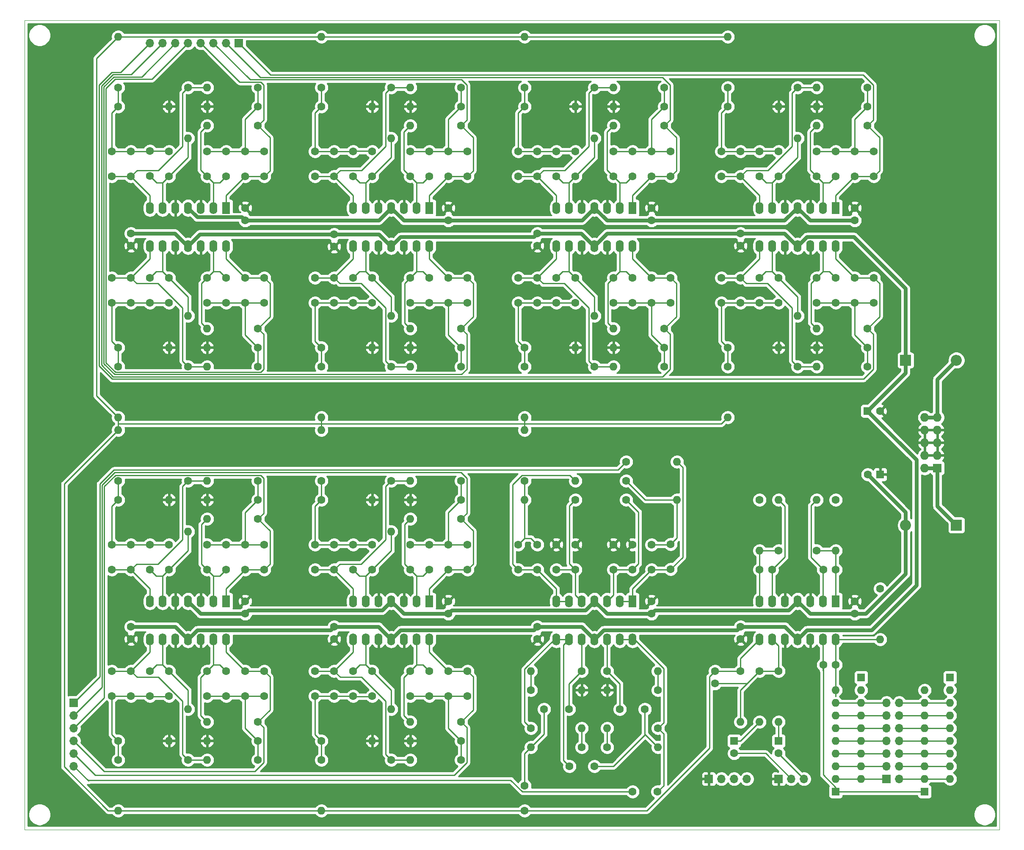
<source format=gbr>
%TF.GenerationSoftware,KiCad,Pcbnew,5.1.10-88a1d61d58~90~ubuntu20.04.1*%
%TF.CreationDate,2021-09-18T21:57:47-04:00*%
%TF.ProjectId,ysFFB,79734646-422e-46b6-9963-61645f706362,rev?*%
%TF.SameCoordinates,Original*%
%TF.FileFunction,Copper,L1,Top*%
%TF.FilePolarity,Positive*%
%FSLAX46Y46*%
G04 Gerber Fmt 4.6, Leading zero omitted, Abs format (unit mm)*
G04 Created by KiCad (PCBNEW 5.1.10-88a1d61d58~90~ubuntu20.04.1) date 2021-09-18 21:57:47*
%MOMM*%
%LPD*%
G01*
G04 APERTURE LIST*
%TA.AperFunction,Profile*%
%ADD10C,0.100000*%
%TD*%
%TA.AperFunction,ComponentPad*%
%ADD11O,2.200000X2.200000*%
%TD*%
%TA.AperFunction,ComponentPad*%
%ADD12R,2.200000X2.200000*%
%TD*%
%TA.AperFunction,ComponentPad*%
%ADD13C,1.600000*%
%TD*%
%TA.AperFunction,ComponentPad*%
%ADD14R,1.600000X1.600000*%
%TD*%
%TA.AperFunction,ComponentPad*%
%ADD15O,1.600000X1.600000*%
%TD*%
%TA.AperFunction,ComponentPad*%
%ADD16O,1.727200X1.727200*%
%TD*%
%TA.AperFunction,ComponentPad*%
%ADD17R,1.727200X1.727200*%
%TD*%
%TA.AperFunction,ComponentPad*%
%ADD18O,1.700000X1.700000*%
%TD*%
%TA.AperFunction,ComponentPad*%
%ADD19R,1.700000X1.700000*%
%TD*%
%TA.AperFunction,ComponentPad*%
%ADD20O,1.600000X2.400000*%
%TD*%
%TA.AperFunction,ComponentPad*%
%ADD21R,1.600000X2.400000*%
%TD*%
%TA.AperFunction,Conductor*%
%ADD22C,0.750000*%
%TD*%
%TA.AperFunction,Conductor*%
%ADD23C,0.250000*%
%TD*%
%TA.AperFunction,Conductor*%
%ADD24C,0.254000*%
%TD*%
%TA.AperFunction,Conductor*%
%ADD25C,0.100000*%
%TD*%
G04 APERTURE END LIST*
D10*
X27400000Y-194000000D02*
X27400000Y-32000000D01*
X222400000Y-194000000D02*
X27400000Y-194000000D01*
X222400000Y-32000000D02*
X222400000Y-194000000D01*
X27400000Y-32000000D02*
X222400000Y-32000000D01*
D11*
%TO.P,D2,2*%
%TO.N,-12V*%
X203600000Y-133070000D03*
D12*
%TO.P,D2,1*%
%TO.N,/-12_IN*%
X213760000Y-133070000D03*
%TD*%
D11*
%TO.P,D1,2*%
%TO.N,/+12_IN*%
X213760000Y-100050000D03*
D12*
%TO.P,D1,1*%
%TO.N,+12V*%
X203600000Y-100050000D03*
%TD*%
D13*
%TO.P,C133,2*%
%TO.N,Net-(C127-Pad2)*%
X67710000Y-167280000D03*
%TO.P,C133,1*%
%TO.N,Net-(C132-Pad1)*%
X67710000Y-162280000D03*
%TD*%
%TO.P,C129,2*%
%TO.N,Net-(C127-Pad2)*%
X75330000Y-167280000D03*
%TO.P,C129,1*%
%TO.N,BP10P*%
X75330000Y-162280000D03*
%TD*%
%TO.P,C125,2*%
%TO.N,Net-(C119-Pad2)*%
X56280000Y-167280000D03*
%TO.P,C125,1*%
%TO.N,Net-(C124-Pad1)*%
X56280000Y-162280000D03*
%TD*%
%TO.P,C121,2*%
%TO.N,Net-(C119-Pad2)*%
X48660000Y-167280000D03*
%TO.P,C121,1*%
%TO.N,Net-(C119-Pad1)*%
X48660000Y-162280000D03*
%TD*%
%TO.P,C104,2*%
%TO.N,Net-(C100-Pad2)*%
X108350000Y-167280000D03*
%TO.P,C104,1*%
%TO.N,Net-(C103-Pad1)*%
X108350000Y-162280000D03*
%TD*%
%TO.P,C102,2*%
%TO.N,Net-(C101-Pad2)*%
X108350000Y-136960000D03*
%TO.P,C102,1*%
%TO.N,Net-(C101-Pad1)*%
X108350000Y-141960000D03*
%TD*%
%TO.P,C100,2*%
%TO.N,Net-(C100-Pad2)*%
X115970000Y-167280000D03*
%TO.P,C100,1*%
%TO.N,BP12P*%
X115970000Y-162280000D03*
%TD*%
%TO.P,C99,2*%
%TO.N,Net-(C101-Pad2)*%
X115970000Y-136960000D03*
%TO.P,C99,1*%
%TO.N,BP11P*%
X115970000Y-141960000D03*
%TD*%
%TO.P,C96,2*%
%TO.N,Net-(C90-Pad2)*%
X96920000Y-167280000D03*
%TO.P,C96,1*%
%TO.N,Net-(C95-Pad1)*%
X96920000Y-162280000D03*
%TD*%
%TO.P,C94,2*%
%TO.N,Net-(C89-Pad2)*%
X96920000Y-136960000D03*
%TO.P,C94,1*%
%TO.N,Net-(C93-Pad1)*%
X96920000Y-141960000D03*
%TD*%
%TO.P,C92,2*%
%TO.N,Net-(C90-Pad2)*%
X89300000Y-167280000D03*
%TO.P,C92,1*%
%TO.N,Net-(C90-Pad1)*%
X89300000Y-162280000D03*
%TD*%
%TO.P,C91,2*%
%TO.N,Net-(C89-Pad2)*%
X89300000Y-136960000D03*
%TO.P,C91,1*%
%TO.N,Net-(C89-Pad1)*%
X89300000Y-141960000D03*
%TD*%
%TO.P,C86,2*%
%TO.N,Net-(C81-Pad2)*%
X189630000Y-58220000D03*
%TO.P,C86,1*%
%TO.N,Net-(C85-Pad1)*%
X189630000Y-63220000D03*
%TD*%
%TO.P,C83,2*%
%TO.N,Net-(C81-Pad2)*%
X197250000Y-58220000D03*
%TO.P,C83,1*%
%TO.N,BP7P*%
X197250000Y-63220000D03*
%TD*%
%TO.P,C78,2*%
%TO.N,Net-(C73-Pad2)*%
X178200000Y-58220000D03*
%TO.P,C78,1*%
%TO.N,Net-(C77-Pad1)*%
X178200000Y-63220000D03*
%TD*%
%TO.P,C75,2*%
%TO.N,Net-(C73-Pad2)*%
X170580000Y-58220000D03*
%TO.P,C75,1*%
%TO.N,Net-(C73-Pad1)*%
X170580000Y-63220000D03*
%TD*%
%TO.P,C54,2*%
%TO.N,Net-(C49-Pad2)*%
X108350000Y-58220000D03*
%TO.P,C54,1*%
%TO.N,Net-(C53-Pad1)*%
X108350000Y-63220000D03*
%TD*%
%TO.P,C51,2*%
%TO.N,Net-(C49-Pad2)*%
X115970000Y-58220000D03*
%TO.P,C51,1*%
%TO.N,BP3P*%
X115970000Y-63220000D03*
%TD*%
%TO.P,C46,2*%
%TO.N,Net-(C41-Pad2)*%
X96920000Y-58220000D03*
%TO.P,C46,1*%
%TO.N,Net-(C45-Pad1)*%
X96920000Y-63220000D03*
%TD*%
%TO.P,C43,2*%
%TO.N,Net-(C41-Pad2)*%
X89300000Y-58220000D03*
%TO.P,C43,1*%
%TO.N,Net-(C41-Pad1)*%
X89300000Y-63220000D03*
%TD*%
%TO.P,C24,2*%
%TO.N,Net-(C24-Pad2)*%
X187130000Y-141960000D03*
%TO.P,C24,1*%
%TO.N,Net-(C24-Pad1)*%
X189630000Y-141960000D03*
%TD*%
%TO.P,C23,2*%
%TO.N,Net-(C23-Pad2)*%
X176890000Y-141960000D03*
%TO.P,C23,1*%
%TO.N,Net-(C23-Pad1)*%
X174390000Y-141960000D03*
%TD*%
%TO.P,C22,2*%
%TO.N,Net-(C22-Pad2)*%
X187130000Y-161010000D03*
%TO.P,C22,1*%
%TO.N,Net-(C22-Pad1)*%
X189630000Y-161010000D03*
%TD*%
%TO.P,C9,2*%
%TO.N,Net-(C9-Pad2)*%
X165500000Y-164780000D03*
%TO.P,C9,1*%
%TO.N,/Band pass 1\u002C 2/IN*%
X165500000Y-162280000D03*
%TD*%
%TO.P,C4,2*%
%TO.N,LOW_INPUT*%
X178200000Y-178750000D03*
D14*
%TO.P,C4,1*%
%TO.N,Net-(C4-Pad1)*%
X178200000Y-176250000D03*
%TD*%
D13*
%TO.P,C3,2*%
%TO.N,HIGH_INPUT*%
X169310000Y-178750000D03*
D14*
%TO.P,C3,1*%
%TO.N,Net-(C3-Pad1)*%
X169310000Y-176250000D03*
%TD*%
D13*
%TO.P,R6,1*%
%TO.N,Net-(C24-Pad1)*%
X185820000Y-138150000D03*
D15*
%TO.P,R6,2*%
%TO.N,Net-(C24-Pad2)*%
X185820000Y-127990000D03*
%TD*%
D13*
%TO.P,R84,1*%
%TO.N,Net-(C119-Pad2)*%
X46120000Y-180060000D03*
D15*
%TO.P,R84,2*%
%TO.N,/Band pass 1\u002C 2/IN*%
X46120000Y-190220000D03*
%TD*%
D13*
%TO.P,R83,1*%
%TO.N,Net-(C118-Pad2)*%
X46120000Y-124180000D03*
D15*
%TO.P,R83,2*%
%TO.N,/Band pass 1\u002C 2/IN*%
X46120000Y-114020000D03*
%TD*%
D13*
%TO.P,R57,1*%
%TO.N,BP8P*%
X195980000Y-93700000D03*
D15*
%TO.P,R57,2*%
%TO.N,Net-(C87-Pad1)*%
X185820000Y-93700000D03*
%TD*%
D13*
%TO.P,R56,1*%
%TO.N,BP7P*%
X195980000Y-53060000D03*
D15*
%TO.P,R56,2*%
%TO.N,Net-(C85-Pad1)*%
X185820000Y-53060000D03*
%TD*%
D13*
%TO.P,R55,1*%
%TO.N,Net-(C82-Pad2)*%
X195980000Y-97510000D03*
D15*
%TO.P,R55,2*%
%TO.N,GND*%
X185820000Y-97510000D03*
%TD*%
D13*
%TO.P,R54,1*%
%TO.N,Net-(C81-Pad2)*%
X195980000Y-49250000D03*
D15*
%TO.P,R54,2*%
%TO.N,GND*%
X185820000Y-49250000D03*
%TD*%
D13*
%TO.P,R53,1*%
%TO.N,Net-(C82-Pad2)*%
X195980000Y-101320000D03*
D15*
%TO.P,R53,2*%
%TO.N,Net-(C74-Pad1)*%
X185820000Y-101320000D03*
%TD*%
D13*
%TO.P,R52,1*%
%TO.N,Net-(C81-Pad2)*%
X195980000Y-45440000D03*
D15*
%TO.P,R52,2*%
%TO.N,Net-(C73-Pad1)*%
X185820000Y-45440000D03*
%TD*%
D13*
%TO.P,R51,1*%
%TO.N,Net-(C74-Pad1)*%
X182010000Y-101320000D03*
D15*
%TO.P,R51,2*%
%TO.N,Net-(C79-Pad1)*%
X182010000Y-91160000D03*
%TD*%
D13*
%TO.P,R50,1*%
%TO.N,Net-(C73-Pad1)*%
X182010000Y-45440000D03*
D15*
%TO.P,R50,2*%
%TO.N,Net-(C77-Pad1)*%
X182010000Y-55600000D03*
%TD*%
D13*
%TO.P,R49,1*%
%TO.N,Net-(C74-Pad2)*%
X168040000Y-97510000D03*
D15*
%TO.P,R49,2*%
%TO.N,GND*%
X178200000Y-97510000D03*
%TD*%
D13*
%TO.P,R48,1*%
%TO.N,Net-(C73-Pad2)*%
X168040000Y-49250000D03*
D15*
%TO.P,R48,2*%
%TO.N,GND*%
X178200000Y-49250000D03*
%TD*%
D13*
%TO.P,R47,1*%
%TO.N,Net-(C74-Pad2)*%
X168040000Y-101320000D03*
D15*
%TO.P,R47,2*%
%TO.N,/Band pass 1\u002C 2/IN*%
X168040000Y-111480000D03*
%TD*%
D13*
%TO.P,R46,1*%
%TO.N,Net-(C73-Pad2)*%
X168040000Y-45440000D03*
D15*
%TO.P,R46,2*%
%TO.N,/Band pass 1\u002C 2/IN*%
X168040000Y-35280000D03*
%TD*%
D13*
%TO.P,R45,1*%
%TO.N,BP6P*%
X155340000Y-93700000D03*
D15*
%TO.P,R45,2*%
%TO.N,Net-(C71-Pad1)*%
X145180000Y-93700000D03*
%TD*%
D13*
%TO.P,R44,1*%
%TO.N,BP5P*%
X155340000Y-53060000D03*
D15*
%TO.P,R44,2*%
%TO.N,Net-(C69-Pad1)*%
X145180000Y-53060000D03*
%TD*%
D13*
%TO.P,R43,1*%
%TO.N,Net-(C66-Pad2)*%
X155340000Y-97510000D03*
D15*
%TO.P,R43,2*%
%TO.N,GND*%
X145180000Y-97510000D03*
%TD*%
D13*
%TO.P,R42,1*%
%TO.N,Net-(C65-Pad2)*%
X155340000Y-49250000D03*
D15*
%TO.P,R42,2*%
%TO.N,GND*%
X145180000Y-49250000D03*
%TD*%
D13*
%TO.P,R41,1*%
%TO.N,Net-(C66-Pad2)*%
X155340000Y-101320000D03*
D15*
%TO.P,R41,2*%
%TO.N,Net-(C58-Pad1)*%
X145180000Y-101320000D03*
%TD*%
D13*
%TO.P,R40,1*%
%TO.N,Net-(C65-Pad2)*%
X155340000Y-45440000D03*
D15*
%TO.P,R40,2*%
%TO.N,Net-(C57-Pad1)*%
X145180000Y-45440000D03*
%TD*%
D13*
%TO.P,R39,1*%
%TO.N,Net-(C58-Pad1)*%
X141370000Y-101320000D03*
D15*
%TO.P,R39,2*%
%TO.N,Net-(C63-Pad1)*%
X141370000Y-91160000D03*
%TD*%
D13*
%TO.P,R38,1*%
%TO.N,Net-(C57-Pad1)*%
X141370000Y-45440000D03*
D15*
%TO.P,R38,2*%
%TO.N,Net-(C61-Pad1)*%
X141370000Y-55600000D03*
%TD*%
D13*
%TO.P,R37,1*%
%TO.N,Net-(C58-Pad2)*%
X127400000Y-97510000D03*
D15*
%TO.P,R37,2*%
%TO.N,GND*%
X137560000Y-97510000D03*
%TD*%
D13*
%TO.P,R36,1*%
%TO.N,Net-(C57-Pad2)*%
X127400000Y-49250000D03*
D15*
%TO.P,R36,2*%
%TO.N,GND*%
X137560000Y-49250000D03*
%TD*%
D13*
%TO.P,R35,1*%
%TO.N,Net-(C58-Pad2)*%
X127400000Y-101320000D03*
D15*
%TO.P,R35,2*%
%TO.N,/Band pass 1\u002C 2/IN*%
X127400000Y-111480000D03*
%TD*%
D13*
%TO.P,R34,1*%
%TO.N,Net-(C57-Pad2)*%
X127400000Y-45440000D03*
D15*
%TO.P,R34,2*%
%TO.N,/Band pass 1\u002C 2/IN*%
X127400000Y-35280000D03*
%TD*%
D13*
%TO.P,R33,1*%
%TO.N,BP4P*%
X114700000Y-93700000D03*
D15*
%TO.P,R33,2*%
%TO.N,Net-(C55-Pad1)*%
X104540000Y-93700000D03*
%TD*%
D13*
%TO.P,R32,1*%
%TO.N,BP3P*%
X114700000Y-53060000D03*
D15*
%TO.P,R32,2*%
%TO.N,Net-(C53-Pad1)*%
X104540000Y-53060000D03*
%TD*%
D13*
%TO.P,R31,1*%
%TO.N,Net-(C50-Pad2)*%
X114700000Y-97510000D03*
D15*
%TO.P,R31,2*%
%TO.N,GND*%
X104540000Y-97510000D03*
%TD*%
D13*
%TO.P,R30,1*%
%TO.N,Net-(C49-Pad2)*%
X114700000Y-49250000D03*
D15*
%TO.P,R30,2*%
%TO.N,GND*%
X104540000Y-49250000D03*
%TD*%
D13*
%TO.P,R29,1*%
%TO.N,Net-(C50-Pad2)*%
X114700000Y-101320000D03*
D15*
%TO.P,R29,2*%
%TO.N,Net-(C42-Pad1)*%
X104540000Y-101320000D03*
%TD*%
D13*
%TO.P,R28,1*%
%TO.N,Net-(C49-Pad2)*%
X114700000Y-45440000D03*
D15*
%TO.P,R28,2*%
%TO.N,Net-(C41-Pad1)*%
X104540000Y-45440000D03*
%TD*%
D13*
%TO.P,R27,1*%
%TO.N,Net-(C42-Pad1)*%
X100730000Y-101320000D03*
D15*
%TO.P,R27,2*%
%TO.N,Net-(C47-Pad1)*%
X100730000Y-91160000D03*
%TD*%
D13*
%TO.P,R26,1*%
%TO.N,Net-(C41-Pad1)*%
X100730000Y-45440000D03*
D15*
%TO.P,R26,2*%
%TO.N,Net-(C45-Pad1)*%
X100730000Y-55600000D03*
%TD*%
D13*
%TO.P,R25,1*%
%TO.N,Net-(C42-Pad2)*%
X86760000Y-97510000D03*
D15*
%TO.P,R25,2*%
%TO.N,GND*%
X96920000Y-97510000D03*
%TD*%
D13*
%TO.P,R24,1*%
%TO.N,Net-(C41-Pad2)*%
X86760000Y-49250000D03*
D15*
%TO.P,R24,2*%
%TO.N,GND*%
X96920000Y-49250000D03*
%TD*%
D13*
%TO.P,R23,1*%
%TO.N,Net-(C42-Pad2)*%
X86760000Y-101320000D03*
D15*
%TO.P,R23,2*%
%TO.N,/Band pass 1\u002C 2/IN*%
X86760000Y-111480000D03*
%TD*%
D13*
%TO.P,R22,1*%
%TO.N,Net-(C41-Pad2)*%
X86760000Y-45440000D03*
D15*
%TO.P,R22,2*%
%TO.N,/Band pass 1\u002C 2/IN*%
X86760000Y-35280000D03*
%TD*%
D13*
%TO.P,R9,1*%
%TO.N,EVEN*%
X189630000Y-127990000D03*
D15*
%TO.P,R9,2*%
%TO.N,Net-(C24-Pad1)*%
X189630000Y-138150000D03*
%TD*%
D13*
%TO.P,R8,1*%
%TO.N,ODD*%
X174390000Y-127990000D03*
D15*
%TO.P,R8,2*%
%TO.N,Net-(C23-Pad1)*%
X174390000Y-138150000D03*
%TD*%
D13*
%TO.P,R7,1*%
%TO.N,ALL*%
X198520000Y-145770000D03*
D15*
%TO.P,R7,2*%
%TO.N,Net-(C22-Pad1)*%
X198520000Y-155930000D03*
%TD*%
D13*
%TO.P,R5,1*%
%TO.N,Net-(C23-Pad1)*%
X178200000Y-138150000D03*
D15*
%TO.P,R5,2*%
%TO.N,Net-(C23-Pad2)*%
X178200000Y-127990000D03*
%TD*%
D13*
%TO.P,R3,1*%
%TO.N,/Band pass 1\u002C 2/IN*%
X170580000Y-162280000D03*
D15*
%TO.P,R3,2*%
%TO.N,Net-(C9-Pad2)*%
X170580000Y-172440000D03*
%TD*%
D13*
%TO.P,R2,1*%
%TO.N,Net-(C9-Pad2)*%
X178200000Y-162280000D03*
D15*
%TO.P,R2,2*%
%TO.N,Net-(C4-Pad1)*%
X178200000Y-172440000D03*
%TD*%
D13*
%TO.P,R1,1*%
%TO.N,Net-(C9-Pad2)*%
X174390000Y-162280000D03*
D15*
%TO.P,R1,2*%
%TO.N,Net-(C3-Pad1)*%
X174390000Y-172440000D03*
%TD*%
D16*
%TO.P,J1,10*%
%TO.N,/+12_IN*%
X207410000Y-111480000D03*
%TO.P,J1,9*%
X209950000Y-111480000D03*
%TO.P,J1,8*%
%TO.N,GND*%
X207410000Y-114020000D03*
%TO.P,J1,7*%
X209950000Y-114020000D03*
%TO.P,J1,6*%
X207410000Y-116560000D03*
%TO.P,J1,5*%
X209950000Y-116560000D03*
%TO.P,J1,4*%
X207410000Y-119100000D03*
%TO.P,J1,3*%
X209950000Y-119100000D03*
%TO.P,J1,2*%
%TO.N,/-12_IN*%
X207410000Y-121640000D03*
D17*
%TO.P,J1,1*%
X209950000Y-121640000D03*
%TD*%
D13*
%TO.P,C117,2*%
%TO.N,Net-(C117-Pad2)*%
X153990000Y-186410000D03*
%TO.P,C117,1*%
%TO.N,HPP*%
X148990000Y-186410000D03*
%TD*%
%TO.P,C116,2*%
%TO.N,GND*%
X148990000Y-136960000D03*
%TO.P,C116,1*%
%TO.N,Net-(C114-Pad1)*%
X148990000Y-141960000D03*
%TD*%
%TO.P,C115,2*%
%TO.N,Net-(C111-Pad1)*%
X151450000Y-169900000D03*
%TO.P,C115,1*%
%TO.N,Net-(C115-Pad1)*%
X146450000Y-169900000D03*
%TD*%
%TO.P,C114,2*%
%TO.N,GND*%
X145180000Y-136960000D03*
%TO.P,C114,1*%
%TO.N,Net-(C114-Pad1)*%
X145180000Y-141960000D03*
%TD*%
%TO.P,C113,2*%
%TO.N,Net-(C112-Pad2)*%
X156610000Y-136880000D03*
%TO.P,C113,1*%
%TO.N,Net-(C112-Pad1)*%
X156610000Y-141880000D03*
%TD*%
%TO.P,C112,2*%
%TO.N,Net-(C112-Pad2)*%
X152800000Y-136960000D03*
%TO.P,C112,1*%
%TO.N,Net-(C112-Pad1)*%
X152800000Y-141960000D03*
%TD*%
%TO.P,C111,2*%
%TO.N,Net-(C111-Pad2)*%
X136370000Y-181330000D03*
%TO.P,C111,1*%
%TO.N,Net-(C111-Pad1)*%
X141370000Y-181330000D03*
%TD*%
%TO.P,C110,2*%
%TO.N,GND*%
X137560000Y-136960000D03*
%TO.P,C110,1*%
%TO.N,Net-(C108-Pad1)*%
X137560000Y-141960000D03*
%TD*%
%TO.P,C109,2*%
%TO.N,Net-(C105-Pad1)*%
X131290000Y-169900000D03*
%TO.P,C109,1*%
%TO.N,Net-(C109-Pad1)*%
X136290000Y-169900000D03*
%TD*%
%TO.P,C108,2*%
%TO.N,GND*%
X133750000Y-136960000D03*
%TO.P,C108,1*%
%TO.N,Net-(C108-Pad1)*%
X133750000Y-141960000D03*
%TD*%
%TO.P,C107,2*%
%TO.N,Net-(C106-Pad2)*%
X129940000Y-136960000D03*
%TO.P,C107,1*%
%TO.N,Net-(C106-Pad1)*%
X129940000Y-141960000D03*
%TD*%
%TO.P,C106,2*%
%TO.N,Net-(C106-Pad2)*%
X126130000Y-136960000D03*
%TO.P,C106,1*%
%TO.N,Net-(C106-Pad1)*%
X126130000Y-141960000D03*
%TD*%
%TO.P,C105,2*%
%TO.N,/Band pass 1\u002C 2/IN*%
X127400000Y-190220000D03*
%TO.P,C105,1*%
%TO.N,Net-(C105-Pad1)*%
X127400000Y-185220000D03*
%TD*%
%TO.P,C101,2*%
%TO.N,Net-(C101-Pad2)*%
X104540000Y-136960000D03*
%TO.P,C101,1*%
%TO.N,Net-(C101-Pad1)*%
X104540000Y-141960000D03*
%TD*%
%TO.P,C98,2*%
%TO.N,Net-(C100-Pad2)*%
X112160000Y-167280000D03*
%TO.P,C98,1*%
%TO.N,BP12P*%
X112160000Y-162280000D03*
%TD*%
%TO.P,C97,2*%
%TO.N,Net-(C101-Pad2)*%
X112160000Y-136960000D03*
%TO.P,C97,1*%
%TO.N,BP11P*%
X112160000Y-141960000D03*
%TD*%
%TO.P,C95,2*%
%TO.N,Net-(C90-Pad2)*%
X93110000Y-167280000D03*
%TO.P,C95,1*%
%TO.N,Net-(C95-Pad1)*%
X93110000Y-162280000D03*
%TD*%
%TO.P,C93,2*%
%TO.N,Net-(C89-Pad2)*%
X93110000Y-136960000D03*
%TO.P,C93,1*%
%TO.N,Net-(C93-Pad1)*%
X93110000Y-141960000D03*
%TD*%
%TO.P,C90,2*%
%TO.N,Net-(C90-Pad2)*%
X85490000Y-167280000D03*
%TO.P,C90,1*%
%TO.N,Net-(C90-Pad1)*%
X85490000Y-162280000D03*
%TD*%
%TO.P,C89,2*%
%TO.N,Net-(C89-Pad2)*%
X85490000Y-136960000D03*
%TO.P,C89,1*%
%TO.N,Net-(C89-Pad1)*%
X85490000Y-141960000D03*
%TD*%
%TO.P,C132,2*%
%TO.N,Net-(C127-Pad2)*%
X63900000Y-167280000D03*
%TO.P,C132,1*%
%TO.N,Net-(C132-Pad1)*%
X63900000Y-162280000D03*
%TD*%
%TO.P,C131,2*%
%TO.N,Net-(C126-Pad2)*%
X67710000Y-136960000D03*
%TO.P,C131,1*%
%TO.N,Net-(C130-Pad1)*%
X67710000Y-141960000D03*
%TD*%
%TO.P,C130,2*%
%TO.N,Net-(C126-Pad2)*%
X63900000Y-136960000D03*
%TO.P,C130,1*%
%TO.N,Net-(C130-Pad1)*%
X63900000Y-141960000D03*
%TD*%
%TO.P,C128,2*%
%TO.N,Net-(C126-Pad2)*%
X75330000Y-136960000D03*
%TO.P,C128,1*%
%TO.N,BP9P*%
X75330000Y-141960000D03*
%TD*%
%TO.P,C127,2*%
%TO.N,Net-(C127-Pad2)*%
X71520000Y-167280000D03*
%TO.P,C127,1*%
%TO.N,BP10P*%
X71520000Y-162280000D03*
%TD*%
%TO.P,C126,2*%
%TO.N,Net-(C126-Pad2)*%
X71520000Y-136960000D03*
%TO.P,C126,1*%
%TO.N,BP9P*%
X71520000Y-141960000D03*
%TD*%
%TO.P,C124,2*%
%TO.N,Net-(C119-Pad2)*%
X52470000Y-167280000D03*
%TO.P,C124,1*%
%TO.N,Net-(C124-Pad1)*%
X52470000Y-162280000D03*
%TD*%
%TO.P,C123,2*%
%TO.N,Net-(C118-Pad2)*%
X56280000Y-136960000D03*
%TO.P,C123,1*%
%TO.N,Net-(C122-Pad1)*%
X56280000Y-141960000D03*
%TD*%
%TO.P,C122,2*%
%TO.N,Net-(C118-Pad2)*%
X52470000Y-136960000D03*
%TO.P,C122,1*%
%TO.N,Net-(C122-Pad1)*%
X52470000Y-141960000D03*
%TD*%
%TO.P,C120,2*%
%TO.N,Net-(C118-Pad2)*%
X48660000Y-136960000D03*
%TO.P,C120,1*%
%TO.N,Net-(C118-Pad1)*%
X48660000Y-141960000D03*
%TD*%
%TO.P,C119,2*%
%TO.N,Net-(C119-Pad2)*%
X44850000Y-167280000D03*
%TO.P,C119,1*%
%TO.N,Net-(C119-Pad1)*%
X44850000Y-162280000D03*
%TD*%
%TO.P,C118,2*%
%TO.N,Net-(C118-Pad2)*%
X44850000Y-136960000D03*
%TO.P,C118,1*%
%TO.N,Net-(C118-Pad1)*%
X44850000Y-141960000D03*
%TD*%
%TO.P,C88,2*%
%TO.N,Net-(C82-Pad2)*%
X189630000Y-88540000D03*
%TO.P,C88,1*%
%TO.N,Net-(C87-Pad1)*%
X189630000Y-83540000D03*
%TD*%
%TO.P,C87,2*%
%TO.N,Net-(C82-Pad2)*%
X185820000Y-88540000D03*
%TO.P,C87,1*%
%TO.N,Net-(C87-Pad1)*%
X185820000Y-83540000D03*
%TD*%
%TO.P,C85,2*%
%TO.N,Net-(C81-Pad2)*%
X185820000Y-58220000D03*
%TO.P,C85,1*%
%TO.N,Net-(C85-Pad1)*%
X185820000Y-63220000D03*
%TD*%
%TO.P,C84,2*%
%TO.N,Net-(C82-Pad2)*%
X197250000Y-88540000D03*
%TO.P,C84,1*%
%TO.N,BP8P*%
X197250000Y-83540000D03*
%TD*%
%TO.P,C82,2*%
%TO.N,Net-(C82-Pad2)*%
X193440000Y-88540000D03*
%TO.P,C82,1*%
%TO.N,BP8P*%
X193440000Y-83540000D03*
%TD*%
%TO.P,C81,2*%
%TO.N,Net-(C81-Pad2)*%
X193440000Y-58220000D03*
%TO.P,C81,1*%
%TO.N,BP7P*%
X193440000Y-63220000D03*
%TD*%
%TO.P,C80,2*%
%TO.N,Net-(C74-Pad2)*%
X178200000Y-88540000D03*
%TO.P,C80,1*%
%TO.N,Net-(C79-Pad1)*%
X178200000Y-83540000D03*
%TD*%
%TO.P,C79,2*%
%TO.N,Net-(C74-Pad2)*%
X174390000Y-88540000D03*
%TO.P,C79,1*%
%TO.N,Net-(C79-Pad1)*%
X174390000Y-83540000D03*
%TD*%
%TO.P,C77,2*%
%TO.N,Net-(C73-Pad2)*%
X174390000Y-58220000D03*
%TO.P,C77,1*%
%TO.N,Net-(C77-Pad1)*%
X174390000Y-63220000D03*
%TD*%
%TO.P,C76,2*%
%TO.N,Net-(C74-Pad2)*%
X170580000Y-88540000D03*
%TO.P,C76,1*%
%TO.N,Net-(C74-Pad1)*%
X170580000Y-83540000D03*
%TD*%
%TO.P,C74,2*%
%TO.N,Net-(C74-Pad2)*%
X166770000Y-88540000D03*
%TO.P,C74,1*%
%TO.N,Net-(C74-Pad1)*%
X166770000Y-83540000D03*
%TD*%
%TO.P,C73,2*%
%TO.N,Net-(C73-Pad2)*%
X166770000Y-58220000D03*
%TO.P,C73,1*%
%TO.N,Net-(C73-Pad1)*%
X166770000Y-63220000D03*
%TD*%
%TO.P,C72,2*%
%TO.N,Net-(C66-Pad2)*%
X148990000Y-88540000D03*
%TO.P,C72,1*%
%TO.N,Net-(C71-Pad1)*%
X148990000Y-83540000D03*
%TD*%
%TO.P,C71,2*%
%TO.N,Net-(C66-Pad2)*%
X145180000Y-88540000D03*
%TO.P,C71,1*%
%TO.N,Net-(C71-Pad1)*%
X145180000Y-83540000D03*
%TD*%
%TO.P,C70,2*%
%TO.N,Net-(C65-Pad2)*%
X148990000Y-58220000D03*
%TO.P,C70,1*%
%TO.N,Net-(C69-Pad1)*%
X148990000Y-63220000D03*
%TD*%
%TO.P,C69,2*%
%TO.N,Net-(C65-Pad2)*%
X145180000Y-58220000D03*
%TO.P,C69,1*%
%TO.N,Net-(C69-Pad1)*%
X145180000Y-63220000D03*
%TD*%
%TO.P,C68,2*%
%TO.N,Net-(C66-Pad2)*%
X156610000Y-88540000D03*
%TO.P,C68,1*%
%TO.N,BP6P*%
X156610000Y-83540000D03*
%TD*%
%TO.P,C67,2*%
%TO.N,Net-(C65-Pad2)*%
X156610000Y-58220000D03*
%TO.P,C67,1*%
%TO.N,BP5P*%
X156610000Y-63220000D03*
%TD*%
%TO.P,C66,2*%
%TO.N,Net-(C66-Pad2)*%
X152800000Y-88540000D03*
%TO.P,C66,1*%
%TO.N,BP6P*%
X152800000Y-83540000D03*
%TD*%
%TO.P,C65,2*%
%TO.N,Net-(C65-Pad2)*%
X152800000Y-58220000D03*
%TO.P,C65,1*%
%TO.N,BP5P*%
X152800000Y-63220000D03*
%TD*%
%TO.P,C64,2*%
%TO.N,Net-(C58-Pad2)*%
X137560000Y-88540000D03*
%TO.P,C64,1*%
%TO.N,Net-(C63-Pad1)*%
X137560000Y-83540000D03*
%TD*%
%TO.P,C63,2*%
%TO.N,Net-(C58-Pad2)*%
X133750000Y-88540000D03*
%TO.P,C63,1*%
%TO.N,Net-(C63-Pad1)*%
X133750000Y-83540000D03*
%TD*%
%TO.P,C62,2*%
%TO.N,Net-(C57-Pad2)*%
X137560000Y-58220000D03*
%TO.P,C62,1*%
%TO.N,Net-(C61-Pad1)*%
X137560000Y-63220000D03*
%TD*%
%TO.P,C61,2*%
%TO.N,Net-(C57-Pad2)*%
X133750000Y-58220000D03*
%TO.P,C61,1*%
%TO.N,Net-(C61-Pad1)*%
X133750000Y-63220000D03*
%TD*%
%TO.P,C60,2*%
%TO.N,Net-(C58-Pad2)*%
X129940000Y-88540000D03*
%TO.P,C60,1*%
%TO.N,Net-(C58-Pad1)*%
X129940000Y-83540000D03*
%TD*%
%TO.P,C59,2*%
%TO.N,Net-(C57-Pad2)*%
X129940000Y-58220000D03*
%TO.P,C59,1*%
%TO.N,Net-(C57-Pad1)*%
X129940000Y-63220000D03*
%TD*%
%TO.P,C58,2*%
%TO.N,Net-(C58-Pad2)*%
X126130000Y-88540000D03*
%TO.P,C58,1*%
%TO.N,Net-(C58-Pad1)*%
X126130000Y-83540000D03*
%TD*%
%TO.P,C57,2*%
%TO.N,Net-(C57-Pad2)*%
X126130000Y-58220000D03*
%TO.P,C57,1*%
%TO.N,Net-(C57-Pad1)*%
X126130000Y-63220000D03*
%TD*%
%TO.P,C56,2*%
%TO.N,Net-(C50-Pad2)*%
X108350000Y-88540000D03*
%TO.P,C56,1*%
%TO.N,Net-(C55-Pad1)*%
X108350000Y-83540000D03*
%TD*%
%TO.P,C55,2*%
%TO.N,Net-(C50-Pad2)*%
X104540000Y-88540000D03*
%TO.P,C55,1*%
%TO.N,Net-(C55-Pad1)*%
X104540000Y-83540000D03*
%TD*%
%TO.P,C53,2*%
%TO.N,Net-(C49-Pad2)*%
X104540000Y-58220000D03*
%TO.P,C53,1*%
%TO.N,Net-(C53-Pad1)*%
X104540000Y-63220000D03*
%TD*%
%TO.P,C52,2*%
%TO.N,Net-(C50-Pad2)*%
X115970000Y-88540000D03*
%TO.P,C52,1*%
%TO.N,BP4P*%
X115970000Y-83540000D03*
%TD*%
%TO.P,C50,2*%
%TO.N,Net-(C50-Pad2)*%
X112160000Y-88540000D03*
%TO.P,C50,1*%
%TO.N,BP4P*%
X112160000Y-83540000D03*
%TD*%
%TO.P,C49,2*%
%TO.N,Net-(C49-Pad2)*%
X112160000Y-58220000D03*
%TO.P,C49,1*%
%TO.N,BP3P*%
X112160000Y-63220000D03*
%TD*%
%TO.P,C48,2*%
%TO.N,Net-(C42-Pad2)*%
X96920000Y-88540000D03*
%TO.P,C48,1*%
%TO.N,Net-(C47-Pad1)*%
X96920000Y-83540000D03*
%TD*%
%TO.P,C47,2*%
%TO.N,Net-(C42-Pad2)*%
X93110000Y-88540000D03*
%TO.P,C47,1*%
%TO.N,Net-(C47-Pad1)*%
X93110000Y-83540000D03*
%TD*%
%TO.P,C45,2*%
%TO.N,Net-(C41-Pad2)*%
X93110000Y-58220000D03*
%TO.P,C45,1*%
%TO.N,Net-(C45-Pad1)*%
X93110000Y-63220000D03*
%TD*%
%TO.P,C44,2*%
%TO.N,Net-(C42-Pad2)*%
X89300000Y-88540000D03*
%TO.P,C44,1*%
%TO.N,Net-(C42-Pad1)*%
X89300000Y-83540000D03*
%TD*%
%TO.P,C42,2*%
%TO.N,Net-(C42-Pad2)*%
X85490000Y-88540000D03*
%TO.P,C42,1*%
%TO.N,Net-(C42-Pad1)*%
X85490000Y-83540000D03*
%TD*%
%TO.P,C41,2*%
%TO.N,Net-(C41-Pad2)*%
X85490000Y-58220000D03*
%TO.P,C41,1*%
%TO.N,Net-(C41-Pad1)*%
X85490000Y-63220000D03*
%TD*%
%TO.P,C15,2*%
%TO.N,-12V*%
X193440000Y-150810000D03*
%TO.P,C15,1*%
%TO.N,GND*%
X193440000Y-148310000D03*
%TD*%
%TO.P,C14,2*%
%TO.N,GND*%
X170580000Y-155890000D03*
%TO.P,C14,1*%
%TO.N,+12V*%
X170580000Y-153390000D03*
%TD*%
%TO.P,C21,2*%
%TO.N,-12V*%
X152800000Y-150810000D03*
%TO.P,C21,1*%
%TO.N,GND*%
X152800000Y-148310000D03*
%TD*%
%TO.P,C20,2*%
%TO.N,GND*%
X129940000Y-155890000D03*
%TO.P,C20,1*%
%TO.N,+12V*%
X129940000Y-153390000D03*
%TD*%
%TO.P,C17,2*%
%TO.N,-12V*%
X196020000Y-122910000D03*
D14*
%TO.P,C17,1*%
%TO.N,GND*%
X198520000Y-122910000D03*
%TD*%
D13*
%TO.P,C16,2*%
%TO.N,GND*%
X198480000Y-110210000D03*
D14*
%TO.P,C16,1*%
%TO.N,+12V*%
X195980000Y-110210000D03*
%TD*%
D13*
%TO.P,C19,2*%
%TO.N,-12V*%
X112160000Y-150810000D03*
%TO.P,C19,1*%
%TO.N,GND*%
X112160000Y-148310000D03*
%TD*%
%TO.P,C18,2*%
%TO.N,GND*%
X89300000Y-155890000D03*
%TO.P,C18,1*%
%TO.N,+12V*%
X89300000Y-153390000D03*
%TD*%
%TO.P,C13,2*%
%TO.N,-12V*%
X71520000Y-150810000D03*
%TO.P,C13,1*%
%TO.N,GND*%
X71520000Y-148310000D03*
%TD*%
%TO.P,C12,2*%
%TO.N,GND*%
X48660000Y-155890000D03*
%TO.P,C12,1*%
%TO.N,+12V*%
X48660000Y-153390000D03*
%TD*%
%TO.P,C11,2*%
%TO.N,-12V*%
X193440000Y-72070000D03*
%TO.P,C11,1*%
%TO.N,GND*%
X193440000Y-69570000D03*
%TD*%
%TO.P,C10,2*%
%TO.N,GND*%
X170580000Y-77150000D03*
%TO.P,C10,1*%
%TO.N,+12V*%
X170580000Y-74650000D03*
%TD*%
%TO.P,C8,2*%
%TO.N,-12V*%
X152800000Y-72070000D03*
%TO.P,C8,1*%
%TO.N,GND*%
X152800000Y-69570000D03*
%TD*%
%TO.P,C7,2*%
%TO.N,GND*%
X129940000Y-77150000D03*
%TO.P,C7,1*%
%TO.N,+12V*%
X129940000Y-74650000D03*
%TD*%
%TO.P,C6,2*%
%TO.N,-12V*%
X112160000Y-72070000D03*
%TO.P,C6,1*%
%TO.N,GND*%
X112160000Y-69570000D03*
%TD*%
%TO.P,C5,2*%
%TO.N,GND*%
X89300000Y-77325000D03*
%TO.P,C5,1*%
%TO.N,+12V*%
X89300000Y-74825000D03*
%TD*%
%TO.P,C2,2*%
%TO.N,-12V*%
X71520000Y-72070000D03*
%TO.P,C2,1*%
%TO.N,GND*%
X71520000Y-69570000D03*
%TD*%
%TO.P,C1,2*%
%TO.N,GND*%
X48660000Y-77150000D03*
%TO.P,C1,1*%
%TO.N,+12V*%
X48660000Y-74650000D03*
%TD*%
D18*
%TO.P,J2,8*%
%TO.N,BP8P*%
X52470000Y-36550000D03*
%TO.P,J2,7*%
%TO.N,BP6P*%
X55010000Y-36550000D03*
%TO.P,J2,6*%
%TO.N,BP4P*%
X57550000Y-36550000D03*
%TO.P,J2,5*%
%TO.N,BP2P*%
X60090000Y-36550000D03*
%TO.P,J2,4*%
%TO.N,BP1P*%
X62630000Y-36550000D03*
%TO.P,J2,3*%
%TO.N,BP3P*%
X65170000Y-36550000D03*
%TO.P,J2,2*%
%TO.N,BP5P*%
X67710000Y-36550000D03*
D19*
%TO.P,J2,1*%
%TO.N,BP7P*%
X70250000Y-36550000D03*
%TD*%
D15*
%TO.P,RN2,9*%
%TO.N,Net-(C22-Pad1)*%
X189630000Y-166090000D03*
%TO.P,RN2,8*%
%TO.N,EVEN_7*%
X189630000Y-168630000D03*
%TO.P,RN2,7*%
%TO.N,EVEN_6*%
X189630000Y-171170000D03*
%TO.P,RN2,6*%
%TO.N,EVEN_5*%
X189630000Y-173710000D03*
%TO.P,RN2,5*%
%TO.N,EVEN_4*%
X189630000Y-176250000D03*
%TO.P,RN2,4*%
%TO.N,EVEN_3*%
X189630000Y-178790000D03*
%TO.P,RN2,3*%
%TO.N,EVEN_2*%
X189630000Y-181330000D03*
%TO.P,RN2,2*%
%TO.N,EVEN_1*%
X189630000Y-183870000D03*
D14*
%TO.P,RN2,1*%
%TO.N,Net-(C22-Pad2)*%
X189630000Y-186410000D03*
%TD*%
D15*
%TO.P,RN3,9*%
%TO.N,ODD_1*%
X212490000Y-183870000D03*
%TO.P,RN3,8*%
%TO.N,ODD_2*%
X212490000Y-181330000D03*
%TO.P,RN3,7*%
%TO.N,ODD_3*%
X212490000Y-178790000D03*
%TO.P,RN3,6*%
%TO.N,ODD_4*%
X212490000Y-176250000D03*
%TO.P,RN3,5*%
%TO.N,ODD_5*%
X212490000Y-173710000D03*
%TO.P,RN3,4*%
%TO.N,ODD_6*%
X212490000Y-171170000D03*
%TO.P,RN3,3*%
%TO.N,ODD_7*%
X212490000Y-168630000D03*
%TO.P,RN3,2*%
%TO.N,Net-(RN3-Pad2)*%
X212490000Y-166090000D03*
D14*
%TO.P,RN3,1*%
%TO.N,Net-(C23-Pad2)*%
X212490000Y-163550000D03*
%TD*%
D20*
%TO.P,U5,14*%
%TO.N,BP8P*%
X189630000Y-77190000D03*
%TO.P,U5,7*%
%TO.N,Net-(C73-Pad1)*%
X174390000Y-69570000D03*
%TO.P,U5,13*%
%TO.N,Net-(C87-Pad1)*%
X187090000Y-77190000D03*
%TO.P,U5,6*%
%TO.N,Net-(C77-Pad1)*%
X176930000Y-69570000D03*
%TO.P,U5,12*%
%TO.N,GND*%
X184550000Y-77190000D03*
%TO.P,U5,5*%
X179470000Y-69570000D03*
%TO.P,U5,11*%
%TO.N,+12V*%
X182010000Y-77190000D03*
%TO.P,U5,4*%
%TO.N,-12V*%
X182010000Y-69570000D03*
%TO.P,U5,10*%
%TO.N,GND*%
X179470000Y-77190000D03*
%TO.P,U5,3*%
X184550000Y-69570000D03*
%TO.P,U5,9*%
%TO.N,Net-(C79-Pad1)*%
X176930000Y-77190000D03*
%TO.P,U5,2*%
%TO.N,Net-(C85-Pad1)*%
X187090000Y-69570000D03*
%TO.P,U5,8*%
%TO.N,Net-(C74-Pad1)*%
X174390000Y-77190000D03*
D21*
%TO.P,U5,1*%
%TO.N,BP7P*%
X189630000Y-69570000D03*
%TD*%
D18*
%TO.P,J6,3*%
%TO.N,LOW_INPUT*%
X183280000Y-183870000D03*
%TO.P,J6,2*%
%TO.N,HIGH_INPUT*%
X180740000Y-183870000D03*
D19*
%TO.P,J6,1*%
%TO.N,GND*%
X178200000Y-183870000D03*
%TD*%
D20*
%TO.P,U8,14*%
%TO.N,Net-(C117-Pad2)*%
X148990000Y-155930000D03*
%TO.P,U8,7*%
%TO.N,Net-(C106-Pad1)*%
X133750000Y-148310000D03*
%TO.P,U8,13*%
%TO.N,Net-(C117-Pad2)*%
X146450000Y-155930000D03*
%TO.P,U8,6*%
%TO.N,Net-(C106-Pad1)*%
X136290000Y-148310000D03*
%TO.P,U8,12*%
%TO.N,Net-(C115-Pad1)*%
X143910000Y-155930000D03*
%TO.P,U8,5*%
%TO.N,Net-(C108-Pad1)*%
X138830000Y-148310000D03*
%TO.P,U8,11*%
%TO.N,+12V*%
X141370000Y-155930000D03*
%TO.P,U8,4*%
%TO.N,-12V*%
X141370000Y-148310000D03*
%TO.P,U8,10*%
%TO.N,Net-(C109-Pad1)*%
X138830000Y-155930000D03*
%TO.P,U8,3*%
%TO.N,Net-(C114-Pad1)*%
X143910000Y-148310000D03*
%TO.P,U8,9*%
%TO.N,Net-(C111-Pad2)*%
X136290000Y-155930000D03*
%TO.P,U8,2*%
%TO.N,Net-(C112-Pad1)*%
X146450000Y-148310000D03*
%TO.P,U8,8*%
%TO.N,Net-(C111-Pad2)*%
X133750000Y-155930000D03*
D21*
%TO.P,U8,1*%
%TO.N,Net-(C112-Pad1)*%
X148990000Y-148310000D03*
%TD*%
D15*
%TO.P,RN4,9*%
%TO.N,EVEN_1*%
X194710000Y-183870000D03*
%TO.P,RN4,8*%
%TO.N,EVEN_2*%
X194710000Y-181330000D03*
%TO.P,RN4,7*%
%TO.N,EVEN_3*%
X194710000Y-178790000D03*
%TO.P,RN4,6*%
%TO.N,EVEN_4*%
X194710000Y-176250000D03*
%TO.P,RN4,5*%
%TO.N,EVEN_5*%
X194710000Y-173710000D03*
%TO.P,RN4,4*%
%TO.N,EVEN_6*%
X194710000Y-171170000D03*
%TO.P,RN4,3*%
%TO.N,EVEN_7*%
X194710000Y-168630000D03*
%TO.P,RN4,2*%
%TO.N,Net-(RN4-Pad2)*%
X194710000Y-166090000D03*
D14*
%TO.P,RN4,1*%
%TO.N,Net-(C24-Pad2)*%
X194710000Y-163550000D03*
%TD*%
D20*
%TO.P,U7,14*%
%TO.N,BP12P*%
X108350000Y-155930000D03*
%TO.P,U7,7*%
%TO.N,Net-(C89-Pad1)*%
X93110000Y-148310000D03*
%TO.P,U7,13*%
%TO.N,Net-(C103-Pad1)*%
X105810000Y-155930000D03*
%TO.P,U7,6*%
%TO.N,Net-(C93-Pad1)*%
X95650000Y-148310000D03*
%TO.P,U7,12*%
%TO.N,GND*%
X103270000Y-155930000D03*
%TO.P,U7,5*%
X98190000Y-148310000D03*
%TO.P,U7,11*%
%TO.N,+12V*%
X100730000Y-155930000D03*
%TO.P,U7,4*%
%TO.N,-12V*%
X100730000Y-148310000D03*
%TO.P,U7,10*%
%TO.N,GND*%
X98190000Y-155930000D03*
%TO.P,U7,3*%
X103270000Y-148310000D03*
%TO.P,U7,9*%
%TO.N,Net-(C95-Pad1)*%
X95650000Y-155930000D03*
%TO.P,U7,2*%
%TO.N,Net-(C101-Pad1)*%
X105810000Y-148310000D03*
%TO.P,U7,8*%
%TO.N,Net-(C90-Pad1)*%
X93110000Y-155930000D03*
D21*
%TO.P,U7,1*%
%TO.N,BP11P*%
X108350000Y-148310000D03*
%TD*%
D20*
%TO.P,U6,14*%
%TO.N,BP10P*%
X67710000Y-155930000D03*
%TO.P,U6,7*%
%TO.N,Net-(C118-Pad1)*%
X52470000Y-148310000D03*
%TO.P,U6,13*%
%TO.N,Net-(C132-Pad1)*%
X65170000Y-155930000D03*
%TO.P,U6,6*%
%TO.N,Net-(C122-Pad1)*%
X55010000Y-148310000D03*
%TO.P,U6,12*%
%TO.N,GND*%
X62630000Y-155930000D03*
%TO.P,U6,5*%
X57550000Y-148310000D03*
%TO.P,U6,11*%
%TO.N,+12V*%
X60090000Y-155930000D03*
%TO.P,U6,4*%
%TO.N,-12V*%
X60090000Y-148310000D03*
%TO.P,U6,10*%
%TO.N,GND*%
X57550000Y-155930000D03*
%TO.P,U6,3*%
X62630000Y-148310000D03*
%TO.P,U6,9*%
%TO.N,Net-(C124-Pad1)*%
X55010000Y-155930000D03*
%TO.P,U6,2*%
%TO.N,Net-(C130-Pad1)*%
X65170000Y-148310000D03*
%TO.P,U6,8*%
%TO.N,Net-(C119-Pad1)*%
X52470000Y-155930000D03*
D21*
%TO.P,U6,1*%
%TO.N,BP9P*%
X67710000Y-148310000D03*
%TD*%
D13*
%TO.P,C103,2*%
%TO.N,Net-(C100-Pad2)*%
X104540000Y-167280000D03*
%TO.P,C103,1*%
%TO.N,Net-(C103-Pad1)*%
X104540000Y-162280000D03*
%TD*%
D20*
%TO.P,U3,14*%
%TO.N,BP6P*%
X148990000Y-77190000D03*
%TO.P,U3,7*%
%TO.N,Net-(C57-Pad1)*%
X133750000Y-69570000D03*
%TO.P,U3,13*%
%TO.N,Net-(C71-Pad1)*%
X146450000Y-77190000D03*
%TO.P,U3,6*%
%TO.N,Net-(C61-Pad1)*%
X136290000Y-69570000D03*
%TO.P,U3,12*%
%TO.N,GND*%
X143910000Y-77190000D03*
%TO.P,U3,5*%
X138830000Y-69570000D03*
%TO.P,U3,11*%
%TO.N,+12V*%
X141370000Y-77190000D03*
%TO.P,U3,4*%
%TO.N,-12V*%
X141370000Y-69570000D03*
%TO.P,U3,10*%
%TO.N,GND*%
X138830000Y-77190000D03*
%TO.P,U3,3*%
X143910000Y-69570000D03*
%TO.P,U3,9*%
%TO.N,Net-(C63-Pad1)*%
X136290000Y-77190000D03*
%TO.P,U3,2*%
%TO.N,Net-(C69-Pad1)*%
X146450000Y-69570000D03*
%TO.P,U3,8*%
%TO.N,Net-(C58-Pad1)*%
X133750000Y-77190000D03*
D21*
%TO.P,U3,1*%
%TO.N,BP5P*%
X148990000Y-69570000D03*
%TD*%
D20*
%TO.P,U2,14*%
%TO.N,BP4P*%
X108350000Y-77190000D03*
%TO.P,U2,7*%
%TO.N,Net-(C41-Pad1)*%
X93110000Y-69570000D03*
%TO.P,U2,13*%
%TO.N,Net-(C55-Pad1)*%
X105810000Y-77190000D03*
%TO.P,U2,6*%
%TO.N,Net-(C45-Pad1)*%
X95650000Y-69570000D03*
%TO.P,U2,12*%
%TO.N,GND*%
X103270000Y-77190000D03*
%TO.P,U2,5*%
X98190000Y-69570000D03*
%TO.P,U2,11*%
%TO.N,+12V*%
X100730000Y-77190000D03*
%TO.P,U2,4*%
%TO.N,-12V*%
X100730000Y-69570000D03*
%TO.P,U2,10*%
%TO.N,GND*%
X98190000Y-77190000D03*
%TO.P,U2,3*%
X103270000Y-69570000D03*
%TO.P,U2,9*%
%TO.N,Net-(C47-Pad1)*%
X95650000Y-77190000D03*
%TO.P,U2,2*%
%TO.N,Net-(C53-Pad1)*%
X105810000Y-69570000D03*
%TO.P,U2,8*%
%TO.N,Net-(C42-Pad1)*%
X93110000Y-77190000D03*
D21*
%TO.P,U2,1*%
%TO.N,BP3P*%
X108350000Y-69570000D03*
%TD*%
D18*
%TO.P,J4,4*%
%TO.N,ALL*%
X171850000Y-183870000D03*
%TO.P,J4,3*%
%TO.N,EVEN*%
X169310000Y-183870000D03*
%TO.P,J4,2*%
%TO.N,ODD*%
X166770000Y-183870000D03*
D19*
%TO.P,J4,1*%
%TO.N,GND*%
X164230000Y-183870000D03*
%TD*%
D18*
%TO.P,J3,6*%
%TO.N,HPP*%
X37230000Y-181330000D03*
%TO.P,J3,5*%
%TO.N,BP12P*%
X37230000Y-178790000D03*
%TO.P,J3,4*%
%TO.N,BP10P*%
X37230000Y-176250000D03*
%TO.P,J3,3*%
%TO.N,BP9P*%
X37230000Y-173710000D03*
%TO.P,J3,2*%
%TO.N,BP11P*%
X37230000Y-171170000D03*
D19*
%TO.P,J3,1*%
%TO.N,LPP*%
X37230000Y-168630000D03*
%TD*%
D15*
%TO.P,RN1,9*%
%TO.N,Net-(RN1-Pad9)*%
X207410000Y-166090000D03*
%TO.P,RN1,8*%
%TO.N,ODD_7*%
X207410000Y-168630000D03*
%TO.P,RN1,7*%
%TO.N,ODD_6*%
X207410000Y-171170000D03*
%TO.P,RN1,6*%
%TO.N,ODD_5*%
X207410000Y-173710000D03*
%TO.P,RN1,5*%
%TO.N,ODD_4*%
X207410000Y-176250000D03*
%TO.P,RN1,4*%
%TO.N,ODD_3*%
X207410000Y-178790000D03*
%TO.P,RN1,3*%
%TO.N,ODD_2*%
X207410000Y-181330000D03*
%TO.P,RN1,2*%
%TO.N,ODD_1*%
X207410000Y-183870000D03*
D14*
%TO.P,RN1,1*%
%TO.N,Net-(C22-Pad2)*%
X207410000Y-186410000D03*
%TD*%
D20*
%TO.P,U4,14*%
%TO.N,Net-(C22-Pad1)*%
X189630000Y-155930000D03*
%TO.P,U4,7*%
%TO.N,Net-(C23-Pad1)*%
X174390000Y-148310000D03*
%TO.P,U4,13*%
%TO.N,Net-(C22-Pad2)*%
X187090000Y-155930000D03*
%TO.P,U4,6*%
%TO.N,Net-(C23-Pad2)*%
X176930000Y-148310000D03*
%TO.P,U4,12*%
%TO.N,GND*%
X184550000Y-155930000D03*
%TO.P,U4,5*%
X179470000Y-148310000D03*
%TO.P,U4,11*%
%TO.N,+12V*%
X182010000Y-155930000D03*
%TO.P,U4,4*%
%TO.N,-12V*%
X182010000Y-148310000D03*
%TO.P,U4,10*%
%TO.N,GND*%
X179470000Y-155930000D03*
%TO.P,U4,3*%
X184550000Y-148310000D03*
%TO.P,U4,9*%
%TO.N,Net-(C9-Pad2)*%
X176930000Y-155930000D03*
%TO.P,U4,2*%
%TO.N,Net-(C24-Pad2)*%
X187090000Y-148310000D03*
%TO.P,U4,8*%
%TO.N,/Band pass 1\u002C 2/IN*%
X174390000Y-155930000D03*
D21*
%TO.P,U4,1*%
%TO.N,Net-(C24-Pad1)*%
X189630000Y-148310000D03*
%TD*%
D18*
%TO.P,J5,14*%
%TO.N,ODD_7*%
X202330000Y-168630000D03*
%TO.P,J5,13*%
%TO.N,EVEN_7*%
X199790000Y-168630000D03*
%TO.P,J5,12*%
%TO.N,ODD_6*%
X202330000Y-171170000D03*
%TO.P,J5,11*%
%TO.N,EVEN_6*%
X199790000Y-171170000D03*
%TO.P,J5,10*%
%TO.N,ODD_5*%
X202330000Y-173710000D03*
%TO.P,J5,9*%
%TO.N,EVEN_5*%
X199790000Y-173710000D03*
%TO.P,J5,8*%
%TO.N,ODD_4*%
X202330000Y-176250000D03*
%TO.P,J5,7*%
%TO.N,EVEN_4*%
X199790000Y-176250000D03*
%TO.P,J5,6*%
%TO.N,ODD_3*%
X202330000Y-178790000D03*
%TO.P,J5,5*%
%TO.N,EVEN_3*%
X199790000Y-178790000D03*
%TO.P,J5,4*%
%TO.N,ODD_2*%
X202330000Y-181330000D03*
%TO.P,J5,3*%
%TO.N,EVEN_2*%
X199790000Y-181330000D03*
%TO.P,J5,2*%
%TO.N,ODD_1*%
X202330000Y-183870000D03*
D19*
%TO.P,J5,1*%
%TO.N,EVEN_1*%
X199790000Y-183870000D03*
%TD*%
D13*
%TO.P,R82,1*%
%TO.N,LPP*%
X147720000Y-120370000D03*
D15*
%TO.P,R82,2*%
%TO.N,Net-(C112-Pad1)*%
X157880000Y-120370000D03*
%TD*%
D13*
%TO.P,R81,1*%
%TO.N,Net-(R80-Pad2)*%
X154070000Y-166090000D03*
D15*
%TO.P,R81,2*%
%TO.N,GND*%
X143910000Y-166090000D03*
%TD*%
D13*
%TO.P,R80,1*%
%TO.N,Net-(C115-Pad1)*%
X143910000Y-162280000D03*
D15*
%TO.P,R80,2*%
%TO.N,Net-(R80-Pad2)*%
X154070000Y-162280000D03*
%TD*%
D13*
%TO.P,R79,1*%
%TO.N,Net-(C117-Pad2)*%
X154070000Y-173710000D03*
D15*
%TO.P,R79,2*%
%TO.N,Net-(R77-Pad1)*%
X143910000Y-173710000D03*
%TD*%
D13*
%TO.P,R78,1*%
%TO.N,Net-(C114-Pad1)*%
X147720000Y-127990000D03*
D15*
%TO.P,R78,2*%
%TO.N,Net-(C112-Pad2)*%
X157880000Y-127990000D03*
%TD*%
D13*
%TO.P,R77,1*%
%TO.N,Net-(R77-Pad1)*%
X143910000Y-177520000D03*
D15*
%TO.P,R77,2*%
%TO.N,Net-(C111-Pad1)*%
X154070000Y-177520000D03*
%TD*%
D13*
%TO.P,R76,1*%
%TO.N,Net-(C112-Pad2)*%
X147720000Y-124180000D03*
D15*
%TO.P,R76,2*%
%TO.N,Net-(C106-Pad1)*%
X137560000Y-124180000D03*
%TD*%
D13*
%TO.P,R75,1*%
%TO.N,Net-(R74-Pad2)*%
X128670000Y-166090000D03*
D15*
%TO.P,R75,2*%
%TO.N,GND*%
X138830000Y-166090000D03*
%TD*%
D13*
%TO.P,R74,1*%
%TO.N,Net-(C109-Pad1)*%
X138830000Y-162280000D03*
D15*
%TO.P,R74,2*%
%TO.N,Net-(R74-Pad2)*%
X128670000Y-162280000D03*
%TD*%
D13*
%TO.P,R73,1*%
%TO.N,Net-(C111-Pad2)*%
X128670000Y-173710000D03*
D15*
%TO.P,R73,2*%
%TO.N,Net-(R71-Pad1)*%
X138830000Y-173710000D03*
%TD*%
D13*
%TO.P,R72,1*%
%TO.N,Net-(C108-Pad1)*%
X137560000Y-127990000D03*
D15*
%TO.P,R72,2*%
%TO.N,Net-(C106-Pad2)*%
X127400000Y-127990000D03*
%TD*%
D13*
%TO.P,R71,1*%
%TO.N,Net-(R71-Pad1)*%
X138830000Y-177520000D03*
D15*
%TO.P,R71,2*%
%TO.N,Net-(C105-Pad1)*%
X128670000Y-177520000D03*
%TD*%
D13*
%TO.P,R70,1*%
%TO.N,Net-(C106-Pad2)*%
X127400000Y-124180000D03*
D15*
%TO.P,R70,2*%
%TO.N,/Band pass 1\u002C 2/IN*%
X127400000Y-114020000D03*
%TD*%
D13*
%TO.P,R69,1*%
%TO.N,BP12P*%
X114700000Y-172440000D03*
D15*
%TO.P,R69,2*%
%TO.N,Net-(C103-Pad1)*%
X104540000Y-172440000D03*
%TD*%
D13*
%TO.P,R68,1*%
%TO.N,BP11P*%
X114700000Y-131800000D03*
D15*
%TO.P,R68,2*%
%TO.N,Net-(C101-Pad1)*%
X104540000Y-131800000D03*
%TD*%
D13*
%TO.P,R67,1*%
%TO.N,Net-(C100-Pad2)*%
X114700000Y-176250000D03*
D15*
%TO.P,R67,2*%
%TO.N,GND*%
X104540000Y-176250000D03*
%TD*%
D13*
%TO.P,R66,1*%
%TO.N,Net-(C101-Pad2)*%
X114700000Y-127990000D03*
D15*
%TO.P,R66,2*%
%TO.N,GND*%
X104540000Y-127990000D03*
%TD*%
D13*
%TO.P,R65,1*%
%TO.N,Net-(C100-Pad2)*%
X114700000Y-180060000D03*
D15*
%TO.P,R65,2*%
%TO.N,Net-(C90-Pad1)*%
X104540000Y-180060000D03*
%TD*%
D13*
%TO.P,R64,1*%
%TO.N,Net-(C101-Pad2)*%
X114700000Y-124180000D03*
D15*
%TO.P,R64,2*%
%TO.N,Net-(C89-Pad1)*%
X104540000Y-124180000D03*
%TD*%
D13*
%TO.P,R63,1*%
%TO.N,Net-(C90-Pad1)*%
X100730000Y-180060000D03*
D15*
%TO.P,R63,2*%
%TO.N,Net-(C95-Pad1)*%
X100730000Y-169900000D03*
%TD*%
D13*
%TO.P,R62,1*%
%TO.N,Net-(C89-Pad1)*%
X100730000Y-124180000D03*
D15*
%TO.P,R62,2*%
%TO.N,Net-(C93-Pad1)*%
X100730000Y-134340000D03*
%TD*%
D13*
%TO.P,R61,1*%
%TO.N,Net-(C90-Pad2)*%
X86760000Y-176250000D03*
D15*
%TO.P,R61,2*%
%TO.N,GND*%
X96920000Y-176250000D03*
%TD*%
D13*
%TO.P,R60,1*%
%TO.N,Net-(C89-Pad2)*%
X86760000Y-127990000D03*
D15*
%TO.P,R60,2*%
%TO.N,GND*%
X96920000Y-127990000D03*
%TD*%
D13*
%TO.P,R59,1*%
%TO.N,Net-(C90-Pad2)*%
X86760000Y-180060000D03*
D15*
%TO.P,R59,2*%
%TO.N,/Band pass 1\u002C 2/IN*%
X86760000Y-190220000D03*
%TD*%
D13*
%TO.P,R58,1*%
%TO.N,Net-(C89-Pad2)*%
X86760000Y-124180000D03*
D15*
%TO.P,R58,2*%
%TO.N,/Band pass 1\u002C 2/IN*%
X86760000Y-114020000D03*
%TD*%
D13*
%TO.P,R94,1*%
%TO.N,BP10P*%
X74060000Y-172440000D03*
D15*
%TO.P,R94,2*%
%TO.N,Net-(C132-Pad1)*%
X63900000Y-172440000D03*
%TD*%
D13*
%TO.P,R93,1*%
%TO.N,BP9P*%
X74060000Y-131800000D03*
D15*
%TO.P,R93,2*%
%TO.N,Net-(C130-Pad1)*%
X63900000Y-131800000D03*
%TD*%
D13*
%TO.P,R92,1*%
%TO.N,Net-(C127-Pad2)*%
X74060000Y-176250000D03*
D15*
%TO.P,R92,2*%
%TO.N,GND*%
X63900000Y-176250000D03*
%TD*%
D13*
%TO.P,R91,1*%
%TO.N,Net-(C126-Pad2)*%
X74060000Y-127990000D03*
D15*
%TO.P,R91,2*%
%TO.N,GND*%
X63900000Y-127990000D03*
%TD*%
D13*
%TO.P,R90,1*%
%TO.N,Net-(C127-Pad2)*%
X74060000Y-180060000D03*
D15*
%TO.P,R90,2*%
%TO.N,Net-(C119-Pad1)*%
X63900000Y-180060000D03*
%TD*%
D13*
%TO.P,R89,1*%
%TO.N,Net-(C126-Pad2)*%
X74060000Y-124180000D03*
D15*
%TO.P,R89,2*%
%TO.N,Net-(C118-Pad1)*%
X63900000Y-124180000D03*
%TD*%
D13*
%TO.P,R88,1*%
%TO.N,Net-(C119-Pad1)*%
X60090000Y-180060000D03*
D15*
%TO.P,R88,2*%
%TO.N,Net-(C124-Pad1)*%
X60090000Y-169900000D03*
%TD*%
D13*
%TO.P,R87,1*%
%TO.N,Net-(C118-Pad1)*%
X60090000Y-124180000D03*
D15*
%TO.P,R87,2*%
%TO.N,Net-(C122-Pad1)*%
X60090000Y-134340000D03*
%TD*%
D13*
%TO.P,R86,1*%
%TO.N,Net-(C119-Pad2)*%
X46120000Y-176250000D03*
D15*
%TO.P,R86,2*%
%TO.N,GND*%
X56280000Y-176250000D03*
%TD*%
D13*
%TO.P,R85,1*%
%TO.N,Net-(C118-Pad2)*%
X46120000Y-127990000D03*
D15*
%TO.P,R85,2*%
%TO.N,GND*%
X56280000Y-127990000D03*
%TD*%
D20*
%TO.P,U1,14*%
%TO.N,BP2P*%
X67710000Y-77190000D03*
%TO.P,U1,7*%
%TO.N,Net-(C25-Pad1)*%
X52470000Y-69570000D03*
%TO.P,U1,13*%
%TO.N,Net-(C39-Pad1)*%
X65170000Y-77190000D03*
%TO.P,U1,6*%
%TO.N,Net-(C29-Pad1)*%
X55010000Y-69570000D03*
%TO.P,U1,12*%
%TO.N,GND*%
X62630000Y-77190000D03*
%TO.P,U1,5*%
X57550000Y-69570000D03*
%TO.P,U1,11*%
%TO.N,+12V*%
X60090000Y-77190000D03*
%TO.P,U1,4*%
%TO.N,-12V*%
X60090000Y-69570000D03*
%TO.P,U1,10*%
%TO.N,GND*%
X57550000Y-77190000D03*
%TO.P,U1,3*%
X62630000Y-69570000D03*
%TO.P,U1,9*%
%TO.N,Net-(C31-Pad1)*%
X55010000Y-77190000D03*
%TO.P,U1,2*%
%TO.N,Net-(C37-Pad1)*%
X65170000Y-69570000D03*
%TO.P,U1,8*%
%TO.N,Net-(C26-Pad1)*%
X52470000Y-77190000D03*
D21*
%TO.P,U1,1*%
%TO.N,BP1P*%
X67710000Y-69570000D03*
%TD*%
D13*
%TO.P,R21,1*%
%TO.N,BP2P*%
X74060000Y-93700000D03*
D15*
%TO.P,R21,2*%
%TO.N,Net-(C39-Pad1)*%
X63900000Y-93700000D03*
%TD*%
D13*
%TO.P,R20,1*%
%TO.N,BP1P*%
X74060000Y-53060000D03*
D15*
%TO.P,R20,2*%
%TO.N,Net-(C37-Pad1)*%
X63900000Y-53060000D03*
%TD*%
D13*
%TO.P,R19,1*%
%TO.N,Net-(C34-Pad2)*%
X74060000Y-97510000D03*
D15*
%TO.P,R19,2*%
%TO.N,GND*%
X63900000Y-97510000D03*
%TD*%
D13*
%TO.P,R18,1*%
%TO.N,Net-(C33-Pad2)*%
X74060000Y-49250000D03*
D15*
%TO.P,R18,2*%
%TO.N,GND*%
X63900000Y-49250000D03*
%TD*%
D13*
%TO.P,R17,1*%
%TO.N,Net-(C34-Pad2)*%
X74060000Y-101320000D03*
D15*
%TO.P,R17,2*%
%TO.N,Net-(C26-Pad1)*%
X63900000Y-101320000D03*
%TD*%
D13*
%TO.P,R16,1*%
%TO.N,Net-(C33-Pad2)*%
X74060000Y-45440000D03*
D15*
%TO.P,R16,2*%
%TO.N,Net-(C25-Pad1)*%
X63900000Y-45440000D03*
%TD*%
D13*
%TO.P,R15,1*%
%TO.N,Net-(C26-Pad1)*%
X60090000Y-101320000D03*
D15*
%TO.P,R15,2*%
%TO.N,Net-(C31-Pad1)*%
X60090000Y-91160000D03*
%TD*%
D13*
%TO.P,R14,1*%
%TO.N,Net-(C25-Pad1)*%
X60090000Y-45440000D03*
D15*
%TO.P,R14,2*%
%TO.N,Net-(C29-Pad1)*%
X60090000Y-55600000D03*
%TD*%
D13*
%TO.P,R13,1*%
%TO.N,Net-(C26-Pad2)*%
X46120000Y-97510000D03*
D15*
%TO.P,R13,2*%
%TO.N,GND*%
X56280000Y-97510000D03*
%TD*%
D13*
%TO.P,R12,1*%
%TO.N,Net-(C25-Pad2)*%
X46120000Y-49250000D03*
D15*
%TO.P,R12,2*%
%TO.N,GND*%
X56280000Y-49250000D03*
%TD*%
D13*
%TO.P,R11,1*%
%TO.N,Net-(C26-Pad2)*%
X46120000Y-101320000D03*
D15*
%TO.P,R11,2*%
%TO.N,/Band pass 1\u002C 2/IN*%
X46120000Y-111480000D03*
%TD*%
D13*
%TO.P,R10,1*%
%TO.N,Net-(C25-Pad2)*%
X46120000Y-45440000D03*
D15*
%TO.P,R10,2*%
%TO.N,/Band pass 1\u002C 2/IN*%
X46120000Y-35280000D03*
%TD*%
D13*
%TO.P,C40,2*%
%TO.N,Net-(C34-Pad2)*%
X67710000Y-88540000D03*
%TO.P,C40,1*%
%TO.N,Net-(C39-Pad1)*%
X67710000Y-83540000D03*
%TD*%
%TO.P,C39,2*%
%TO.N,Net-(C34-Pad2)*%
X63900000Y-88540000D03*
%TO.P,C39,1*%
%TO.N,Net-(C39-Pad1)*%
X63900000Y-83540000D03*
%TD*%
%TO.P,C38,2*%
%TO.N,Net-(C33-Pad2)*%
X67710000Y-58220000D03*
%TO.P,C38,1*%
%TO.N,Net-(C37-Pad1)*%
X67710000Y-63220000D03*
%TD*%
%TO.P,C37,2*%
%TO.N,Net-(C33-Pad2)*%
X63900000Y-58220000D03*
%TO.P,C37,1*%
%TO.N,Net-(C37-Pad1)*%
X63900000Y-63220000D03*
%TD*%
%TO.P,C36,2*%
%TO.N,Net-(C34-Pad2)*%
X75330000Y-88540000D03*
%TO.P,C36,1*%
%TO.N,BP2P*%
X75330000Y-83540000D03*
%TD*%
%TO.P,C35,2*%
%TO.N,Net-(C33-Pad2)*%
X75330000Y-58220000D03*
%TO.P,C35,1*%
%TO.N,BP1P*%
X75330000Y-63220000D03*
%TD*%
%TO.P,C34,2*%
%TO.N,Net-(C34-Pad2)*%
X71520000Y-88540000D03*
%TO.P,C34,1*%
%TO.N,BP2P*%
X71520000Y-83540000D03*
%TD*%
%TO.P,C33,2*%
%TO.N,Net-(C33-Pad2)*%
X71520000Y-58220000D03*
%TO.P,C33,1*%
%TO.N,BP1P*%
X71520000Y-63220000D03*
%TD*%
%TO.P,C32,2*%
%TO.N,Net-(C26-Pad2)*%
X56280000Y-88540000D03*
%TO.P,C32,1*%
%TO.N,Net-(C31-Pad1)*%
X56280000Y-83540000D03*
%TD*%
%TO.P,C31,2*%
%TO.N,Net-(C26-Pad2)*%
X52470000Y-88540000D03*
%TO.P,C31,1*%
%TO.N,Net-(C31-Pad1)*%
X52470000Y-83540000D03*
%TD*%
%TO.P,C30,2*%
%TO.N,Net-(C25-Pad2)*%
X56280000Y-58220000D03*
%TO.P,C30,1*%
%TO.N,Net-(C29-Pad1)*%
X56280000Y-63220000D03*
%TD*%
%TO.P,C29,2*%
%TO.N,Net-(C25-Pad2)*%
X52470000Y-58140000D03*
%TO.P,C29,1*%
%TO.N,Net-(C29-Pad1)*%
X52470000Y-63140000D03*
%TD*%
%TO.P,C28,2*%
%TO.N,Net-(C26-Pad2)*%
X48660000Y-88540000D03*
%TO.P,C28,1*%
%TO.N,Net-(C26-Pad1)*%
X48660000Y-83540000D03*
%TD*%
%TO.P,C27,2*%
%TO.N,Net-(C25-Pad2)*%
X48660000Y-58220000D03*
%TO.P,C27,1*%
%TO.N,Net-(C25-Pad1)*%
X48660000Y-63220000D03*
%TD*%
%TO.P,C26,2*%
%TO.N,Net-(C26-Pad2)*%
X44850000Y-88540000D03*
%TO.P,C26,1*%
%TO.N,Net-(C26-Pad1)*%
X44850000Y-83540000D03*
%TD*%
%TO.P,C25,2*%
%TO.N,Net-(C25-Pad2)*%
X44850000Y-58220000D03*
%TO.P,C25,1*%
%TO.N,Net-(C25-Pad1)*%
X44850000Y-63220000D03*
%TD*%
D22*
%TO.N,+12V*%
X57550000Y-153390000D02*
X60090000Y-155930000D01*
X48660000Y-153390000D02*
X57550000Y-153390000D01*
X88585010Y-154104990D02*
X89300000Y-153390000D01*
X61915010Y-154104990D02*
X88585010Y-154104990D01*
X60090000Y-155930000D02*
X61915010Y-154104990D01*
X98190000Y-153390000D02*
X100730000Y-155930000D01*
X89300000Y-153390000D02*
X98190000Y-153390000D01*
X129225010Y-154104990D02*
X129940000Y-153390000D01*
X102555010Y-154104990D02*
X129225010Y-154104990D01*
X100730000Y-155930000D02*
X102555010Y-154104990D01*
X138830000Y-153390000D02*
X141370000Y-155930000D01*
X129940000Y-153390000D02*
X138830000Y-153390000D01*
X143195010Y-154104990D02*
X169865010Y-154104990D01*
X169865010Y-154104990D02*
X170580000Y-153390000D01*
X141370000Y-155930000D02*
X143195010Y-154104990D01*
X179470000Y-153390000D02*
X182010000Y-155930000D01*
X170580000Y-153390000D02*
X179470000Y-153390000D01*
X59965268Y-77190000D02*
X60090000Y-77190000D01*
X57425268Y-74650000D02*
X59965268Y-77190000D01*
X48660000Y-74650000D02*
X57425268Y-74650000D01*
X62455000Y-74825000D02*
X89300000Y-74825000D01*
X60090000Y-77190000D02*
X62455000Y-74825000D01*
X100605268Y-77190000D02*
X100730000Y-77190000D01*
X98240268Y-74825000D02*
X100605268Y-77190000D01*
X89300000Y-74825000D02*
X98240268Y-74825000D01*
X129225010Y-75364990D02*
X129940000Y-74650000D01*
X102555010Y-75364990D02*
X129225010Y-75364990D01*
X100730000Y-77190000D02*
X102555010Y-75364990D01*
X141245268Y-77190000D02*
X141370000Y-77190000D01*
X138705268Y-74650000D02*
X141245268Y-77190000D01*
X129940000Y-74650000D02*
X138705268Y-74650000D01*
X143910000Y-74650000D02*
X170580000Y-74650000D01*
X141370000Y-77190000D02*
X143910000Y-74650000D01*
X181885268Y-77190000D02*
X182010000Y-77190000D01*
X179345268Y-74650000D02*
X181885268Y-77190000D01*
X170580000Y-74650000D02*
X179345268Y-74650000D01*
X203600000Y-102590000D02*
X195980000Y-110210000D01*
X203600000Y-100050000D02*
X203600000Y-102590000D01*
X183835010Y-154104990D02*
X182010000Y-155930000D01*
X196789010Y-154104990D02*
X183835010Y-154104990D01*
X205759000Y-119989000D02*
X205759000Y-145135000D01*
X205759000Y-145135000D02*
X196789010Y-154104990D01*
X195980000Y-110210000D02*
X205759000Y-119989000D01*
X203600000Y-85699000D02*
X203600000Y-100050000D01*
X183835010Y-75364990D02*
X193265990Y-75364990D01*
X193265990Y-75364990D02*
X203600000Y-85699000D01*
X182010000Y-77190000D02*
X183835010Y-75364990D01*
%TO.N,-12V*%
X184510000Y-150810000D02*
X182010000Y-148310000D01*
X193440000Y-150810000D02*
X184510000Y-150810000D01*
X153474990Y-150135010D02*
X152800000Y-150810000D01*
X180184990Y-150135010D02*
X153474990Y-150135010D01*
X182010000Y-148310000D02*
X180184990Y-150135010D01*
X143870000Y-150810000D02*
X141370000Y-148310000D01*
X152800000Y-150810000D02*
X143870000Y-150810000D01*
X112834990Y-150135010D02*
X112160000Y-150810000D01*
X139544990Y-150135010D02*
X112834990Y-150135010D01*
X141370000Y-148310000D02*
X139544990Y-150135010D01*
X103230000Y-150810000D02*
X100730000Y-148310000D01*
X112160000Y-150810000D02*
X103230000Y-150810000D01*
X72194990Y-150135010D02*
X71520000Y-150810000D01*
X98904990Y-150135010D02*
X72194990Y-150135010D01*
X100730000Y-148310000D02*
X98904990Y-150135010D01*
X62590000Y-150810000D02*
X60090000Y-148310000D01*
X71520000Y-150810000D02*
X62590000Y-150810000D01*
X70845010Y-71395010D02*
X71520000Y-72070000D01*
X61915010Y-71395010D02*
X70845010Y-71395010D01*
X60090000Y-69570000D02*
X61915010Y-71395010D01*
X98230000Y-72070000D02*
X100730000Y-69570000D01*
X71520000Y-72070000D02*
X98230000Y-72070000D01*
X103230000Y-72070000D02*
X112160000Y-72070000D01*
X100730000Y-69570000D02*
X103230000Y-72070000D01*
X138870000Y-72070000D02*
X141370000Y-69570000D01*
X112160000Y-72070000D02*
X138870000Y-72070000D01*
X143870000Y-72070000D02*
X152800000Y-72070000D01*
X141370000Y-69570000D02*
X143870000Y-72070000D01*
X181885268Y-69570000D02*
X182010000Y-69570000D01*
X179385268Y-72070000D02*
X181885268Y-69570000D01*
X152800000Y-72070000D02*
X179385268Y-72070000D01*
X184510000Y-72070000D02*
X193440000Y-72070000D01*
X182010000Y-69570000D02*
X184510000Y-72070000D01*
X203600000Y-130490000D02*
X196020000Y-122910000D01*
X203600000Y-133070000D02*
X203600000Y-130490000D01*
X195639000Y-150810000D02*
X203600000Y-142849000D01*
X193440000Y-150810000D02*
X195639000Y-150810000D01*
X203600000Y-142849000D02*
X203600000Y-133070000D01*
%TO.N,/+12_IN*%
X207410000Y-111480000D02*
X209950000Y-111480000D01*
X209950000Y-103860000D02*
X213760000Y-100050000D01*
X209950000Y-111480000D02*
X209950000Y-103860000D01*
%TO.N,/-12_IN*%
X207410000Y-121640000D02*
X209950000Y-121640000D01*
X209950000Y-129260000D02*
X213760000Y-133070000D01*
X209950000Y-121640000D02*
X209950000Y-129260000D01*
D23*
%TO.N,Net-(C9-Pad2)*%
X178200000Y-157200000D02*
X176930000Y-155930000D01*
X178200000Y-162280000D02*
X178200000Y-157200000D01*
X178200000Y-162280000D02*
X174390000Y-162280000D01*
X174390000Y-162280000D02*
X171890000Y-164780000D01*
X170580000Y-172440000D02*
X170580000Y-166090000D01*
X170580000Y-166090000D02*
X171890000Y-164780000D01*
X171890000Y-164780000D02*
X165500000Y-164780000D01*
%TO.N,/Band pass 1\u002C 2/IN*%
X165500000Y-162280000D02*
X170580000Y-162280000D01*
X170580000Y-159740000D02*
X174390000Y-155930000D01*
X170580000Y-162280000D02*
X170580000Y-159740000D01*
X151845002Y-190220000D02*
X86760000Y-190220000D01*
X164374999Y-163405001D02*
X164374999Y-177690003D01*
X164374999Y-177690003D02*
X151845002Y-190220000D01*
X165500000Y-162280000D02*
X164374999Y-163405001D01*
X86760000Y-190220000D02*
X46120000Y-190220000D01*
X46120000Y-35280000D02*
X168040000Y-35280000D01*
X166770000Y-112750000D02*
X168040000Y-111480000D01*
X46120000Y-114020000D02*
X46120000Y-112750000D01*
X46120000Y-112750000D02*
X46120000Y-111480000D01*
X127400000Y-112750000D02*
X127400000Y-114020000D01*
X127400000Y-112750000D02*
X166770000Y-112750000D01*
X127400000Y-112750000D02*
X127400000Y-111480000D01*
X86760000Y-112750000D02*
X86760000Y-114020000D01*
X46120000Y-112750000D02*
X86760000Y-112750000D01*
X86760000Y-112750000D02*
X127400000Y-112750000D01*
X86760000Y-112750000D02*
X86760000Y-111480000D01*
X35325000Y-181457000D02*
X35325000Y-124815000D01*
X35325000Y-124815000D02*
X46120000Y-114020000D01*
X44088000Y-190220000D02*
X35325000Y-181457000D01*
X46120000Y-190220000D02*
X44088000Y-190220000D01*
X41802000Y-39598000D02*
X46120000Y-35280000D01*
X41802000Y-107162000D02*
X41802000Y-39598000D01*
X46120000Y-111480000D02*
X41802000Y-107162000D01*
%TO.N,Net-(C22-Pad1)*%
X189630000Y-155930000D02*
X198520000Y-155930000D01*
X189630000Y-155930000D02*
X189630000Y-162280000D01*
X189630000Y-162280000D02*
X189630000Y-167360000D01*
%TO.N,Net-(C23-Pad1)*%
X178200000Y-138150000D02*
X174390000Y-138150000D01*
X174390000Y-138150000D02*
X174390000Y-141960000D01*
X174390000Y-141960000D02*
X174390000Y-148310000D01*
%TO.N,Net-(C24-Pad1)*%
X185820000Y-138150000D02*
X189630000Y-138150000D01*
X189630000Y-138150000D02*
X189630000Y-141960000D01*
X189630000Y-141960000D02*
X189630000Y-148310000D01*
%TO.N,Net-(C25-Pad2)*%
X44850000Y-58220000D02*
X48660000Y-58220000D01*
X52390000Y-58220000D02*
X52470000Y-58140000D01*
X48660000Y-58220000D02*
X52390000Y-58220000D01*
X56200000Y-58140000D02*
X56280000Y-58220000D01*
X52470000Y-58140000D02*
X56200000Y-58140000D01*
X44850000Y-50520000D02*
X46120000Y-49250000D01*
X44850000Y-58220000D02*
X44850000Y-50520000D01*
X46120000Y-49250000D02*
X46120000Y-45440000D01*
%TO.N,Net-(C25-Pad1)*%
X52470000Y-67030000D02*
X48660000Y-63220000D01*
X52470000Y-69570000D02*
X52470000Y-67030000D01*
X48660000Y-63220000D02*
X44850000Y-63220000D01*
X49865001Y-62014999D02*
X48660000Y-63220000D01*
X54150003Y-62014999D02*
X49865001Y-62014999D01*
X58964999Y-57200003D02*
X54150003Y-62014999D01*
X58964999Y-46565001D02*
X58964999Y-57200003D01*
X60090000Y-45440000D02*
X58964999Y-46565001D01*
X60090000Y-45440000D02*
X63900000Y-45440000D01*
%TO.N,Net-(C26-Pad2)*%
X44850000Y-88540000D02*
X48660000Y-88540000D01*
X48660000Y-88540000D02*
X52470000Y-88540000D01*
X52470000Y-88540000D02*
X56280000Y-88540000D01*
X44850000Y-96240000D02*
X44850000Y-88540000D01*
X46120000Y-97510000D02*
X44850000Y-96240000D01*
X46120000Y-97510000D02*
X46120000Y-101320000D01*
%TO.N,Net-(C26-Pad1)*%
X52470000Y-79730000D02*
X48660000Y-83540000D01*
X52470000Y-77190000D02*
X52470000Y-79730000D01*
X48660000Y-83540000D02*
X44850000Y-83540000D01*
X63900000Y-101320000D02*
X60090000Y-101320000D01*
X49785001Y-84665001D02*
X48660000Y-83540000D01*
X54070003Y-84665001D02*
X49785001Y-84665001D01*
X58964999Y-89559997D02*
X54070003Y-84665001D01*
X58964999Y-100194999D02*
X58964999Y-89559997D01*
X60090000Y-101320000D02*
X58964999Y-100194999D01*
%TO.N,Net-(C29-Pad1)*%
X55010000Y-64490000D02*
X56280000Y-63220000D01*
X55010000Y-69570000D02*
X55010000Y-64490000D01*
X53820000Y-64490000D02*
X52470000Y-63140000D01*
X55010000Y-64490000D02*
X53820000Y-64490000D01*
X60090000Y-59410000D02*
X60090000Y-55600000D01*
X56280000Y-63220000D02*
X60090000Y-59410000D01*
%TO.N,Net-(C31-Pad1)*%
X55010000Y-82270000D02*
X56280000Y-83540000D01*
X55010000Y-77190000D02*
X55010000Y-82270000D01*
X52470000Y-83540000D02*
X53740000Y-82270000D01*
X53740000Y-82270000D02*
X55010000Y-82270000D01*
X60090000Y-87350000D02*
X56280000Y-83540000D01*
X60090000Y-91160000D02*
X60090000Y-87350000D01*
%TO.N,Net-(C33-Pad2)*%
X63900000Y-58220000D02*
X67710000Y-58220000D01*
X67710000Y-58220000D02*
X71520000Y-58220000D01*
X71520000Y-58220000D02*
X75330000Y-58220000D01*
X71520000Y-51790000D02*
X74060000Y-49250000D01*
X71520000Y-58220000D02*
X71520000Y-51790000D01*
X74060000Y-49250000D02*
X74060000Y-45440000D01*
%TO.N,Net-(C34-Pad2)*%
X63900000Y-88540000D02*
X67710000Y-88540000D01*
X67710000Y-88540000D02*
X71520000Y-88540000D01*
X71520000Y-88540000D02*
X75330000Y-88540000D01*
X71520000Y-94970000D02*
X71520000Y-88540000D01*
X74060000Y-97510000D02*
X71520000Y-94970000D01*
X74060000Y-101320000D02*
X74060000Y-97510000D01*
%TO.N,Net-(C37-Pad1)*%
X65170000Y-64490000D02*
X63900000Y-63220000D01*
X65170000Y-69570000D02*
X65170000Y-64490000D01*
X63900000Y-63220000D02*
X62630000Y-61950000D01*
X62630000Y-54330000D02*
X63900000Y-53060000D01*
X62630000Y-61950000D02*
X62630000Y-54330000D01*
X66440000Y-64490000D02*
X67710000Y-63220000D01*
X65170000Y-64490000D02*
X66440000Y-64490000D01*
%TO.N,Net-(C39-Pad1)*%
X65170000Y-82270000D02*
X65170000Y-77190000D01*
X63900000Y-83540000D02*
X65170000Y-82270000D01*
X67710000Y-83540000D02*
X66440000Y-82270000D01*
X66440000Y-82270000D02*
X65170000Y-82270000D01*
X62774999Y-84665001D02*
X63900000Y-83540000D01*
X62774999Y-92574999D02*
X62774999Y-84665001D01*
X63900000Y-93700000D02*
X62774999Y-92574999D01*
%TO.N,Net-(C41-Pad2)*%
X85490000Y-58220000D02*
X89300000Y-58220000D01*
X93110000Y-58140000D02*
X96840000Y-58140000D01*
X85490000Y-50520000D02*
X86760000Y-49250000D01*
X85490000Y-58220000D02*
X85490000Y-50520000D01*
X86760000Y-49250000D02*
X86760000Y-45440000D01*
X96840000Y-58140000D02*
X96920000Y-58220000D01*
X89300000Y-58220000D02*
X93030000Y-58220000D01*
X93030000Y-58220000D02*
X93110000Y-58140000D01*
%TO.N,Net-(C41-Pad1)*%
X93110000Y-67030000D02*
X89300000Y-63220000D01*
X93110000Y-69570000D02*
X93110000Y-67030000D01*
X89300000Y-63220000D02*
X85490000Y-63220000D01*
X90505001Y-62014999D02*
X89300000Y-63220000D01*
X94790003Y-62014999D02*
X90505001Y-62014999D01*
X99604999Y-57200003D02*
X94790003Y-62014999D01*
X99604999Y-46565001D02*
X99604999Y-57200003D01*
X100730000Y-45440000D02*
X99604999Y-46565001D01*
X100730000Y-45440000D02*
X104540000Y-45440000D01*
%TO.N,Net-(C42-Pad2)*%
X85490000Y-88540000D02*
X89300000Y-88540000D01*
X89300000Y-88540000D02*
X93110000Y-88540000D01*
X93110000Y-88540000D02*
X96920000Y-88540000D01*
X85490000Y-96240000D02*
X85490000Y-88540000D01*
X86760000Y-97510000D02*
X85490000Y-96240000D01*
X86760000Y-97510000D02*
X86760000Y-101320000D01*
%TO.N,Net-(C42-Pad1)*%
X93110000Y-79730000D02*
X89300000Y-83540000D01*
X93110000Y-77190000D02*
X93110000Y-79730000D01*
X89300000Y-83540000D02*
X85490000Y-83540000D01*
X104540000Y-101320000D02*
X100730000Y-101320000D01*
X90425001Y-84665001D02*
X89300000Y-83540000D01*
X94710003Y-84665001D02*
X90425001Y-84665001D01*
X99604999Y-89559997D02*
X94710003Y-84665001D01*
X99604999Y-100194999D02*
X99604999Y-89559997D01*
X100730000Y-101320000D02*
X99604999Y-100194999D01*
%TO.N,Net-(C45-Pad1)*%
X95650000Y-64490000D02*
X96920000Y-63220000D01*
X95650000Y-69570000D02*
X95650000Y-64490000D01*
X94460000Y-64490000D02*
X93110000Y-63140000D01*
X95650000Y-64490000D02*
X94460000Y-64490000D01*
X100730000Y-59410000D02*
X100730000Y-55600000D01*
X96920000Y-63220000D02*
X100730000Y-59410000D01*
%TO.N,Net-(C47-Pad1)*%
X95650000Y-82270000D02*
X96920000Y-83540000D01*
X95650000Y-77190000D02*
X95650000Y-82270000D01*
X93110000Y-83540000D02*
X94380000Y-82270000D01*
X94380000Y-82270000D02*
X95650000Y-82270000D01*
X100730000Y-87350000D02*
X96920000Y-83540000D01*
X100730000Y-91160000D02*
X100730000Y-87350000D01*
%TO.N,Net-(C49-Pad2)*%
X104540000Y-58220000D02*
X108350000Y-58220000D01*
X108350000Y-58220000D02*
X112160000Y-58220000D01*
X112160000Y-58220000D02*
X115970000Y-58220000D01*
X112160000Y-51790000D02*
X114700000Y-49250000D01*
X112160000Y-58220000D02*
X112160000Y-51790000D01*
X114700000Y-49250000D02*
X114700000Y-45440000D01*
%TO.N,Net-(C50-Pad2)*%
X104540000Y-88540000D02*
X108350000Y-88540000D01*
X108350000Y-88540000D02*
X112160000Y-88540000D01*
X112160000Y-88540000D02*
X115970000Y-88540000D01*
X112160000Y-94970000D02*
X112160000Y-88540000D01*
X114700000Y-97510000D02*
X112160000Y-94970000D01*
X114700000Y-101320000D02*
X114700000Y-97510000D01*
%TO.N,Net-(C53-Pad1)*%
X105810000Y-64490000D02*
X104540000Y-63220000D01*
X105810000Y-69570000D02*
X105810000Y-64490000D01*
X104540000Y-63220000D02*
X103270000Y-61950000D01*
X103270000Y-54330000D02*
X104540000Y-53060000D01*
X103270000Y-61950000D02*
X103270000Y-54330000D01*
X107080000Y-64490000D02*
X108350000Y-63220000D01*
X105810000Y-64490000D02*
X107080000Y-64490000D01*
%TO.N,Net-(C55-Pad1)*%
X105810000Y-82270000D02*
X105810000Y-77190000D01*
X104540000Y-83540000D02*
X105810000Y-82270000D01*
X108350000Y-83540000D02*
X107080000Y-82270000D01*
X107080000Y-82270000D02*
X105810000Y-82270000D01*
X103414999Y-84665001D02*
X104540000Y-83540000D01*
X103414999Y-92574999D02*
X103414999Y-84665001D01*
X104540000Y-93700000D02*
X103414999Y-92574999D01*
%TO.N,Net-(C57-Pad2)*%
X137480000Y-58140000D02*
X137560000Y-58220000D01*
X129940000Y-58220000D02*
X133670000Y-58220000D01*
X126130000Y-50520000D02*
X127400000Y-49250000D01*
X133670000Y-58220000D02*
X133750000Y-58140000D01*
X133750000Y-58140000D02*
X137480000Y-58140000D01*
X126130000Y-58220000D02*
X129940000Y-58220000D01*
X127400000Y-49250000D02*
X127400000Y-45440000D01*
X126130000Y-58220000D02*
X126130000Y-50520000D01*
%TO.N,Net-(C57-Pad1)*%
X141370000Y-45440000D02*
X140244999Y-46565001D01*
X141370000Y-45440000D02*
X145180000Y-45440000D01*
X133750000Y-67030000D02*
X129940000Y-63220000D01*
X133750000Y-69570000D02*
X133750000Y-67030000D01*
X129940000Y-63220000D02*
X126130000Y-63220000D01*
X131145001Y-62014999D02*
X129940000Y-63220000D01*
X135430003Y-62014999D02*
X131145001Y-62014999D01*
X140244999Y-57200003D02*
X135430003Y-62014999D01*
X140244999Y-46565001D02*
X140244999Y-57200003D01*
%TO.N,Net-(C58-Pad2)*%
X129940000Y-88540000D02*
X133750000Y-88540000D01*
X133750000Y-88540000D02*
X137560000Y-88540000D01*
X126130000Y-88540000D02*
X129940000Y-88540000D01*
X127400000Y-97510000D02*
X126130000Y-96240000D01*
X127400000Y-97510000D02*
X127400000Y-101320000D01*
X126130000Y-96240000D02*
X126130000Y-88540000D01*
%TO.N,Net-(C58-Pad1)*%
X140244999Y-100194999D02*
X140244999Y-89559997D01*
X141370000Y-101320000D02*
X140244999Y-100194999D01*
X145180000Y-101320000D02*
X141370000Y-101320000D01*
X131065001Y-84665001D02*
X129940000Y-83540000D01*
X135350003Y-84665001D02*
X131065001Y-84665001D01*
X140244999Y-89559997D02*
X135350003Y-84665001D01*
X133750000Y-79730000D02*
X129940000Y-83540000D01*
X133750000Y-77190000D02*
X133750000Y-79730000D01*
X129940000Y-83540000D02*
X126130000Y-83540000D01*
%TO.N,Net-(C61-Pad1)*%
X136290000Y-64490000D02*
X137560000Y-63220000D01*
X136290000Y-69570000D02*
X136290000Y-64490000D01*
X135100000Y-64490000D02*
X133750000Y-63140000D01*
X136290000Y-64490000D02*
X135100000Y-64490000D01*
X141370000Y-59410000D02*
X141370000Y-55600000D01*
X137560000Y-63220000D02*
X141370000Y-59410000D01*
%TO.N,Net-(C63-Pad1)*%
X141370000Y-87350000D02*
X137560000Y-83540000D01*
X141370000Y-91160000D02*
X141370000Y-87350000D01*
X136290000Y-82270000D02*
X137560000Y-83540000D01*
X135020000Y-82270000D02*
X136290000Y-82270000D01*
X136290000Y-77190000D02*
X136290000Y-82270000D01*
X133750000Y-83540000D02*
X135020000Y-82270000D01*
%TO.N,Net-(C65-Pad2)*%
X152800000Y-51790000D02*
X155340000Y-49250000D01*
X152800000Y-58220000D02*
X152800000Y-51790000D01*
X155340000Y-49250000D02*
X155340000Y-45440000D01*
X145180000Y-58220000D02*
X148990000Y-58220000D01*
X148990000Y-58220000D02*
X152800000Y-58220000D01*
X152800000Y-58220000D02*
X156610000Y-58220000D01*
%TO.N,Net-(C66-Pad2)*%
X145180000Y-88540000D02*
X148990000Y-88540000D01*
X148990000Y-88540000D02*
X152800000Y-88540000D01*
X152800000Y-88540000D02*
X156610000Y-88540000D01*
X152800000Y-94970000D02*
X152800000Y-88540000D01*
X155340000Y-97510000D02*
X152800000Y-94970000D01*
X155340000Y-101320000D02*
X155340000Y-97510000D01*
%TO.N,Net-(C69-Pad1)*%
X145180000Y-63220000D02*
X143910000Y-61950000D01*
X143910000Y-54330000D02*
X145180000Y-53060000D01*
X143910000Y-61950000D02*
X143910000Y-54330000D01*
X146450000Y-64490000D02*
X145180000Y-63220000D01*
X146450000Y-69570000D02*
X146450000Y-64490000D01*
X147720000Y-64490000D02*
X148990000Y-63220000D01*
X146450000Y-64490000D02*
X147720000Y-64490000D01*
%TO.N,Net-(C71-Pad1)*%
X144054999Y-92574999D02*
X144054999Y-84665001D01*
X145180000Y-93700000D02*
X144054999Y-92574999D01*
X146450000Y-82270000D02*
X146450000Y-77190000D01*
X145180000Y-83540000D02*
X146450000Y-82270000D01*
X148990000Y-83540000D02*
X147720000Y-82270000D01*
X147720000Y-82270000D02*
X146450000Y-82270000D01*
X144054999Y-84665001D02*
X145180000Y-83540000D01*
%TO.N,Net-(C73-Pad2)*%
X178120000Y-58140000D02*
X178200000Y-58220000D01*
X170580000Y-58220000D02*
X174310000Y-58220000D01*
X166770000Y-50520000D02*
X168040000Y-49250000D01*
X174310000Y-58220000D02*
X174390000Y-58140000D01*
X174390000Y-58140000D02*
X178120000Y-58140000D01*
X166770000Y-58220000D02*
X170580000Y-58220000D01*
X168040000Y-49250000D02*
X168040000Y-45440000D01*
X166770000Y-58220000D02*
X166770000Y-50520000D01*
%TO.N,Net-(C73-Pad1)*%
X182010000Y-45440000D02*
X180884999Y-46565001D01*
X182010000Y-45440000D02*
X185820000Y-45440000D01*
X174390000Y-67030000D02*
X170580000Y-63220000D01*
X174390000Y-69570000D02*
X174390000Y-67030000D01*
X170580000Y-63220000D02*
X166770000Y-63220000D01*
X171785001Y-62014999D02*
X170580000Y-63220000D01*
X176070003Y-62014999D02*
X171785001Y-62014999D01*
X180884999Y-57200003D02*
X176070003Y-62014999D01*
X180884999Y-46565001D02*
X180884999Y-57200003D01*
%TO.N,Net-(C74-Pad2)*%
X170580000Y-88540000D02*
X174390000Y-88540000D01*
X174390000Y-88540000D02*
X178200000Y-88540000D01*
X166770000Y-88540000D02*
X170580000Y-88540000D01*
X168040000Y-97510000D02*
X166770000Y-96240000D01*
X168040000Y-97510000D02*
X168040000Y-101320000D01*
X166770000Y-96240000D02*
X166770000Y-88540000D01*
%TO.N,Net-(C74-Pad1)*%
X180884999Y-100194999D02*
X180884999Y-89559997D01*
X182010000Y-101320000D02*
X180884999Y-100194999D01*
X185820000Y-101320000D02*
X182010000Y-101320000D01*
X171705001Y-84665001D02*
X170580000Y-83540000D01*
X175990003Y-84665001D02*
X171705001Y-84665001D01*
X180884999Y-89559997D02*
X175990003Y-84665001D01*
X174390000Y-79730000D02*
X170580000Y-83540000D01*
X174390000Y-77190000D02*
X174390000Y-79730000D01*
X170580000Y-83540000D02*
X166770000Y-83540000D01*
%TO.N,Net-(C77-Pad1)*%
X176930000Y-64490000D02*
X178200000Y-63220000D01*
X176930000Y-69570000D02*
X176930000Y-64490000D01*
X175740000Y-64490000D02*
X174390000Y-63140000D01*
X176930000Y-64490000D02*
X175740000Y-64490000D01*
X182010000Y-59410000D02*
X182010000Y-55600000D01*
X178200000Y-63220000D02*
X182010000Y-59410000D01*
%TO.N,Net-(C79-Pad1)*%
X182010000Y-87350000D02*
X178200000Y-83540000D01*
X182010000Y-91160000D02*
X182010000Y-87350000D01*
X176930000Y-82270000D02*
X178200000Y-83540000D01*
X175660000Y-82270000D02*
X176930000Y-82270000D01*
X176930000Y-77190000D02*
X176930000Y-82270000D01*
X174390000Y-83540000D02*
X175660000Y-82270000D01*
%TO.N,Net-(C81-Pad2)*%
X193440000Y-51790000D02*
X195980000Y-49250000D01*
X193440000Y-58220000D02*
X193440000Y-51790000D01*
X195980000Y-49250000D02*
X195980000Y-45440000D01*
X185820000Y-58220000D02*
X189630000Y-58220000D01*
X189630000Y-58220000D02*
X193440000Y-58220000D01*
X193440000Y-58220000D02*
X197250000Y-58220000D01*
%TO.N,Net-(C82-Pad2)*%
X185820000Y-88540000D02*
X189630000Y-88540000D01*
X189630000Y-88540000D02*
X193440000Y-88540000D01*
X193440000Y-88540000D02*
X197250000Y-88540000D01*
X193440000Y-94970000D02*
X193440000Y-88540000D01*
X195980000Y-97510000D02*
X193440000Y-94970000D01*
X195980000Y-101320000D02*
X195980000Y-97510000D01*
%TO.N,Net-(C85-Pad1)*%
X185820000Y-63220000D02*
X184550000Y-61950000D01*
X184550000Y-54330000D02*
X185820000Y-53060000D01*
X184550000Y-61950000D02*
X184550000Y-54330000D01*
X187090000Y-64490000D02*
X185820000Y-63220000D01*
X187090000Y-69570000D02*
X187090000Y-64490000D01*
X188360000Y-64490000D02*
X189630000Y-63220000D01*
X187090000Y-64490000D02*
X188360000Y-64490000D01*
%TO.N,Net-(C87-Pad1)*%
X184694999Y-92574999D02*
X184694999Y-84665001D01*
X185820000Y-93700000D02*
X184694999Y-92574999D01*
X187090000Y-82270000D02*
X187090000Y-77190000D01*
X185820000Y-83540000D02*
X187090000Y-82270000D01*
X189630000Y-83540000D02*
X188360000Y-82270000D01*
X188360000Y-82270000D02*
X187090000Y-82270000D01*
X184694999Y-84665001D02*
X185820000Y-83540000D01*
%TO.N,Net-(C89-Pad2)*%
X89300000Y-136960000D02*
X93110000Y-136960000D01*
X93110000Y-136960000D02*
X96920000Y-136960000D01*
X85490000Y-136960000D02*
X89300000Y-136960000D01*
X86760000Y-127990000D02*
X85490000Y-129260000D01*
X86760000Y-127990000D02*
X86760000Y-124180000D01*
X85490000Y-129260000D02*
X85490000Y-136960000D01*
%TO.N,Net-(C89-Pad1)*%
X99604999Y-125305001D02*
X99604999Y-135940003D01*
X100730000Y-124180000D02*
X99604999Y-125305001D01*
X104540000Y-124180000D02*
X100730000Y-124180000D01*
X90425001Y-140834999D02*
X89300000Y-141960000D01*
X94710003Y-140834999D02*
X90425001Y-140834999D01*
X99604999Y-135940003D02*
X94710003Y-140834999D01*
X93110000Y-145770000D02*
X89300000Y-141960000D01*
X93110000Y-148310000D02*
X93110000Y-145770000D01*
X89300000Y-141960000D02*
X85490000Y-141960000D01*
%TO.N,Net-(C90-Pad2)*%
X96840000Y-167360000D02*
X96920000Y-167280000D01*
X89300000Y-167280000D02*
X93030000Y-167280000D01*
X85490000Y-174980000D02*
X86760000Y-176250000D01*
X93030000Y-167280000D02*
X93110000Y-167360000D01*
X93110000Y-167360000D02*
X96840000Y-167360000D01*
X85490000Y-167280000D02*
X89300000Y-167280000D01*
X86760000Y-176250000D02*
X86760000Y-180060000D01*
X85490000Y-167280000D02*
X85490000Y-174980000D01*
%TO.N,Net-(C90-Pad1)*%
X100730000Y-180060000D02*
X99604999Y-178934999D01*
X100730000Y-180060000D02*
X104540000Y-180060000D01*
X93110000Y-158470000D02*
X89300000Y-162280000D01*
X93110000Y-155930000D02*
X93110000Y-158470000D01*
X89300000Y-162280000D02*
X85490000Y-162280000D01*
X90505001Y-163485001D02*
X89300000Y-162280000D01*
X94790003Y-163485001D02*
X90505001Y-163485001D01*
X99604999Y-168299997D02*
X94790003Y-163485001D01*
X99604999Y-178934999D02*
X99604999Y-168299997D01*
%TO.N,Net-(C93-Pad1)*%
X100730000Y-138150000D02*
X96920000Y-141960000D01*
X100730000Y-134340000D02*
X100730000Y-138150000D01*
X95650000Y-143230000D02*
X96920000Y-141960000D01*
X94380000Y-143230000D02*
X95650000Y-143230000D01*
X95650000Y-148310000D02*
X95650000Y-143230000D01*
X93110000Y-141960000D02*
X94380000Y-143230000D01*
%TO.N,Net-(C95-Pad1)*%
X95650000Y-161010000D02*
X96920000Y-162280000D01*
X95650000Y-155930000D02*
X95650000Y-161010000D01*
X94460000Y-161010000D02*
X93110000Y-162360000D01*
X95650000Y-161010000D02*
X94460000Y-161010000D01*
X100730000Y-166090000D02*
X100730000Y-169900000D01*
X96920000Y-162280000D02*
X100730000Y-166090000D01*
%TO.N,Net-(C101-Pad2)*%
X104540000Y-136960000D02*
X108350000Y-136960000D01*
X108350000Y-136960000D02*
X112160000Y-136960000D01*
X112160000Y-136960000D02*
X115970000Y-136960000D01*
X112160000Y-130530000D02*
X112160000Y-136960000D01*
X114700000Y-127990000D02*
X112160000Y-130530000D01*
X114700000Y-124180000D02*
X114700000Y-127990000D01*
%TO.N,Net-(C100-Pad2)*%
X112160000Y-173710000D02*
X114700000Y-176250000D01*
X112160000Y-167280000D02*
X112160000Y-173710000D01*
X114700000Y-176250000D02*
X114700000Y-180060000D01*
X104540000Y-167280000D02*
X108350000Y-167280000D01*
X108350000Y-167280000D02*
X112160000Y-167280000D01*
X112160000Y-167280000D02*
X115970000Y-167280000D01*
%TO.N,Net-(C101-Pad1)*%
X103414999Y-132925001D02*
X103414999Y-140834999D01*
X104540000Y-131800000D02*
X103414999Y-132925001D01*
X105810000Y-143230000D02*
X105810000Y-148310000D01*
X104540000Y-141960000D02*
X105810000Y-143230000D01*
X108350000Y-141960000D02*
X107080000Y-143230000D01*
X107080000Y-143230000D02*
X105810000Y-143230000D01*
X103414999Y-140834999D02*
X104540000Y-141960000D01*
%TO.N,Net-(C103-Pad1)*%
X104540000Y-162280000D02*
X103270000Y-163550000D01*
X103270000Y-171170000D02*
X104540000Y-172440000D01*
X103270000Y-163550000D02*
X103270000Y-171170000D01*
X105810000Y-161010000D02*
X104540000Y-162280000D01*
X105810000Y-155930000D02*
X105810000Y-161010000D01*
X107080000Y-161010000D02*
X108350000Y-162280000D01*
X105810000Y-161010000D02*
X107080000Y-161010000D01*
%TO.N,Net-(C105-Pad1)*%
X131290000Y-174900000D02*
X128670000Y-177520000D01*
X131290000Y-169900000D02*
X131290000Y-174900000D01*
X127400000Y-178790000D02*
X128670000Y-177520000D01*
X127400000Y-185220000D02*
X127400000Y-178790000D01*
%TO.N,Net-(C106-Pad2)*%
X127400000Y-124180000D02*
X127400000Y-127990000D01*
X127400000Y-135690000D02*
X126130000Y-136960000D01*
X127400000Y-127990000D02*
X127400000Y-135690000D01*
X128670000Y-135690000D02*
X129940000Y-136960000D01*
X127400000Y-135690000D02*
X128670000Y-135690000D01*
%TO.N,Net-(C106-Pad1)*%
X126130000Y-141960000D02*
X129940000Y-141960000D01*
X133750000Y-148310000D02*
X136290000Y-148310000D01*
X125004999Y-124909999D02*
X125004999Y-140834999D01*
X126859999Y-123054999D02*
X125004999Y-124909999D01*
X125004999Y-140834999D02*
X126130000Y-141960000D01*
X136434999Y-123054999D02*
X126859999Y-123054999D01*
X137560000Y-124180000D02*
X136434999Y-123054999D01*
X133750000Y-145770000D02*
X133750000Y-148310000D01*
X129940000Y-141960000D02*
X133750000Y-145770000D01*
%TO.N,Net-(C109-Pad1)*%
X136290000Y-164820000D02*
X138830000Y-162280000D01*
X136290000Y-169900000D02*
X136290000Y-164820000D01*
X138830000Y-162280000D02*
X138830000Y-155930000D01*
%TO.N,Net-(C111-Pad1)*%
X151450000Y-174900000D02*
X151450000Y-169900000D01*
X151530000Y-174980000D02*
X151450000Y-174900000D01*
X154070000Y-177520000D02*
X151530000Y-174980000D01*
X145180000Y-181330000D02*
X151530000Y-174980000D01*
X141370000Y-181330000D02*
X145180000Y-181330000D01*
%TO.N,Net-(C114-Pad1)*%
X145180000Y-141960000D02*
X148990000Y-141960000D01*
X150165001Y-130435001D02*
X147720000Y-127990000D01*
X150165001Y-140784999D02*
X150165001Y-130435001D01*
X148990000Y-141960000D02*
X150165001Y-140784999D01*
X145180000Y-147040000D02*
X145180000Y-141960000D01*
X143910000Y-148310000D02*
X145180000Y-147040000D01*
%TO.N,Net-(C119-Pad1)*%
X52470000Y-158470000D02*
X48660000Y-162280000D01*
X52470000Y-155930000D02*
X52470000Y-158470000D01*
X48660000Y-162280000D02*
X44850000Y-162280000D01*
X49865001Y-163485001D02*
X48660000Y-162280000D01*
X54150003Y-163485001D02*
X49865001Y-163485001D01*
X58964999Y-168299997D02*
X54150003Y-163485001D01*
X58964999Y-178934999D02*
X58964999Y-168299997D01*
X60090000Y-180060000D02*
X58964999Y-178934999D01*
X60090000Y-180060000D02*
X63900000Y-180060000D01*
%TO.N,Net-(C122-Pad1)*%
X55010000Y-143230000D02*
X56280000Y-141960000D01*
X55010000Y-148310000D02*
X55010000Y-143230000D01*
X52470000Y-141960000D02*
X53740000Y-143230000D01*
X53740000Y-143230000D02*
X55010000Y-143230000D01*
X60090000Y-138150000D02*
X56280000Y-141960000D01*
X60090000Y-134340000D02*
X60090000Y-138150000D01*
%TO.N,Net-(C124-Pad1)*%
X55010000Y-161010000D02*
X56280000Y-162280000D01*
X55010000Y-155930000D02*
X55010000Y-161010000D01*
X53820000Y-161010000D02*
X52470000Y-162360000D01*
X55010000Y-161010000D02*
X53820000Y-161010000D01*
X60090000Y-166090000D02*
X60090000Y-169900000D01*
X56280000Y-162280000D02*
X60090000Y-166090000D01*
%TO.N,Net-(C127-Pad2)*%
X63900000Y-167280000D02*
X67710000Y-167280000D01*
X67710000Y-167280000D02*
X71520000Y-167280000D01*
X71520000Y-167280000D02*
X75330000Y-167280000D01*
X71520000Y-173710000D02*
X74060000Y-176250000D01*
X71520000Y-167280000D02*
X71520000Y-173710000D01*
X74060000Y-176250000D02*
X74060000Y-180060000D01*
%TO.N,Net-(C130-Pad1)*%
X65170000Y-143230000D02*
X65170000Y-148310000D01*
X63900000Y-141960000D02*
X65170000Y-143230000D01*
X67710000Y-141960000D02*
X66440000Y-143230000D01*
X66440000Y-143230000D02*
X65170000Y-143230000D01*
X62774999Y-140834999D02*
X63900000Y-141960000D01*
X62774999Y-132925001D02*
X62774999Y-140834999D01*
X63900000Y-131800000D02*
X62774999Y-132925001D01*
%TO.N,Net-(C22-Pad2)*%
X189630000Y-186410000D02*
X207410000Y-186410000D01*
X187130000Y-161010000D02*
X187130000Y-183035002D01*
X187130000Y-183035002D02*
X189630000Y-185535002D01*
X189630000Y-185535002D02*
X189630000Y-186410000D01*
X187090000Y-155930000D02*
X187090000Y-162240000D01*
X187090000Y-162240000D02*
X187130000Y-162280000D01*
%TO.N,Net-(C23-Pad2)*%
X176890000Y-148270000D02*
X176930000Y-148310000D01*
X176890000Y-141960000D02*
X176890000Y-148270000D01*
X176930000Y-141960000D02*
X176890000Y-141960000D01*
X179470000Y-139420000D02*
X176930000Y-141960000D01*
X179470000Y-129260000D02*
X179470000Y-139420000D01*
X178200000Y-127990000D02*
X179470000Y-129260000D01*
%TO.N,Net-(C24-Pad2)*%
X187090000Y-142000000D02*
X187130000Y-141960000D01*
X187090000Y-148310000D02*
X187090000Y-142000000D01*
X184694999Y-139524999D02*
X187130000Y-141960000D01*
X184694999Y-129115001D02*
X184694999Y-139524999D01*
X185820000Y-127990000D02*
X184694999Y-129115001D01*
%TO.N,HIGH_INPUT*%
X175620000Y-178750000D02*
X169310000Y-178750000D01*
X180740000Y-183870000D02*
X175620000Y-178750000D01*
%TO.N,Net-(C3-Pad1)*%
X170580000Y-176250000D02*
X174390000Y-172440000D01*
X169310000Y-176250000D02*
X170580000Y-176250000D01*
%TO.N,LOW_INPUT*%
X178200000Y-178790000D02*
X178200000Y-178750000D01*
X183280000Y-183870000D02*
X178200000Y-178790000D01*
%TO.N,Net-(C4-Pad1)*%
X178200000Y-176250000D02*
X178200000Y-172440000D01*
%TO.N,Net-(C108-Pad1)*%
X133750000Y-141960000D02*
X137560000Y-141960000D01*
X137560000Y-147040000D02*
X138830000Y-148310000D01*
X137560000Y-141960000D02*
X137560000Y-147040000D01*
X136384999Y-140784999D02*
X137560000Y-141960000D01*
X136384999Y-129165001D02*
X136384999Y-140784999D01*
X137560000Y-127990000D02*
X136384999Y-129165001D01*
%TO.N,Net-(C111-Pad2)*%
X136290000Y-155930000D02*
X133750000Y-155930000D01*
X128670000Y-173710000D02*
X127400000Y-172440000D01*
X133354998Y-155930000D02*
X133750000Y-155930000D01*
X127400000Y-161884998D02*
X133354998Y-155930000D01*
X127400000Y-172440000D02*
X127400000Y-161884998D01*
X135164999Y-157055001D02*
X136290000Y-155930000D01*
X135164999Y-180124999D02*
X135164999Y-157055001D01*
X136370000Y-181330000D02*
X135164999Y-180124999D01*
%TO.N,Net-(C112-Pad2)*%
X157880000Y-135610000D02*
X156610000Y-136880000D01*
X157880000Y-127990000D02*
X157880000Y-135610000D01*
X156530000Y-136960000D02*
X156610000Y-136880000D01*
X152800000Y-136960000D02*
X156530000Y-136960000D01*
X151530000Y-127990000D02*
X147720000Y-124180000D01*
X157880000Y-127990000D02*
X151530000Y-127990000D01*
%TO.N,Net-(C112-Pad1)*%
X146450000Y-148310000D02*
X148990000Y-148310000D01*
X148990000Y-145770000D02*
X152800000Y-141960000D01*
X148990000Y-148310000D02*
X148990000Y-145770000D01*
X156530000Y-141960000D02*
X156610000Y-141880000D01*
X152800000Y-141960000D02*
X156530000Y-141960000D01*
X159005001Y-139484999D02*
X156610000Y-141880000D01*
X159005001Y-121495001D02*
X159005001Y-139484999D01*
X157880000Y-120370000D02*
X159005001Y-121495001D01*
%TO.N,Net-(C115-Pad1)*%
X143910000Y-162280000D02*
X143910000Y-155930000D01*
X146450000Y-164820000D02*
X143910000Y-162280000D01*
X146450000Y-169900000D02*
X146450000Y-164820000D01*
%TO.N,Net-(C117-Pad2)*%
X149385002Y-155930000D02*
X148990000Y-155930000D01*
X155195001Y-161739999D02*
X149385002Y-155930000D01*
X155195001Y-172584999D02*
X155195001Y-161739999D01*
X154070000Y-173710000D02*
X155195001Y-172584999D01*
X148990000Y-155930000D02*
X146450000Y-155930000D01*
X155195001Y-185204999D02*
X153990000Y-186410000D01*
X155195001Y-174835001D02*
X155195001Y-185204999D01*
X154070000Y-173710000D02*
X155195001Y-174835001D01*
%TO.N,Net-(C118-Pad2)*%
X44850000Y-136960000D02*
X48660000Y-136960000D01*
X48660000Y-136960000D02*
X52470000Y-136960000D01*
X52470000Y-136960000D02*
X56280000Y-136960000D01*
X44850000Y-129260000D02*
X44850000Y-136960000D01*
X46120000Y-127990000D02*
X44850000Y-129260000D01*
X46120000Y-127990000D02*
X46120000Y-124180000D01*
%TO.N,Net-(C118-Pad1)*%
X52470000Y-145770000D02*
X48660000Y-141960000D01*
X52470000Y-148310000D02*
X52470000Y-145770000D01*
X48660000Y-141960000D02*
X44850000Y-141960000D01*
X63900000Y-124180000D02*
X60090000Y-124180000D01*
X49785001Y-140834999D02*
X48660000Y-141960000D01*
X54070003Y-140834999D02*
X49785001Y-140834999D01*
X58964999Y-135940003D02*
X54070003Y-140834999D01*
X58964999Y-125305001D02*
X58964999Y-135940003D01*
X60090000Y-124180000D02*
X58964999Y-125305001D01*
%TO.N,Net-(C119-Pad2)*%
X44850000Y-167280000D02*
X48660000Y-167280000D01*
X52470000Y-167360000D02*
X56200000Y-167360000D01*
X44850000Y-174980000D02*
X46120000Y-176250000D01*
X44850000Y-167280000D02*
X44850000Y-174980000D01*
X46120000Y-176250000D02*
X46120000Y-180060000D01*
X56200000Y-167360000D02*
X56280000Y-167280000D01*
X48660000Y-167280000D02*
X52390000Y-167280000D01*
X52390000Y-167280000D02*
X52470000Y-167360000D01*
%TO.N,Net-(C126-Pad2)*%
X63900000Y-136960000D02*
X67710000Y-136960000D01*
X67710000Y-136960000D02*
X71520000Y-136960000D01*
X71520000Y-136960000D02*
X75330000Y-136960000D01*
X71520000Y-130530000D02*
X71520000Y-136960000D01*
X74060000Y-127990000D02*
X71520000Y-130530000D01*
X74060000Y-124180000D02*
X74060000Y-127990000D01*
%TO.N,Net-(C132-Pad1)*%
X65170000Y-161010000D02*
X63900000Y-162280000D01*
X65170000Y-155930000D02*
X65170000Y-161010000D01*
X63900000Y-162280000D02*
X62630000Y-163550000D01*
X62630000Y-171170000D02*
X63900000Y-172440000D01*
X62630000Y-163550000D02*
X62630000Y-171170000D01*
X66440000Y-161010000D02*
X67710000Y-162280000D01*
X65170000Y-161010000D02*
X66440000Y-161010000D01*
%TO.N,EVEN_7*%
X189630000Y-168630000D02*
X194710000Y-168630000D01*
X194710000Y-168630000D02*
X199790000Y-168630000D01*
%TO.N,ODD_7*%
X202330000Y-168630000D02*
X207410000Y-168630000D01*
X207410000Y-168630000D02*
X212490000Y-168630000D01*
%TO.N,EVEN_6*%
X189630000Y-171170000D02*
X194710000Y-171170000D01*
X194710000Y-171170000D02*
X199790000Y-171170000D01*
%TO.N,ODD_6*%
X202330000Y-171170000D02*
X207410000Y-171170000D01*
X207410000Y-171170000D02*
X212490000Y-171170000D01*
%TO.N,EVEN_5*%
X189630000Y-173710000D02*
X194710000Y-173710000D01*
X194710000Y-173710000D02*
X199790000Y-173710000D01*
%TO.N,ODD_5*%
X202330000Y-173710000D02*
X207410000Y-173710000D01*
X207410000Y-173710000D02*
X212490000Y-173710000D01*
%TO.N,EVEN_4*%
X189630000Y-176250000D02*
X194710000Y-176250000D01*
X194710000Y-176250000D02*
X199790000Y-176250000D01*
%TO.N,ODD_4*%
X202330000Y-176250000D02*
X207410000Y-176250000D01*
X207410000Y-176250000D02*
X212490000Y-176250000D01*
%TO.N,EVEN_3*%
X189630000Y-178790000D02*
X194710000Y-178790000D01*
X194710000Y-178790000D02*
X199790000Y-178790000D01*
%TO.N,ODD_3*%
X202330000Y-178790000D02*
X207410000Y-178790000D01*
X207410000Y-178790000D02*
X212490000Y-178790000D01*
%TO.N,EVEN_2*%
X189630000Y-181330000D02*
X194710000Y-181330000D01*
X194710000Y-181330000D02*
X199790000Y-181330000D01*
%TO.N,ODD_2*%
X202330000Y-181330000D02*
X207410000Y-181330000D01*
X207410000Y-181330000D02*
X212490000Y-181330000D01*
%TO.N,EVEN_1*%
X189630000Y-183870000D02*
X194710000Y-183870000D01*
X194710000Y-183870000D02*
X199790000Y-183870000D01*
%TO.N,ODD_1*%
X202330000Y-183870000D02*
X207410000Y-183870000D01*
X207410000Y-183870000D02*
X212490000Y-183870000D01*
%TO.N,Net-(R71-Pad1)*%
X138830000Y-177520000D02*
X138830000Y-173710000D01*
%TO.N,Net-(R74-Pad2)*%
X128670000Y-162280000D02*
X128670000Y-166090000D01*
%TO.N,Net-(R77-Pad1)*%
X143910000Y-177520000D02*
X143910000Y-173710000D01*
%TO.N,Net-(R80-Pad2)*%
X154070000Y-166090000D02*
X154070000Y-162280000D01*
%TO.N,BP1P*%
X67710000Y-67030000D02*
X71520000Y-63220000D01*
X67710000Y-69570000D02*
X67710000Y-67030000D01*
X71520000Y-63220000D02*
X75330000Y-63220000D01*
X76455001Y-55455001D02*
X74060000Y-53060000D01*
X76455001Y-62094999D02*
X76455001Y-55455001D01*
X75330000Y-63220000D02*
X76455001Y-62094999D01*
X75185001Y-51934999D02*
X74060000Y-53060000D01*
X75185001Y-44899999D02*
X75185001Y-51934999D01*
X74600001Y-44314999D02*
X75185001Y-44899999D01*
X70394999Y-44314999D02*
X74600001Y-44314999D01*
X62630000Y-36550000D02*
X70394999Y-44314999D01*
%TO.N,BP2P*%
X71520000Y-83540000D02*
X75330000Y-83540000D01*
X76455001Y-84665001D02*
X75330000Y-83540000D01*
X76455001Y-91304999D02*
X76455001Y-84665001D01*
X74060000Y-93700000D02*
X76455001Y-91304999D01*
X67710000Y-79730000D02*
X67710000Y-77190000D01*
X71520000Y-83540000D02*
X67710000Y-79730000D01*
X43660033Y-45613967D02*
X43660033Y-100525035D01*
X52897967Y-43742033D02*
X45531967Y-43742033D01*
X45531967Y-43742033D02*
X43660033Y-45613967D01*
X43660033Y-100525035D02*
X45579999Y-102445001D01*
X45579999Y-102445001D02*
X74600001Y-102445001D01*
X74600001Y-102445001D02*
X75185001Y-101860001D01*
X75185001Y-101860001D02*
X75185001Y-94825001D01*
X75185001Y-94825001D02*
X74060000Y-93700000D01*
X60090000Y-36550000D02*
X52897967Y-43742033D01*
%TO.N,BP3P*%
X108350000Y-67030000D02*
X112160000Y-63220000D01*
X108350000Y-69570000D02*
X108350000Y-67030000D01*
X112160000Y-63220000D02*
X115970000Y-63220000D01*
X117095001Y-55455001D02*
X114700000Y-53060000D01*
X117095001Y-62094999D02*
X117095001Y-55455001D01*
X115970000Y-63220000D02*
X117095001Y-62094999D01*
X115825001Y-51934999D02*
X114700000Y-53060000D01*
X115825001Y-44899999D02*
X115825001Y-51934999D01*
X72484992Y-43864992D02*
X114789994Y-43864992D01*
X114789994Y-43864992D02*
X115825001Y-44899999D01*
X65170000Y-36550000D02*
X72484992Y-43864992D01*
%TO.N,BP4P*%
X112160000Y-83540000D02*
X115970000Y-83540000D01*
X117095001Y-84665001D02*
X115970000Y-83540000D01*
X117095001Y-91304999D02*
X117095001Y-84665001D01*
X114700000Y-93700000D02*
X117095001Y-91304999D01*
X108350000Y-79730000D02*
X108350000Y-77190000D01*
X112160000Y-83540000D02*
X108350000Y-79730000D01*
X43210022Y-100711435D02*
X45393599Y-102895012D01*
X114789990Y-102895012D02*
X115825001Y-101860001D01*
X115825001Y-101860001D02*
X115825001Y-94825001D01*
X45222798Y-43292022D02*
X43210022Y-45304798D01*
X45393599Y-102895012D02*
X114789990Y-102895012D01*
X115825001Y-94825001D02*
X114700000Y-93700000D01*
X57550000Y-36550000D02*
X50807978Y-43292022D01*
X43210022Y-45304798D02*
X43210022Y-100711435D01*
X50807978Y-43292022D02*
X45222798Y-43292022D01*
%TO.N,BP5P*%
X157735001Y-62094999D02*
X157735001Y-55455001D01*
X156610000Y-63220000D02*
X157735001Y-62094999D01*
X148990000Y-67030000D02*
X152800000Y-63220000D01*
X148990000Y-69570000D02*
X148990000Y-67030000D01*
X152800000Y-63220000D02*
X156610000Y-63220000D01*
X157735001Y-55455001D02*
X155340000Y-53060000D01*
X154973002Y-43408000D02*
X156465001Y-44899999D01*
X74568000Y-43408000D02*
X154973002Y-43408000D01*
X156465001Y-51934999D02*
X155340000Y-53060000D01*
X156465001Y-44899999D02*
X156465001Y-51934999D01*
X67710000Y-36550000D02*
X74568000Y-43408000D01*
%TO.N,BP6P*%
X152800000Y-83540000D02*
X156610000Y-83540000D01*
X157735001Y-84665001D02*
X156610000Y-83540000D01*
X157735001Y-91304999D02*
X157735001Y-84665001D01*
X155340000Y-93700000D02*
X157735001Y-91304999D01*
X148990000Y-79730000D02*
X148990000Y-77190000D01*
X152800000Y-83540000D02*
X148990000Y-79730000D01*
X45098433Y-103345023D02*
X154979979Y-103345023D01*
X156465001Y-94825001D02*
X155340000Y-93700000D01*
X156465001Y-101860001D02*
X156465001Y-94825001D01*
X42760011Y-101006601D02*
X45098433Y-103345023D01*
X42760011Y-45118399D02*
X42760011Y-101006601D01*
X48717989Y-42842011D02*
X45036399Y-42842011D01*
X45036399Y-42842011D02*
X42760011Y-45118399D01*
X55010000Y-36550000D02*
X48717989Y-42842011D01*
X154979979Y-103345023D02*
X156465001Y-101860001D01*
%TO.N,BP7P*%
X198375001Y-62094999D02*
X198375001Y-55455001D01*
X197250000Y-63220000D02*
X198375001Y-62094999D01*
X189630000Y-67030000D02*
X193440000Y-63220000D01*
X189630000Y-69570000D02*
X189630000Y-67030000D01*
X193440000Y-63220000D02*
X197250000Y-63220000D01*
X198375001Y-55455001D02*
X195980000Y-53060000D01*
X197105001Y-51934999D02*
X195980000Y-53060000D01*
X197105001Y-44899999D02*
X197105001Y-51934999D01*
X76600000Y-42900000D02*
X195105002Y-42900000D01*
X195105002Y-42900000D02*
X197105001Y-44899999D01*
X70250000Y-36550000D02*
X76600000Y-42900000D01*
%TO.N,BP8P*%
X193440000Y-83540000D02*
X197250000Y-83540000D01*
X198375001Y-84665001D02*
X197250000Y-83540000D01*
X198375001Y-91304999D02*
X198375001Y-84665001D01*
X195980000Y-93700000D02*
X198375001Y-91304999D01*
X189630000Y-79730000D02*
X189630000Y-77190000D01*
X193440000Y-83540000D02*
X189630000Y-79730000D01*
X197105001Y-94825001D02*
X195980000Y-93700000D01*
X197105001Y-101860001D02*
X197105001Y-94825001D01*
X195169968Y-103795034D02*
X197105001Y-101860001D01*
X44912034Y-103795034D02*
X195169968Y-103795034D01*
X42310000Y-101193000D02*
X44912034Y-103795034D01*
X42310000Y-44932000D02*
X42310000Y-101193000D01*
X44850000Y-42392000D02*
X42310000Y-44932000D01*
X46628000Y-42392000D02*
X44850000Y-42392000D01*
X52470000Y-36550000D02*
X46628000Y-42392000D01*
%TO.N,BP11P*%
X112160000Y-141960000D02*
X115970000Y-141960000D01*
X117095001Y-140834999D02*
X115970000Y-141960000D01*
X117095001Y-134195001D02*
X117095001Y-140834999D01*
X114700000Y-131800000D02*
X117095001Y-134195001D01*
X108350000Y-145770000D02*
X108350000Y-148310000D01*
X112160000Y-141960000D02*
X108350000Y-145770000D01*
X115825001Y-130674999D02*
X114700000Y-131800000D01*
X115825001Y-123639999D02*
X115825001Y-130674999D01*
X114656013Y-122471011D02*
X115825001Y-123639999D01*
X45417399Y-122471011D02*
X114656013Y-122471011D01*
X42887011Y-125001399D02*
X45417399Y-122471011D01*
X42887011Y-165512989D02*
X42887011Y-125001399D01*
X37230000Y-171170000D02*
X42887011Y-165512989D01*
%TO.N,BP12P*%
X117095001Y-170044999D02*
X114700000Y-172440000D01*
X117095001Y-163405001D02*
X117095001Y-170044999D01*
X115970000Y-162280000D02*
X117095001Y-163405001D01*
X112160000Y-162280000D02*
X115970000Y-162280000D01*
X108350000Y-158470000D02*
X112160000Y-162280000D01*
X108350000Y-155930000D02*
X108350000Y-158470000D01*
X41548000Y-183108000D02*
X37230000Y-178790000D01*
X115825001Y-180600001D02*
X113317002Y-183108000D01*
X113317002Y-183108000D02*
X41548000Y-183108000D01*
X115825001Y-173565001D02*
X115825001Y-180600001D01*
X114700000Y-172440000D02*
X115825001Y-173565001D01*
%TO.N,HPP*%
X37230000Y-181330000D02*
X40134000Y-184234000D01*
X126924998Y-186410000D02*
X148990000Y-186410000D01*
X124609997Y-184094999D02*
X126924998Y-186410000D01*
X40273001Y-184094999D02*
X124609997Y-184094999D01*
X40134000Y-184234000D02*
X40273001Y-184094999D01*
%TO.N,BP9P*%
X71520000Y-141960000D02*
X75330000Y-141960000D01*
X76455001Y-140834999D02*
X75330000Y-141960000D01*
X76455001Y-134195001D02*
X76455001Y-140834999D01*
X74060000Y-131800000D02*
X76455001Y-134195001D01*
X67710000Y-145770000D02*
X67710000Y-148310000D01*
X71520000Y-141960000D02*
X67710000Y-145770000D01*
X75185001Y-123639999D02*
X75185001Y-130674999D01*
X74600001Y-123054999D02*
X75185001Y-123639999D01*
X43337022Y-125297976D02*
X45579999Y-123054999D01*
X75185001Y-130674999D02*
X74060000Y-131800000D01*
X45579999Y-123054999D02*
X74600001Y-123054999D01*
X43337022Y-167602978D02*
X43337022Y-125297976D01*
X37230000Y-173710000D02*
X43337022Y-167602978D01*
%TO.N,BP10P*%
X67710000Y-158470000D02*
X71520000Y-162280000D01*
X67710000Y-155930000D02*
X67710000Y-158470000D01*
X71520000Y-162280000D02*
X75330000Y-162280000D01*
X76455001Y-170044999D02*
X74060000Y-172440000D01*
X76455001Y-163405001D02*
X76455001Y-170044999D01*
X75330000Y-162280000D02*
X76455001Y-163405001D01*
X43326000Y-182346000D02*
X37230000Y-176250000D01*
X73439002Y-182346000D02*
X43326000Y-182346000D01*
X75185001Y-180600001D02*
X73439002Y-182346000D01*
X75185001Y-173565001D02*
X75185001Y-180600001D01*
X74060000Y-172440000D02*
X75185001Y-173565001D01*
%TO.N,LPP*%
X146069000Y-122021000D02*
X147720000Y-120370000D01*
X45231000Y-122021000D02*
X146069000Y-122021000D01*
X42437000Y-124815000D02*
X45231000Y-122021000D01*
X42437000Y-163423000D02*
X42437000Y-124815000D01*
X37230000Y-168630000D02*
X42437000Y-163423000D01*
%TD*%
D24*
%TO.N,GND*%
X221715001Y-193315000D02*
X28085000Y-193315000D01*
X28085000Y-190779872D01*
X28165000Y-190779872D01*
X28165000Y-191220128D01*
X28250890Y-191651925D01*
X28419369Y-192058669D01*
X28663962Y-192424729D01*
X28975271Y-192736038D01*
X29341331Y-192980631D01*
X29748075Y-193149110D01*
X30179872Y-193235000D01*
X30620128Y-193235000D01*
X31051925Y-193149110D01*
X31458669Y-192980631D01*
X31824729Y-192736038D01*
X32136038Y-192424729D01*
X32380631Y-192058669D01*
X32549110Y-191651925D01*
X32635000Y-191220128D01*
X32635000Y-190779872D01*
X32549110Y-190348075D01*
X32380631Y-189941331D01*
X32136038Y-189575271D01*
X31824729Y-189263962D01*
X31458669Y-189019369D01*
X31051925Y-188850890D01*
X30620128Y-188765000D01*
X30179872Y-188765000D01*
X29748075Y-188850890D01*
X29341331Y-189019369D01*
X28975271Y-189263962D01*
X28663962Y-189575271D01*
X28419369Y-189941331D01*
X28250890Y-190348075D01*
X28165000Y-190779872D01*
X28085000Y-190779872D01*
X28085000Y-124815000D01*
X34561324Y-124815000D01*
X34565001Y-124852333D01*
X34565000Y-181419678D01*
X34561324Y-181457000D01*
X34565000Y-181494322D01*
X34565000Y-181494332D01*
X34575997Y-181605985D01*
X34619250Y-181748574D01*
X34619454Y-181749246D01*
X34690026Y-181881276D01*
X34723221Y-181921724D01*
X34784999Y-181997001D01*
X34814003Y-182020804D01*
X43524205Y-190731008D01*
X43547999Y-190760001D01*
X43576992Y-190783795D01*
X43576996Y-190783799D01*
X43647685Y-190841811D01*
X43663724Y-190854974D01*
X43795753Y-190925546D01*
X43939014Y-190969003D01*
X44050667Y-190980000D01*
X44050676Y-190980000D01*
X44087999Y-190983676D01*
X44125322Y-190980000D01*
X44901957Y-190980000D01*
X45005363Y-191134759D01*
X45205241Y-191334637D01*
X45440273Y-191491680D01*
X45701426Y-191599853D01*
X45978665Y-191655000D01*
X46261335Y-191655000D01*
X46538574Y-191599853D01*
X46799727Y-191491680D01*
X47034759Y-191334637D01*
X47234637Y-191134759D01*
X47338043Y-190980000D01*
X85541957Y-190980000D01*
X85645363Y-191134759D01*
X85845241Y-191334637D01*
X86080273Y-191491680D01*
X86341426Y-191599853D01*
X86618665Y-191655000D01*
X86901335Y-191655000D01*
X87178574Y-191599853D01*
X87439727Y-191491680D01*
X87674759Y-191334637D01*
X87874637Y-191134759D01*
X87978043Y-190980000D01*
X126181957Y-190980000D01*
X126285363Y-191134759D01*
X126485241Y-191334637D01*
X126720273Y-191491680D01*
X126981426Y-191599853D01*
X127258665Y-191655000D01*
X127541335Y-191655000D01*
X127818574Y-191599853D01*
X128079727Y-191491680D01*
X128314759Y-191334637D01*
X128514637Y-191134759D01*
X128618043Y-190980000D01*
X151807680Y-190980000D01*
X151845002Y-190983676D01*
X151882324Y-190980000D01*
X151882335Y-190980000D01*
X151993988Y-190969003D01*
X152137249Y-190925546D01*
X152269278Y-190854974D01*
X152360790Y-190779872D01*
X217165000Y-190779872D01*
X217165000Y-191220128D01*
X217250890Y-191651925D01*
X217419369Y-192058669D01*
X217663962Y-192424729D01*
X217975271Y-192736038D01*
X218341331Y-192980631D01*
X218748075Y-193149110D01*
X219179872Y-193235000D01*
X219620128Y-193235000D01*
X220051925Y-193149110D01*
X220458669Y-192980631D01*
X220824729Y-192736038D01*
X221136038Y-192424729D01*
X221380631Y-192058669D01*
X221549110Y-191651925D01*
X221635000Y-191220128D01*
X221635000Y-190779872D01*
X221549110Y-190348075D01*
X221380631Y-189941331D01*
X221136038Y-189575271D01*
X220824729Y-189263962D01*
X220458669Y-189019369D01*
X220051925Y-188850890D01*
X219620128Y-188765000D01*
X219179872Y-188765000D01*
X218748075Y-188850890D01*
X218341331Y-189019369D01*
X217975271Y-189263962D01*
X217663962Y-189575271D01*
X217419369Y-189941331D01*
X217250890Y-190348075D01*
X217165000Y-190779872D01*
X152360790Y-190779872D01*
X152385003Y-190760001D01*
X152408806Y-190730997D01*
X158419803Y-184720000D01*
X162741928Y-184720000D01*
X162754188Y-184844482D01*
X162790498Y-184964180D01*
X162849463Y-185074494D01*
X162928815Y-185171185D01*
X163025506Y-185250537D01*
X163135820Y-185309502D01*
X163255518Y-185345812D01*
X163380000Y-185358072D01*
X163944250Y-185355000D01*
X164103000Y-185196250D01*
X164103000Y-183997000D01*
X162903750Y-183997000D01*
X162745000Y-184155750D01*
X162741928Y-184720000D01*
X158419803Y-184720000D01*
X160119803Y-183020000D01*
X162741928Y-183020000D01*
X162745000Y-183584250D01*
X162903750Y-183743000D01*
X164103000Y-183743000D01*
X164103000Y-182543750D01*
X164357000Y-182543750D01*
X164357000Y-183743000D01*
X164377000Y-183743000D01*
X164377000Y-183997000D01*
X164357000Y-183997000D01*
X164357000Y-185196250D01*
X164515750Y-185355000D01*
X165080000Y-185358072D01*
X165204482Y-185345812D01*
X165324180Y-185309502D01*
X165434494Y-185250537D01*
X165531185Y-185171185D01*
X165610537Y-185074494D01*
X165669502Y-184964180D01*
X165691513Y-184891620D01*
X165823368Y-185023475D01*
X166066589Y-185185990D01*
X166336842Y-185297932D01*
X166623740Y-185355000D01*
X166916260Y-185355000D01*
X167203158Y-185297932D01*
X167473411Y-185185990D01*
X167716632Y-185023475D01*
X167923475Y-184816632D01*
X168040000Y-184642240D01*
X168156525Y-184816632D01*
X168363368Y-185023475D01*
X168606589Y-185185990D01*
X168876842Y-185297932D01*
X169163740Y-185355000D01*
X169456260Y-185355000D01*
X169743158Y-185297932D01*
X170013411Y-185185990D01*
X170256632Y-185023475D01*
X170463475Y-184816632D01*
X170580000Y-184642240D01*
X170696525Y-184816632D01*
X170903368Y-185023475D01*
X171146589Y-185185990D01*
X171416842Y-185297932D01*
X171703740Y-185355000D01*
X171996260Y-185355000D01*
X172283158Y-185297932D01*
X172553411Y-185185990D01*
X172796632Y-185023475D01*
X173003475Y-184816632D01*
X173068042Y-184720000D01*
X176711928Y-184720000D01*
X176724188Y-184844482D01*
X176760498Y-184964180D01*
X176819463Y-185074494D01*
X176898815Y-185171185D01*
X176995506Y-185250537D01*
X177105820Y-185309502D01*
X177225518Y-185345812D01*
X177350000Y-185358072D01*
X177914250Y-185355000D01*
X178073000Y-185196250D01*
X178073000Y-183997000D01*
X176873750Y-183997000D01*
X176715000Y-184155750D01*
X176711928Y-184720000D01*
X173068042Y-184720000D01*
X173165990Y-184573411D01*
X173277932Y-184303158D01*
X173335000Y-184016260D01*
X173335000Y-183723740D01*
X173277932Y-183436842D01*
X173165990Y-183166589D01*
X173003475Y-182923368D01*
X172796632Y-182716525D01*
X172553411Y-182554010D01*
X172283158Y-182442068D01*
X171996260Y-182385000D01*
X171703740Y-182385000D01*
X171416842Y-182442068D01*
X171146589Y-182554010D01*
X170903368Y-182716525D01*
X170696525Y-182923368D01*
X170580000Y-183097760D01*
X170463475Y-182923368D01*
X170256632Y-182716525D01*
X170013411Y-182554010D01*
X169743158Y-182442068D01*
X169456260Y-182385000D01*
X169163740Y-182385000D01*
X168876842Y-182442068D01*
X168606589Y-182554010D01*
X168363368Y-182716525D01*
X168156525Y-182923368D01*
X168040000Y-183097760D01*
X167923475Y-182923368D01*
X167716632Y-182716525D01*
X167473411Y-182554010D01*
X167203158Y-182442068D01*
X166916260Y-182385000D01*
X166623740Y-182385000D01*
X166336842Y-182442068D01*
X166066589Y-182554010D01*
X165823368Y-182716525D01*
X165691513Y-182848380D01*
X165669502Y-182775820D01*
X165610537Y-182665506D01*
X165531185Y-182568815D01*
X165434494Y-182489463D01*
X165324180Y-182430498D01*
X165204482Y-182394188D01*
X165080000Y-182381928D01*
X164515750Y-182385000D01*
X164357000Y-182543750D01*
X164103000Y-182543750D01*
X163944250Y-182385000D01*
X163380000Y-182381928D01*
X163255518Y-182394188D01*
X163135820Y-182430498D01*
X163025506Y-182489463D01*
X162928815Y-182568815D01*
X162849463Y-182665506D01*
X162790498Y-182775820D01*
X162754188Y-182895518D01*
X162741928Y-183020000D01*
X160119803Y-183020000D01*
X164886002Y-178253802D01*
X164915000Y-178230004D01*
X165009973Y-178114279D01*
X165080545Y-177982250D01*
X165124002Y-177838989D01*
X165134999Y-177727336D01*
X165134999Y-177727328D01*
X165138675Y-177690003D01*
X165134999Y-177652678D01*
X165134999Y-175450000D01*
X167871928Y-175450000D01*
X167871928Y-177050000D01*
X167884188Y-177174482D01*
X167920498Y-177294180D01*
X167979463Y-177404494D01*
X168058815Y-177501185D01*
X168155506Y-177580537D01*
X168265820Y-177639502D01*
X168361943Y-177668661D01*
X168195363Y-177835241D01*
X168038320Y-178070273D01*
X167930147Y-178331426D01*
X167875000Y-178608665D01*
X167875000Y-178891335D01*
X167930147Y-179168574D01*
X168038320Y-179429727D01*
X168195363Y-179664759D01*
X168395241Y-179864637D01*
X168630273Y-180021680D01*
X168891426Y-180129853D01*
X169168665Y-180185000D01*
X169451335Y-180185000D01*
X169728574Y-180129853D01*
X169989727Y-180021680D01*
X170224759Y-179864637D01*
X170424637Y-179664759D01*
X170528043Y-179510000D01*
X175305199Y-179510000D01*
X178180198Y-182385000D01*
X178072998Y-182385000D01*
X178072998Y-182543748D01*
X177914250Y-182385000D01*
X177350000Y-182381928D01*
X177225518Y-182394188D01*
X177105820Y-182430498D01*
X176995506Y-182489463D01*
X176898815Y-182568815D01*
X176819463Y-182665506D01*
X176760498Y-182775820D01*
X176724188Y-182895518D01*
X176711928Y-183020000D01*
X176715000Y-183584250D01*
X176873750Y-183743000D01*
X178073000Y-183743000D01*
X178073000Y-183723000D01*
X178327000Y-183723000D01*
X178327000Y-183743000D01*
X178347000Y-183743000D01*
X178347000Y-183997000D01*
X178327000Y-183997000D01*
X178327000Y-185196250D01*
X178485750Y-185355000D01*
X179050000Y-185358072D01*
X179174482Y-185345812D01*
X179294180Y-185309502D01*
X179404494Y-185250537D01*
X179501185Y-185171185D01*
X179580537Y-185074494D01*
X179639502Y-184964180D01*
X179661513Y-184891620D01*
X179793368Y-185023475D01*
X180036589Y-185185990D01*
X180306842Y-185297932D01*
X180593740Y-185355000D01*
X180886260Y-185355000D01*
X181173158Y-185297932D01*
X181443411Y-185185990D01*
X181686632Y-185023475D01*
X181893475Y-184816632D01*
X182010000Y-184642240D01*
X182126525Y-184816632D01*
X182333368Y-185023475D01*
X182576589Y-185185990D01*
X182846842Y-185297932D01*
X183133740Y-185355000D01*
X183426260Y-185355000D01*
X183713158Y-185297932D01*
X183983411Y-185185990D01*
X184226632Y-185023475D01*
X184433475Y-184816632D01*
X184595990Y-184573411D01*
X184707932Y-184303158D01*
X184765000Y-184016260D01*
X184765000Y-183723740D01*
X184707932Y-183436842D01*
X184595990Y-183166589D01*
X184433475Y-182923368D01*
X184226632Y-182716525D01*
X183983411Y-182554010D01*
X183713158Y-182442068D01*
X183426260Y-182385000D01*
X183133740Y-182385000D01*
X182913592Y-182428790D01*
X179592051Y-179107250D01*
X179635000Y-178891335D01*
X179635000Y-178608665D01*
X179579853Y-178331426D01*
X179471680Y-178070273D01*
X179314637Y-177835241D01*
X179148057Y-177668661D01*
X179244180Y-177639502D01*
X179354494Y-177580537D01*
X179451185Y-177501185D01*
X179530537Y-177404494D01*
X179589502Y-177294180D01*
X179625812Y-177174482D01*
X179638072Y-177050000D01*
X179638072Y-175450000D01*
X179625812Y-175325518D01*
X179589502Y-175205820D01*
X179530537Y-175095506D01*
X179451185Y-174998815D01*
X179354494Y-174919463D01*
X179244180Y-174860498D01*
X179124482Y-174824188D01*
X179000000Y-174811928D01*
X178960000Y-174811928D01*
X178960000Y-173658043D01*
X179114759Y-173554637D01*
X179314637Y-173354759D01*
X179471680Y-173119727D01*
X179579853Y-172858574D01*
X179635000Y-172581335D01*
X179635000Y-172298665D01*
X179579853Y-172021426D01*
X179471680Y-171760273D01*
X179314637Y-171525241D01*
X179114759Y-171325363D01*
X178879727Y-171168320D01*
X178618574Y-171060147D01*
X178341335Y-171005000D01*
X178058665Y-171005000D01*
X177781426Y-171060147D01*
X177520273Y-171168320D01*
X177285241Y-171325363D01*
X177085363Y-171525241D01*
X176928320Y-171760273D01*
X176820147Y-172021426D01*
X176765000Y-172298665D01*
X176765000Y-172581335D01*
X176820147Y-172858574D01*
X176928320Y-173119727D01*
X177085363Y-173354759D01*
X177285241Y-173554637D01*
X177440001Y-173658044D01*
X177440000Y-174811928D01*
X177400000Y-174811928D01*
X177275518Y-174824188D01*
X177155820Y-174860498D01*
X177045506Y-174919463D01*
X176948815Y-174998815D01*
X176869463Y-175095506D01*
X176810498Y-175205820D01*
X176774188Y-175325518D01*
X176761928Y-175450000D01*
X176761928Y-177050000D01*
X176774188Y-177174482D01*
X176810498Y-177294180D01*
X176869463Y-177404494D01*
X176948815Y-177501185D01*
X177045506Y-177580537D01*
X177155820Y-177639502D01*
X177251943Y-177668661D01*
X177085363Y-177835241D01*
X176928320Y-178070273D01*
X176820147Y-178331426D01*
X176765000Y-178608665D01*
X176765000Y-178820199D01*
X176183804Y-178239003D01*
X176160001Y-178209999D01*
X176044276Y-178115026D01*
X175912247Y-178044454D01*
X175768986Y-178000997D01*
X175657333Y-177990000D01*
X175657322Y-177990000D01*
X175620000Y-177986324D01*
X175582678Y-177990000D01*
X170528043Y-177990000D01*
X170424637Y-177835241D01*
X170258057Y-177668661D01*
X170354180Y-177639502D01*
X170464494Y-177580537D01*
X170561185Y-177501185D01*
X170640537Y-177404494D01*
X170699502Y-177294180D01*
X170735812Y-177174482D01*
X170748072Y-177050000D01*
X170748072Y-176993213D01*
X170872247Y-176955546D01*
X171004276Y-176884974D01*
X171120001Y-176790001D01*
X171143804Y-176760997D01*
X174066114Y-173838688D01*
X174248665Y-173875000D01*
X174531335Y-173875000D01*
X174808574Y-173819853D01*
X175069727Y-173711680D01*
X175304759Y-173554637D01*
X175504637Y-173354759D01*
X175661680Y-173119727D01*
X175769853Y-172858574D01*
X175825000Y-172581335D01*
X175825000Y-172298665D01*
X175769853Y-172021426D01*
X175661680Y-171760273D01*
X175504637Y-171525241D01*
X175304759Y-171325363D01*
X175069727Y-171168320D01*
X174808574Y-171060147D01*
X174531335Y-171005000D01*
X174248665Y-171005000D01*
X173971426Y-171060147D01*
X173710273Y-171168320D01*
X173475241Y-171325363D01*
X173275363Y-171525241D01*
X173118320Y-171760273D01*
X173010147Y-172021426D01*
X172955000Y-172298665D01*
X172955000Y-172581335D01*
X172991312Y-172763886D01*
X170647210Y-175107989D01*
X170640537Y-175095506D01*
X170561185Y-174998815D01*
X170464494Y-174919463D01*
X170354180Y-174860498D01*
X170234482Y-174824188D01*
X170110000Y-174811928D01*
X168510000Y-174811928D01*
X168385518Y-174824188D01*
X168265820Y-174860498D01*
X168155506Y-174919463D01*
X168058815Y-174998815D01*
X167979463Y-175095506D01*
X167920498Y-175205820D01*
X167884188Y-175325518D01*
X167871928Y-175450000D01*
X165134999Y-175450000D01*
X165134999Y-166170509D01*
X165358665Y-166215000D01*
X165641335Y-166215000D01*
X165918574Y-166159853D01*
X166179727Y-166051680D01*
X166414759Y-165894637D01*
X166614637Y-165694759D01*
X166718043Y-165540000D01*
X170052184Y-165540000D01*
X170040000Y-165549999D01*
X170016202Y-165578997D01*
X170016201Y-165578998D01*
X169945026Y-165665724D01*
X169874454Y-165797754D01*
X169860123Y-165845000D01*
X169830998Y-165941014D01*
X169828833Y-165963000D01*
X169816324Y-166090000D01*
X169820001Y-166127332D01*
X169820000Y-171221956D01*
X169665241Y-171325363D01*
X169465363Y-171525241D01*
X169308320Y-171760273D01*
X169200147Y-172021426D01*
X169145000Y-172298665D01*
X169145000Y-172581335D01*
X169200147Y-172858574D01*
X169308320Y-173119727D01*
X169465363Y-173354759D01*
X169665241Y-173554637D01*
X169900273Y-173711680D01*
X170161426Y-173819853D01*
X170438665Y-173875000D01*
X170721335Y-173875000D01*
X170998574Y-173819853D01*
X171259727Y-173711680D01*
X171494759Y-173554637D01*
X171694637Y-173354759D01*
X171851680Y-173119727D01*
X171959853Y-172858574D01*
X172015000Y-172581335D01*
X172015000Y-172298665D01*
X171959853Y-172021426D01*
X171851680Y-171760273D01*
X171694637Y-171525241D01*
X171494759Y-171325363D01*
X171340000Y-171221957D01*
X171340000Y-166404801D01*
X172401003Y-165343799D01*
X172430001Y-165320001D01*
X172453804Y-165290997D01*
X174066114Y-163678688D01*
X174248665Y-163715000D01*
X174531335Y-163715000D01*
X174808574Y-163659853D01*
X175069727Y-163551680D01*
X175304759Y-163394637D01*
X175504637Y-163194759D01*
X175608043Y-163040000D01*
X176981957Y-163040000D01*
X177085363Y-163194759D01*
X177285241Y-163394637D01*
X177520273Y-163551680D01*
X177781426Y-163659853D01*
X178058665Y-163715000D01*
X178341335Y-163715000D01*
X178618574Y-163659853D01*
X178879727Y-163551680D01*
X179114759Y-163394637D01*
X179314637Y-163194759D01*
X179471680Y-162959727D01*
X179579853Y-162698574D01*
X179635000Y-162421335D01*
X179635000Y-162138665D01*
X179579853Y-161861426D01*
X179471680Y-161600273D01*
X179314637Y-161365241D01*
X179114759Y-161165363D01*
X178960000Y-161061957D01*
X178960000Y-157671072D01*
X179038182Y-157704367D01*
X179120961Y-157721904D01*
X179343000Y-157599915D01*
X179343000Y-156057000D01*
X179323000Y-156057000D01*
X179323000Y-155803000D01*
X179343000Y-155803000D01*
X179343000Y-155783000D01*
X179597000Y-155783000D01*
X179597000Y-155803000D01*
X179617000Y-155803000D01*
X179617000Y-156057000D01*
X179597000Y-156057000D01*
X179597000Y-157599915D01*
X179819039Y-157721904D01*
X179901818Y-157704367D01*
X180161646Y-157593715D01*
X180394895Y-157434500D01*
X180592601Y-157232839D01*
X180742735Y-157003258D01*
X180811068Y-157131100D01*
X180990392Y-157349607D01*
X181208899Y-157528932D01*
X181458192Y-157662182D01*
X181728691Y-157744236D01*
X182010000Y-157771943D01*
X182291308Y-157744236D01*
X182561807Y-157662182D01*
X182811100Y-157528932D01*
X183029607Y-157349608D01*
X183208932Y-157131101D01*
X183277265Y-157003259D01*
X183427399Y-157232839D01*
X183625105Y-157434500D01*
X183858354Y-157593715D01*
X184118182Y-157704367D01*
X184200961Y-157721904D01*
X184423000Y-157599915D01*
X184423000Y-156057000D01*
X184403000Y-156057000D01*
X184403000Y-155803000D01*
X184423000Y-155803000D01*
X184423000Y-155783000D01*
X184677000Y-155783000D01*
X184677000Y-155803000D01*
X184697000Y-155803000D01*
X184697000Y-156057000D01*
X184677000Y-156057000D01*
X184677000Y-157599915D01*
X184899039Y-157721904D01*
X184981818Y-157704367D01*
X185241646Y-157593715D01*
X185474895Y-157434500D01*
X185672601Y-157232839D01*
X185822735Y-157003258D01*
X185891068Y-157131100D01*
X186070392Y-157349607D01*
X186288899Y-157528932D01*
X186330000Y-157550901D01*
X186330001Y-159818683D01*
X186215241Y-159895363D01*
X186015363Y-160095241D01*
X185858320Y-160330273D01*
X185750147Y-160591426D01*
X185695000Y-160868665D01*
X185695000Y-161151335D01*
X185750147Y-161428574D01*
X185858320Y-161689727D01*
X186015363Y-161924759D01*
X186215241Y-162124637D01*
X186330001Y-162201317D01*
X186330001Y-162202668D01*
X186326324Y-162240000D01*
X186340998Y-162388985D01*
X186370000Y-162484596D01*
X186370001Y-182997669D01*
X186366324Y-183035002D01*
X186380998Y-183183987D01*
X186424454Y-183327248D01*
X186495026Y-183459278D01*
X186554052Y-183531200D01*
X186590000Y-183575003D01*
X186618998Y-183598801D01*
X188291186Y-185270990D01*
X188240498Y-185365820D01*
X188204188Y-185485518D01*
X188191928Y-185610000D01*
X188191928Y-187210000D01*
X188204188Y-187334482D01*
X188240498Y-187454180D01*
X188299463Y-187564494D01*
X188378815Y-187661185D01*
X188475506Y-187740537D01*
X188585820Y-187799502D01*
X188705518Y-187835812D01*
X188830000Y-187848072D01*
X190430000Y-187848072D01*
X190554482Y-187835812D01*
X190674180Y-187799502D01*
X190784494Y-187740537D01*
X190881185Y-187661185D01*
X190960537Y-187564494D01*
X191019502Y-187454180D01*
X191055812Y-187334482D01*
X191068072Y-187210000D01*
X191068072Y-187170000D01*
X205971928Y-187170000D01*
X205971928Y-187210000D01*
X205984188Y-187334482D01*
X206020498Y-187454180D01*
X206079463Y-187564494D01*
X206158815Y-187661185D01*
X206255506Y-187740537D01*
X206365820Y-187799502D01*
X206485518Y-187835812D01*
X206610000Y-187848072D01*
X208210000Y-187848072D01*
X208334482Y-187835812D01*
X208454180Y-187799502D01*
X208564494Y-187740537D01*
X208661185Y-187661185D01*
X208740537Y-187564494D01*
X208799502Y-187454180D01*
X208835812Y-187334482D01*
X208848072Y-187210000D01*
X208848072Y-185610000D01*
X208835812Y-185485518D01*
X208799502Y-185365820D01*
X208740537Y-185255506D01*
X208661185Y-185158815D01*
X208564494Y-185079463D01*
X208454180Y-185020498D01*
X208334482Y-184984188D01*
X208326039Y-184983357D01*
X208524637Y-184784759D01*
X208628043Y-184630000D01*
X211271957Y-184630000D01*
X211375363Y-184784759D01*
X211575241Y-184984637D01*
X211810273Y-185141680D01*
X212071426Y-185249853D01*
X212348665Y-185305000D01*
X212631335Y-185305000D01*
X212908574Y-185249853D01*
X213169727Y-185141680D01*
X213404759Y-184984637D01*
X213604637Y-184784759D01*
X213761680Y-184549727D01*
X213869853Y-184288574D01*
X213925000Y-184011335D01*
X213925000Y-183728665D01*
X213869853Y-183451426D01*
X213761680Y-183190273D01*
X213604637Y-182955241D01*
X213404759Y-182755363D01*
X213172241Y-182600000D01*
X213404759Y-182444637D01*
X213604637Y-182244759D01*
X213761680Y-182009727D01*
X213869853Y-181748574D01*
X213925000Y-181471335D01*
X213925000Y-181188665D01*
X213869853Y-180911426D01*
X213761680Y-180650273D01*
X213604637Y-180415241D01*
X213404759Y-180215363D01*
X213172241Y-180060000D01*
X213404759Y-179904637D01*
X213604637Y-179704759D01*
X213761680Y-179469727D01*
X213869853Y-179208574D01*
X213925000Y-178931335D01*
X213925000Y-178648665D01*
X213869853Y-178371426D01*
X213761680Y-178110273D01*
X213604637Y-177875241D01*
X213404759Y-177675363D01*
X213172241Y-177520000D01*
X213404759Y-177364637D01*
X213604637Y-177164759D01*
X213761680Y-176929727D01*
X213869853Y-176668574D01*
X213925000Y-176391335D01*
X213925000Y-176108665D01*
X213869853Y-175831426D01*
X213761680Y-175570273D01*
X213604637Y-175335241D01*
X213404759Y-175135363D01*
X213172241Y-174980000D01*
X213404759Y-174824637D01*
X213604637Y-174624759D01*
X213761680Y-174389727D01*
X213869853Y-174128574D01*
X213925000Y-173851335D01*
X213925000Y-173568665D01*
X213869853Y-173291426D01*
X213761680Y-173030273D01*
X213604637Y-172795241D01*
X213404759Y-172595363D01*
X213172241Y-172440000D01*
X213404759Y-172284637D01*
X213604637Y-172084759D01*
X213761680Y-171849727D01*
X213869853Y-171588574D01*
X213925000Y-171311335D01*
X213925000Y-171028665D01*
X213869853Y-170751426D01*
X213761680Y-170490273D01*
X213604637Y-170255241D01*
X213404759Y-170055363D01*
X213172241Y-169900000D01*
X213404759Y-169744637D01*
X213604637Y-169544759D01*
X213761680Y-169309727D01*
X213869853Y-169048574D01*
X213925000Y-168771335D01*
X213925000Y-168488665D01*
X213869853Y-168211426D01*
X213761680Y-167950273D01*
X213604637Y-167715241D01*
X213404759Y-167515363D01*
X213172241Y-167360000D01*
X213404759Y-167204637D01*
X213604637Y-167004759D01*
X213761680Y-166769727D01*
X213869853Y-166508574D01*
X213925000Y-166231335D01*
X213925000Y-165948665D01*
X213869853Y-165671426D01*
X213761680Y-165410273D01*
X213604637Y-165175241D01*
X213406039Y-164976643D01*
X213414482Y-164975812D01*
X213534180Y-164939502D01*
X213644494Y-164880537D01*
X213741185Y-164801185D01*
X213820537Y-164704494D01*
X213879502Y-164594180D01*
X213915812Y-164474482D01*
X213928072Y-164350000D01*
X213928072Y-162750000D01*
X213915812Y-162625518D01*
X213879502Y-162505820D01*
X213820537Y-162395506D01*
X213741185Y-162298815D01*
X213644494Y-162219463D01*
X213534180Y-162160498D01*
X213414482Y-162124188D01*
X213290000Y-162111928D01*
X211690000Y-162111928D01*
X211565518Y-162124188D01*
X211445820Y-162160498D01*
X211335506Y-162219463D01*
X211238815Y-162298815D01*
X211159463Y-162395506D01*
X211100498Y-162505820D01*
X211064188Y-162625518D01*
X211051928Y-162750000D01*
X211051928Y-164350000D01*
X211064188Y-164474482D01*
X211100498Y-164594180D01*
X211159463Y-164704494D01*
X211238815Y-164801185D01*
X211335506Y-164880537D01*
X211445820Y-164939502D01*
X211565518Y-164975812D01*
X211573961Y-164976643D01*
X211375363Y-165175241D01*
X211218320Y-165410273D01*
X211110147Y-165671426D01*
X211055000Y-165948665D01*
X211055000Y-166231335D01*
X211110147Y-166508574D01*
X211218320Y-166769727D01*
X211375363Y-167004759D01*
X211575241Y-167204637D01*
X211807759Y-167360000D01*
X211575241Y-167515363D01*
X211375363Y-167715241D01*
X211271957Y-167870000D01*
X208628043Y-167870000D01*
X208524637Y-167715241D01*
X208324759Y-167515363D01*
X208092241Y-167360000D01*
X208324759Y-167204637D01*
X208524637Y-167004759D01*
X208681680Y-166769727D01*
X208789853Y-166508574D01*
X208845000Y-166231335D01*
X208845000Y-165948665D01*
X208789853Y-165671426D01*
X208681680Y-165410273D01*
X208524637Y-165175241D01*
X208324759Y-164975363D01*
X208089727Y-164818320D01*
X207828574Y-164710147D01*
X207551335Y-164655000D01*
X207268665Y-164655000D01*
X206991426Y-164710147D01*
X206730273Y-164818320D01*
X206495241Y-164975363D01*
X206295363Y-165175241D01*
X206138320Y-165410273D01*
X206030147Y-165671426D01*
X205975000Y-165948665D01*
X205975000Y-166231335D01*
X206030147Y-166508574D01*
X206138320Y-166769727D01*
X206295363Y-167004759D01*
X206495241Y-167204637D01*
X206727759Y-167360000D01*
X206495241Y-167515363D01*
X206295363Y-167715241D01*
X206191957Y-167870000D01*
X203608178Y-167870000D01*
X203483475Y-167683368D01*
X203276632Y-167476525D01*
X203033411Y-167314010D01*
X202763158Y-167202068D01*
X202476260Y-167145000D01*
X202183740Y-167145000D01*
X201896842Y-167202068D01*
X201626589Y-167314010D01*
X201383368Y-167476525D01*
X201176525Y-167683368D01*
X201060000Y-167857760D01*
X200943475Y-167683368D01*
X200736632Y-167476525D01*
X200493411Y-167314010D01*
X200223158Y-167202068D01*
X199936260Y-167145000D01*
X199643740Y-167145000D01*
X199356842Y-167202068D01*
X199086589Y-167314010D01*
X198843368Y-167476525D01*
X198636525Y-167683368D01*
X198511822Y-167870000D01*
X195928043Y-167870000D01*
X195824637Y-167715241D01*
X195624759Y-167515363D01*
X195392241Y-167360000D01*
X195624759Y-167204637D01*
X195824637Y-167004759D01*
X195981680Y-166769727D01*
X196089853Y-166508574D01*
X196145000Y-166231335D01*
X196145000Y-165948665D01*
X196089853Y-165671426D01*
X195981680Y-165410273D01*
X195824637Y-165175241D01*
X195626039Y-164976643D01*
X195634482Y-164975812D01*
X195754180Y-164939502D01*
X195864494Y-164880537D01*
X195961185Y-164801185D01*
X196040537Y-164704494D01*
X196099502Y-164594180D01*
X196135812Y-164474482D01*
X196148072Y-164350000D01*
X196148072Y-162750000D01*
X196135812Y-162625518D01*
X196099502Y-162505820D01*
X196040537Y-162395506D01*
X195961185Y-162298815D01*
X195864494Y-162219463D01*
X195754180Y-162160498D01*
X195634482Y-162124188D01*
X195510000Y-162111928D01*
X193910000Y-162111928D01*
X193785518Y-162124188D01*
X193665820Y-162160498D01*
X193555506Y-162219463D01*
X193458815Y-162298815D01*
X193379463Y-162395506D01*
X193320498Y-162505820D01*
X193284188Y-162625518D01*
X193271928Y-162750000D01*
X193271928Y-164350000D01*
X193284188Y-164474482D01*
X193320498Y-164594180D01*
X193379463Y-164704494D01*
X193458815Y-164801185D01*
X193555506Y-164880537D01*
X193665820Y-164939502D01*
X193785518Y-164975812D01*
X193793961Y-164976643D01*
X193595363Y-165175241D01*
X193438320Y-165410273D01*
X193330147Y-165671426D01*
X193275000Y-165948665D01*
X193275000Y-166231335D01*
X193330147Y-166508574D01*
X193438320Y-166769727D01*
X193595363Y-167004759D01*
X193795241Y-167204637D01*
X194027759Y-167360000D01*
X193795241Y-167515363D01*
X193595363Y-167715241D01*
X193491957Y-167870000D01*
X190848043Y-167870000D01*
X190744637Y-167715241D01*
X190544759Y-167515363D01*
X190388649Y-167411054D01*
X190390000Y-167397333D01*
X190390000Y-167308043D01*
X190544759Y-167204637D01*
X190744637Y-167004759D01*
X190901680Y-166769727D01*
X191009853Y-166508574D01*
X191065000Y-166231335D01*
X191065000Y-165948665D01*
X191009853Y-165671426D01*
X190901680Y-165410273D01*
X190744637Y-165175241D01*
X190544759Y-164975363D01*
X190390000Y-164871957D01*
X190390000Y-162228043D01*
X190544759Y-162124637D01*
X190744637Y-161924759D01*
X190901680Y-161689727D01*
X191009853Y-161428574D01*
X191065000Y-161151335D01*
X191065000Y-160868665D01*
X191009853Y-160591426D01*
X190901680Y-160330273D01*
X190744637Y-160095241D01*
X190544759Y-159895363D01*
X190390000Y-159791957D01*
X190390000Y-157550900D01*
X190431100Y-157528932D01*
X190649607Y-157349608D01*
X190828932Y-157131101D01*
X190962182Y-156881808D01*
X191020366Y-156690000D01*
X197301957Y-156690000D01*
X197405363Y-156844759D01*
X197605241Y-157044637D01*
X197840273Y-157201680D01*
X198101426Y-157309853D01*
X198378665Y-157365000D01*
X198661335Y-157365000D01*
X198938574Y-157309853D01*
X199199727Y-157201680D01*
X199434759Y-157044637D01*
X199634637Y-156844759D01*
X199791680Y-156609727D01*
X199899853Y-156348574D01*
X199955000Y-156071335D01*
X199955000Y-155788665D01*
X199899853Y-155511426D01*
X199791680Y-155250273D01*
X199634637Y-155015241D01*
X199434759Y-154815363D01*
X199199727Y-154658320D01*
X198938574Y-154550147D01*
X198661335Y-154495000D01*
X198378665Y-154495000D01*
X198101426Y-154550147D01*
X197840273Y-154658320D01*
X197605241Y-154815363D01*
X197405363Y-155015241D01*
X197301957Y-155170000D01*
X191020366Y-155170000D01*
X191003679Y-155114990D01*
X196739402Y-155114990D01*
X196789010Y-155119876D01*
X196987004Y-155100375D01*
X197177390Y-155042622D01*
X197352850Y-154948837D01*
X197506643Y-154822623D01*
X197538271Y-154784084D01*
X206438100Y-145884256D01*
X206476633Y-145852633D01*
X206602847Y-145698840D01*
X206696632Y-145523380D01*
X206750523Y-145345725D01*
X206754385Y-145332995D01*
X206773886Y-145135000D01*
X206769000Y-145085392D01*
X206769000Y-122996562D01*
X206972875Y-123081010D01*
X207262401Y-123138600D01*
X207557599Y-123138600D01*
X207847125Y-123081010D01*
X208119853Y-122968042D01*
X208365302Y-122804039D01*
X208479364Y-122689977D01*
X208496898Y-122747780D01*
X208555863Y-122858094D01*
X208635215Y-122954785D01*
X208731906Y-123034137D01*
X208842220Y-123093102D01*
X208940000Y-123122763D01*
X208940001Y-129210382D01*
X208935114Y-129260000D01*
X208954615Y-129457994D01*
X209012368Y-129648379D01*
X209106154Y-129823840D01*
X209190125Y-129926159D01*
X209232368Y-129977633D01*
X209270901Y-130009256D01*
X212021928Y-132760284D01*
X212021928Y-134170000D01*
X212034188Y-134294482D01*
X212070498Y-134414180D01*
X212129463Y-134524494D01*
X212208815Y-134621185D01*
X212305506Y-134700537D01*
X212415820Y-134759502D01*
X212535518Y-134795812D01*
X212660000Y-134808072D01*
X214860000Y-134808072D01*
X214984482Y-134795812D01*
X215104180Y-134759502D01*
X215214494Y-134700537D01*
X215311185Y-134621185D01*
X215390537Y-134524494D01*
X215449502Y-134414180D01*
X215485812Y-134294482D01*
X215498072Y-134170000D01*
X215498072Y-131970000D01*
X215485812Y-131845518D01*
X215449502Y-131725820D01*
X215390537Y-131615506D01*
X215311185Y-131518815D01*
X215214494Y-131439463D01*
X215104180Y-131380498D01*
X214984482Y-131344188D01*
X214860000Y-131331928D01*
X213450284Y-131331928D01*
X210960000Y-128841645D01*
X210960000Y-123122763D01*
X211057780Y-123093102D01*
X211168094Y-123034137D01*
X211264785Y-122954785D01*
X211344137Y-122858094D01*
X211403102Y-122747780D01*
X211439412Y-122628082D01*
X211451672Y-122503600D01*
X211451672Y-120776400D01*
X211439412Y-120651918D01*
X211403102Y-120532220D01*
X211344137Y-120421906D01*
X211264785Y-120325215D01*
X211168094Y-120245863D01*
X211057780Y-120186898D01*
X210993426Y-120167376D01*
X211056854Y-120110293D01*
X211232684Y-119874944D01*
X211359222Y-119609814D01*
X211404958Y-119459026D01*
X211283817Y-119227000D01*
X210077000Y-119227000D01*
X210077000Y-119247000D01*
X209823000Y-119247000D01*
X209823000Y-119227000D01*
X207537000Y-119227000D01*
X207537000Y-119247000D01*
X207283000Y-119247000D01*
X207283000Y-119227000D01*
X207263000Y-119227000D01*
X207263000Y-118973000D01*
X207283000Y-118973000D01*
X207283000Y-116687000D01*
X207537000Y-116687000D01*
X207537000Y-118973000D01*
X209823000Y-118973000D01*
X209823000Y-116687000D01*
X210077000Y-116687000D01*
X210077000Y-118973000D01*
X211283817Y-118973000D01*
X211404958Y-118740974D01*
X211359222Y-118590186D01*
X211232684Y-118325056D01*
X211056854Y-118089707D01*
X210838488Y-117893183D01*
X210732230Y-117830000D01*
X210838488Y-117766817D01*
X211056854Y-117570293D01*
X211232684Y-117334944D01*
X211359222Y-117069814D01*
X211404958Y-116919026D01*
X211283817Y-116687000D01*
X210077000Y-116687000D01*
X209823000Y-116687000D01*
X207537000Y-116687000D01*
X207283000Y-116687000D01*
X206076183Y-116687000D01*
X205955042Y-116919026D01*
X206000778Y-117069814D01*
X206127316Y-117334944D01*
X206303146Y-117570293D01*
X206521512Y-117766817D01*
X206627770Y-117830000D01*
X206521512Y-117893183D01*
X206303146Y-118089707D01*
X206127316Y-118325056D01*
X206000778Y-118590186D01*
X205955042Y-118740974D01*
X205972208Y-118773853D01*
X201577381Y-114379026D01*
X205955042Y-114379026D01*
X206000778Y-114529814D01*
X206127316Y-114794944D01*
X206303146Y-115030293D01*
X206521512Y-115226817D01*
X206627770Y-115290000D01*
X206521512Y-115353183D01*
X206303146Y-115549707D01*
X206127316Y-115785056D01*
X206000778Y-116050186D01*
X205955042Y-116200974D01*
X206076183Y-116433000D01*
X207283000Y-116433000D01*
X207283000Y-114147000D01*
X207537000Y-114147000D01*
X207537000Y-116433000D01*
X209823000Y-116433000D01*
X209823000Y-114147000D01*
X210077000Y-114147000D01*
X210077000Y-116433000D01*
X211283817Y-116433000D01*
X211404958Y-116200974D01*
X211359222Y-116050186D01*
X211232684Y-115785056D01*
X211056854Y-115549707D01*
X210838488Y-115353183D01*
X210732230Y-115290000D01*
X210838488Y-115226817D01*
X211056854Y-115030293D01*
X211232684Y-114794944D01*
X211359222Y-114529814D01*
X211404958Y-114379026D01*
X211283817Y-114147000D01*
X210077000Y-114147000D01*
X209823000Y-114147000D01*
X207537000Y-114147000D01*
X207283000Y-114147000D01*
X206076183Y-114147000D01*
X205955042Y-114379026D01*
X201577381Y-114379026D01*
X198810109Y-111611754D01*
X198830130Y-111608787D01*
X199096292Y-111513603D01*
X199221514Y-111446671D01*
X199255041Y-111332401D01*
X205911400Y-111332401D01*
X205911400Y-111627599D01*
X205968990Y-111917125D01*
X206081958Y-112189853D01*
X206245961Y-112435302D01*
X206454698Y-112644039D01*
X206620103Y-112754559D01*
X206521512Y-112813183D01*
X206303146Y-113009707D01*
X206127316Y-113245056D01*
X206000778Y-113510186D01*
X205955042Y-113660974D01*
X206076183Y-113893000D01*
X207283000Y-113893000D01*
X207283000Y-113873000D01*
X207537000Y-113873000D01*
X207537000Y-113893000D01*
X209823000Y-113893000D01*
X209823000Y-113873000D01*
X210077000Y-113873000D01*
X210077000Y-113893000D01*
X211283817Y-113893000D01*
X211404958Y-113660974D01*
X211359222Y-113510186D01*
X211232684Y-113245056D01*
X211056854Y-113009707D01*
X210838488Y-112813183D01*
X210739897Y-112754559D01*
X210905302Y-112644039D01*
X211114039Y-112435302D01*
X211278042Y-112189853D01*
X211391010Y-111917125D01*
X211448600Y-111627599D01*
X211448600Y-111332401D01*
X211391010Y-111042875D01*
X211278042Y-110770147D01*
X211114039Y-110524698D01*
X210960000Y-110370659D01*
X210960000Y-104278355D01*
X213475880Y-101762476D01*
X213589117Y-101785000D01*
X213930883Y-101785000D01*
X214266081Y-101718325D01*
X214581831Y-101587537D01*
X214865998Y-101397663D01*
X215107663Y-101155998D01*
X215297537Y-100871831D01*
X215428325Y-100556081D01*
X215495000Y-100220883D01*
X215495000Y-99879117D01*
X215428325Y-99543919D01*
X215297537Y-99228169D01*
X215107663Y-98944002D01*
X214865998Y-98702337D01*
X214581831Y-98512463D01*
X214266081Y-98381675D01*
X213930883Y-98315000D01*
X213589117Y-98315000D01*
X213253919Y-98381675D01*
X212938169Y-98512463D01*
X212654002Y-98702337D01*
X212412337Y-98944002D01*
X212222463Y-99228169D01*
X212091675Y-99543919D01*
X212025000Y-99879117D01*
X212025000Y-100220883D01*
X212047524Y-100334120D01*
X209270901Y-103110744D01*
X209232368Y-103142367D01*
X209200745Y-103180900D01*
X209200744Y-103180901D01*
X209106154Y-103296160D01*
X209012368Y-103471621D01*
X208954615Y-103662006D01*
X208935114Y-103860000D01*
X208940001Y-103909618D01*
X208940000Y-110370659D01*
X208840659Y-110470000D01*
X208519341Y-110470000D01*
X208365302Y-110315961D01*
X208119853Y-110151958D01*
X207847125Y-110038990D01*
X207557599Y-109981400D01*
X207262401Y-109981400D01*
X206972875Y-110038990D01*
X206700147Y-110151958D01*
X206454698Y-110315961D01*
X206245961Y-110524698D01*
X206081958Y-110770147D01*
X205968990Y-111042875D01*
X205911400Y-111332401D01*
X199255041Y-111332401D01*
X199293097Y-111202702D01*
X198480000Y-110389605D01*
X198465858Y-110403748D01*
X198286253Y-110224143D01*
X198300395Y-110210000D01*
X198659605Y-110210000D01*
X199472702Y-111023097D01*
X199716671Y-110951514D01*
X199837571Y-110696004D01*
X199906300Y-110421816D01*
X199920217Y-110139488D01*
X199878787Y-109859870D01*
X199783603Y-109593708D01*
X199716671Y-109468486D01*
X199472702Y-109396903D01*
X198659605Y-110210000D01*
X198300395Y-110210000D01*
X198286253Y-110195858D01*
X198465858Y-110016253D01*
X198480000Y-110030395D01*
X199293097Y-109217298D01*
X199221514Y-108973329D01*
X198966004Y-108852429D01*
X198806027Y-108812328D01*
X204279094Y-103339261D01*
X204317633Y-103307633D01*
X204443847Y-103153840D01*
X204537632Y-102978380D01*
X204595385Y-102787994D01*
X204610000Y-102639608D01*
X204610000Y-102639606D01*
X204614886Y-102590001D01*
X204610000Y-102540396D01*
X204610000Y-101788072D01*
X204700000Y-101788072D01*
X204824482Y-101775812D01*
X204944180Y-101739502D01*
X205054494Y-101680537D01*
X205151185Y-101601185D01*
X205230537Y-101504494D01*
X205289502Y-101394180D01*
X205325812Y-101274482D01*
X205338072Y-101150000D01*
X205338072Y-98950000D01*
X205325812Y-98825518D01*
X205289502Y-98705820D01*
X205230537Y-98595506D01*
X205151185Y-98498815D01*
X205054494Y-98419463D01*
X204944180Y-98360498D01*
X204824482Y-98324188D01*
X204700000Y-98311928D01*
X204610000Y-98311928D01*
X204610000Y-85748604D01*
X204614886Y-85698999D01*
X204610000Y-85649392D01*
X204595385Y-85501006D01*
X204537632Y-85310620D01*
X204443847Y-85135160D01*
X204317633Y-84981367D01*
X204279094Y-84949739D01*
X194015251Y-74685896D01*
X193983623Y-74647357D01*
X193829830Y-74521143D01*
X193654370Y-74427358D01*
X193463984Y-74369605D01*
X193315598Y-74354990D01*
X193265990Y-74350104D01*
X193216382Y-74354990D01*
X183884618Y-74354990D01*
X183835010Y-74350104D01*
X183637015Y-74369605D01*
X183446630Y-74427358D01*
X183271170Y-74521143D01*
X183117377Y-74647357D01*
X183085754Y-74685890D01*
X182371542Y-75400102D01*
X182291309Y-75375764D01*
X182010000Y-75348057D01*
X181728692Y-75375764D01*
X181552756Y-75429133D01*
X180094529Y-73970906D01*
X180062901Y-73932367D01*
X179909108Y-73806153D01*
X179733648Y-73712368D01*
X179543262Y-73654615D01*
X179394876Y-73640000D01*
X179345268Y-73635114D01*
X179295660Y-73640000D01*
X171599396Y-73640000D01*
X171494759Y-73535363D01*
X171259727Y-73378320D01*
X170998574Y-73270147D01*
X170721335Y-73215000D01*
X170438665Y-73215000D01*
X170161426Y-73270147D01*
X169900273Y-73378320D01*
X169665241Y-73535363D01*
X169560604Y-73640000D01*
X143959604Y-73640000D01*
X143909999Y-73635114D01*
X143860394Y-73640000D01*
X143860392Y-73640000D01*
X143712006Y-73654615D01*
X143521620Y-73712368D01*
X143346160Y-73806153D01*
X143192367Y-73932367D01*
X143160744Y-73970900D01*
X141731542Y-75400102D01*
X141651309Y-75375764D01*
X141370000Y-75348057D01*
X141088692Y-75375764D01*
X140912756Y-75429133D01*
X139454529Y-73970906D01*
X139422901Y-73932367D01*
X139269108Y-73806153D01*
X139093648Y-73712368D01*
X138903262Y-73654615D01*
X138754876Y-73640000D01*
X138705268Y-73635114D01*
X138655660Y-73640000D01*
X130959396Y-73640000D01*
X130854759Y-73535363D01*
X130619727Y-73378320D01*
X130358574Y-73270147D01*
X130081335Y-73215000D01*
X129798665Y-73215000D01*
X129521426Y-73270147D01*
X129260273Y-73378320D01*
X129025241Y-73535363D01*
X128825363Y-73735241D01*
X128668320Y-73970273D01*
X128560147Y-74231426D01*
X128535568Y-74354990D01*
X102604618Y-74354990D01*
X102555010Y-74350104D01*
X102357015Y-74369605D01*
X102166630Y-74427358D01*
X101991170Y-74521143D01*
X101837377Y-74647357D01*
X101805754Y-74685890D01*
X101091542Y-75400102D01*
X101011309Y-75375764D01*
X100730000Y-75348057D01*
X100448692Y-75375764D01*
X100272756Y-75429133D01*
X98989529Y-74145906D01*
X98957901Y-74107367D01*
X98804108Y-73981153D01*
X98628648Y-73887368D01*
X98438262Y-73829615D01*
X98289876Y-73815000D01*
X98240268Y-73810114D01*
X98190660Y-73815000D01*
X90319396Y-73815000D01*
X90214759Y-73710363D01*
X89979727Y-73553320D01*
X89718574Y-73445147D01*
X89441335Y-73390000D01*
X89158665Y-73390000D01*
X88881426Y-73445147D01*
X88620273Y-73553320D01*
X88385241Y-73710363D01*
X88280604Y-73815000D01*
X62504604Y-73815000D01*
X62454999Y-73810114D01*
X62405394Y-73815000D01*
X62405392Y-73815000D01*
X62257006Y-73829615D01*
X62066620Y-73887368D01*
X61891160Y-73981153D01*
X61737367Y-74107367D01*
X61705739Y-74145906D01*
X60451543Y-75400102D01*
X60371309Y-75375764D01*
X60090000Y-75348057D01*
X59808692Y-75375764D01*
X59632756Y-75429133D01*
X58174529Y-73970906D01*
X58142901Y-73932367D01*
X57989108Y-73806153D01*
X57813648Y-73712368D01*
X57623262Y-73654615D01*
X57474876Y-73640000D01*
X57425268Y-73635114D01*
X57375660Y-73640000D01*
X49679396Y-73640000D01*
X49574759Y-73535363D01*
X49339727Y-73378320D01*
X49078574Y-73270147D01*
X48801335Y-73215000D01*
X48518665Y-73215000D01*
X48241426Y-73270147D01*
X47980273Y-73378320D01*
X47745241Y-73535363D01*
X47545363Y-73735241D01*
X47388320Y-73970273D01*
X47280147Y-74231426D01*
X47225000Y-74508665D01*
X47225000Y-74791335D01*
X47280147Y-75068574D01*
X47388320Y-75329727D01*
X47545363Y-75564759D01*
X47745241Y-75764637D01*
X47945869Y-75898692D01*
X47918486Y-75913329D01*
X47846903Y-76157298D01*
X48660000Y-76970395D01*
X49473097Y-76157298D01*
X49401514Y-75913329D01*
X49372659Y-75899676D01*
X49574759Y-75764637D01*
X49679396Y-75660000D01*
X51584906Y-75660000D01*
X51450393Y-75770392D01*
X51271068Y-75988899D01*
X51137818Y-76238192D01*
X51055764Y-76508691D01*
X51035000Y-76719508D01*
X51035000Y-77660491D01*
X51055764Y-77871308D01*
X51137818Y-78141807D01*
X51271068Y-78391100D01*
X51450392Y-78609607D01*
X51668899Y-78788932D01*
X51710001Y-78810901D01*
X51710001Y-79415197D01*
X48983887Y-82141312D01*
X48801335Y-82105000D01*
X48518665Y-82105000D01*
X48241426Y-82160147D01*
X47980273Y-82268320D01*
X47745241Y-82425363D01*
X47545363Y-82625241D01*
X47441957Y-82780000D01*
X46068043Y-82780000D01*
X45964637Y-82625241D01*
X45764759Y-82425363D01*
X45529727Y-82268320D01*
X45268574Y-82160147D01*
X44991335Y-82105000D01*
X44708665Y-82105000D01*
X44431426Y-82160147D01*
X44420033Y-82164866D01*
X44420033Y-78142702D01*
X47846903Y-78142702D01*
X47918486Y-78386671D01*
X48173996Y-78507571D01*
X48448184Y-78576300D01*
X48730512Y-78590217D01*
X49010130Y-78548787D01*
X49276292Y-78453603D01*
X49401514Y-78386671D01*
X49473097Y-78142702D01*
X48660000Y-77329605D01*
X47846903Y-78142702D01*
X44420033Y-78142702D01*
X44420033Y-77220512D01*
X47219783Y-77220512D01*
X47261213Y-77500130D01*
X47356397Y-77766292D01*
X47423329Y-77891514D01*
X47667298Y-77963097D01*
X48480395Y-77150000D01*
X48839605Y-77150000D01*
X49652702Y-77963097D01*
X49896671Y-77891514D01*
X50017571Y-77636004D01*
X50086300Y-77361816D01*
X50100217Y-77079488D01*
X50058787Y-76799870D01*
X49963603Y-76533708D01*
X49896671Y-76408486D01*
X49652702Y-76336903D01*
X48839605Y-77150000D01*
X48480395Y-77150000D01*
X47667298Y-76336903D01*
X47423329Y-76408486D01*
X47302429Y-76663996D01*
X47233700Y-76938184D01*
X47219783Y-77220512D01*
X44420033Y-77220512D01*
X44420033Y-64595134D01*
X44431426Y-64599853D01*
X44708665Y-64655000D01*
X44991335Y-64655000D01*
X45268574Y-64599853D01*
X45529727Y-64491680D01*
X45764759Y-64334637D01*
X45964637Y-64134759D01*
X46068043Y-63980000D01*
X47441957Y-63980000D01*
X47545363Y-64134759D01*
X47745241Y-64334637D01*
X47980273Y-64491680D01*
X48241426Y-64599853D01*
X48518665Y-64655000D01*
X48801335Y-64655000D01*
X48983887Y-64618688D01*
X51710001Y-67344803D01*
X51710001Y-67949099D01*
X51668900Y-67971068D01*
X51450393Y-68150392D01*
X51271068Y-68368899D01*
X51137818Y-68618192D01*
X51055764Y-68888691D01*
X51035000Y-69099508D01*
X51035000Y-70040491D01*
X51055764Y-70251308D01*
X51137818Y-70521807D01*
X51271068Y-70771100D01*
X51450392Y-70989607D01*
X51668899Y-71168932D01*
X51918192Y-71302182D01*
X52188691Y-71384236D01*
X52470000Y-71411943D01*
X52751308Y-71384236D01*
X53021807Y-71302182D01*
X53271100Y-71168932D01*
X53489607Y-70989608D01*
X53668932Y-70771101D01*
X53740000Y-70638142D01*
X53811068Y-70771100D01*
X53990392Y-70989607D01*
X54208899Y-71168932D01*
X54458192Y-71302182D01*
X54728691Y-71384236D01*
X55010000Y-71411943D01*
X55291308Y-71384236D01*
X55561807Y-71302182D01*
X55811100Y-71168932D01*
X56029607Y-70989608D01*
X56208932Y-70771101D01*
X56277265Y-70643259D01*
X56427399Y-70872839D01*
X56625105Y-71074500D01*
X56858354Y-71233715D01*
X57118182Y-71344367D01*
X57200961Y-71361904D01*
X57423000Y-71239915D01*
X57423000Y-69697000D01*
X57403000Y-69697000D01*
X57403000Y-69443000D01*
X57423000Y-69443000D01*
X57423000Y-67900085D01*
X57200961Y-67778096D01*
X57118182Y-67795633D01*
X56858354Y-67906285D01*
X56625105Y-68065500D01*
X56427399Y-68267161D01*
X56277265Y-68496741D01*
X56208932Y-68368899D01*
X56029608Y-68150392D01*
X55811101Y-67971068D01*
X55770000Y-67949099D01*
X55770000Y-64804801D01*
X55956114Y-64618688D01*
X56138665Y-64655000D01*
X56421335Y-64655000D01*
X56698574Y-64599853D01*
X56959727Y-64491680D01*
X57194759Y-64334637D01*
X57394637Y-64134759D01*
X57551680Y-63899727D01*
X57659853Y-63638574D01*
X57715000Y-63361335D01*
X57715000Y-63078665D01*
X57678688Y-62896113D01*
X60601004Y-59973798D01*
X60630001Y-59950001D01*
X60724974Y-59834276D01*
X60795546Y-59702247D01*
X60839003Y-59558986D01*
X60850000Y-59447333D01*
X60850000Y-59447325D01*
X60853676Y-59410000D01*
X60850000Y-59372675D01*
X60850000Y-56818043D01*
X61004759Y-56714637D01*
X61204637Y-56514759D01*
X61361680Y-56279727D01*
X61469853Y-56018574D01*
X61525000Y-55741335D01*
X61525000Y-55458665D01*
X61469853Y-55181426D01*
X61361680Y-54920273D01*
X61204637Y-54685241D01*
X61004759Y-54485363D01*
X60769727Y-54328320D01*
X60508574Y-54220147D01*
X60231335Y-54165000D01*
X59948665Y-54165000D01*
X59724999Y-54209491D01*
X59724999Y-49599039D01*
X62508096Y-49599039D01*
X62548754Y-49733087D01*
X62668963Y-49987420D01*
X62836481Y-50213414D01*
X63044869Y-50402385D01*
X63286119Y-50547070D01*
X63550960Y-50641909D01*
X63773000Y-50520624D01*
X63773000Y-49377000D01*
X64027000Y-49377000D01*
X64027000Y-50520624D01*
X64249040Y-50641909D01*
X64513881Y-50547070D01*
X64755131Y-50402385D01*
X64963519Y-50213414D01*
X65131037Y-49987420D01*
X65251246Y-49733087D01*
X65291904Y-49599039D01*
X65169915Y-49377000D01*
X64027000Y-49377000D01*
X63773000Y-49377000D01*
X62630085Y-49377000D01*
X62508096Y-49599039D01*
X59724999Y-49599039D01*
X59724999Y-48900961D01*
X62508096Y-48900961D01*
X62630085Y-49123000D01*
X63773000Y-49123000D01*
X63773000Y-47979376D01*
X64027000Y-47979376D01*
X64027000Y-49123000D01*
X65169915Y-49123000D01*
X65291904Y-48900961D01*
X65251246Y-48766913D01*
X65131037Y-48512580D01*
X64963519Y-48286586D01*
X64755131Y-48097615D01*
X64513881Y-47952930D01*
X64249040Y-47858091D01*
X64027000Y-47979376D01*
X63773000Y-47979376D01*
X63550960Y-47858091D01*
X63286119Y-47952930D01*
X63044869Y-48097615D01*
X62836481Y-48286586D01*
X62668963Y-48512580D01*
X62548754Y-48766913D01*
X62508096Y-48900961D01*
X59724999Y-48900961D01*
X59724999Y-46879802D01*
X59766113Y-46838688D01*
X59948665Y-46875000D01*
X60231335Y-46875000D01*
X60508574Y-46819853D01*
X60769727Y-46711680D01*
X61004759Y-46554637D01*
X61204637Y-46354759D01*
X61308043Y-46200000D01*
X62681957Y-46200000D01*
X62785363Y-46354759D01*
X62985241Y-46554637D01*
X63220273Y-46711680D01*
X63481426Y-46819853D01*
X63758665Y-46875000D01*
X64041335Y-46875000D01*
X64318574Y-46819853D01*
X64579727Y-46711680D01*
X64814759Y-46554637D01*
X65014637Y-46354759D01*
X65171680Y-46119727D01*
X65279853Y-45858574D01*
X65335000Y-45581335D01*
X65335000Y-45298665D01*
X65279853Y-45021426D01*
X65171680Y-44760273D01*
X65014637Y-44525241D01*
X64814759Y-44325363D01*
X64579727Y-44168320D01*
X64318574Y-44060147D01*
X64041335Y-44005000D01*
X63758665Y-44005000D01*
X63481426Y-44060147D01*
X63220273Y-44168320D01*
X62985241Y-44325363D01*
X62785363Y-44525241D01*
X62681957Y-44680000D01*
X61308043Y-44680000D01*
X61204637Y-44525241D01*
X61004759Y-44325363D01*
X60769727Y-44168320D01*
X60508574Y-44060147D01*
X60231335Y-44005000D01*
X59948665Y-44005000D01*
X59671426Y-44060147D01*
X59410273Y-44168320D01*
X59175241Y-44325363D01*
X58975363Y-44525241D01*
X58818320Y-44760273D01*
X58710147Y-45021426D01*
X58655000Y-45298665D01*
X58655000Y-45581335D01*
X58691312Y-45763887D01*
X58454001Y-46001197D01*
X58424998Y-46025000D01*
X58383986Y-46074974D01*
X58330025Y-46140725D01*
X58310226Y-46177766D01*
X58259453Y-46272755D01*
X58215996Y-46416016D01*
X58204999Y-46527669D01*
X58204999Y-46527679D01*
X58201323Y-46565001D01*
X58204999Y-46602323D01*
X58205000Y-56885200D01*
X57550978Y-57539222D01*
X57394637Y-57305241D01*
X57194759Y-57105363D01*
X56959727Y-56948320D01*
X56698574Y-56840147D01*
X56421335Y-56785000D01*
X56138665Y-56785000D01*
X55861426Y-56840147D01*
X55600273Y-56948320D01*
X55365241Y-57105363D01*
X55165363Y-57305241D01*
X55115411Y-57380000D01*
X53688043Y-57380000D01*
X53584637Y-57225241D01*
X53384759Y-57025363D01*
X53149727Y-56868320D01*
X52888574Y-56760147D01*
X52611335Y-56705000D01*
X52328665Y-56705000D01*
X52051426Y-56760147D01*
X51790273Y-56868320D01*
X51555241Y-57025363D01*
X51355363Y-57225241D01*
X51198502Y-57460000D01*
X49878043Y-57460000D01*
X49774637Y-57305241D01*
X49574759Y-57105363D01*
X49339727Y-56948320D01*
X49078574Y-56840147D01*
X48801335Y-56785000D01*
X48518665Y-56785000D01*
X48241426Y-56840147D01*
X47980273Y-56948320D01*
X47745241Y-57105363D01*
X47545363Y-57305241D01*
X47441957Y-57460000D01*
X46068043Y-57460000D01*
X45964637Y-57305241D01*
X45764759Y-57105363D01*
X45610000Y-57001957D01*
X45610000Y-50834801D01*
X45796114Y-50648688D01*
X45978665Y-50685000D01*
X46261335Y-50685000D01*
X46538574Y-50629853D01*
X46799727Y-50521680D01*
X47034759Y-50364637D01*
X47234637Y-50164759D01*
X47391680Y-49929727D01*
X47499853Y-49668574D01*
X47513684Y-49599039D01*
X54888096Y-49599039D01*
X54928754Y-49733087D01*
X55048963Y-49987420D01*
X55216481Y-50213414D01*
X55424869Y-50402385D01*
X55666119Y-50547070D01*
X55930960Y-50641909D01*
X56153000Y-50520624D01*
X56153000Y-49377000D01*
X56407000Y-49377000D01*
X56407000Y-50520624D01*
X56629040Y-50641909D01*
X56893881Y-50547070D01*
X57135131Y-50402385D01*
X57343519Y-50213414D01*
X57511037Y-49987420D01*
X57631246Y-49733087D01*
X57671904Y-49599039D01*
X57549915Y-49377000D01*
X56407000Y-49377000D01*
X56153000Y-49377000D01*
X55010085Y-49377000D01*
X54888096Y-49599039D01*
X47513684Y-49599039D01*
X47555000Y-49391335D01*
X47555000Y-49108665D01*
X47513685Y-48900961D01*
X54888096Y-48900961D01*
X55010085Y-49123000D01*
X56153000Y-49123000D01*
X56153000Y-47979376D01*
X56407000Y-47979376D01*
X56407000Y-49123000D01*
X57549915Y-49123000D01*
X57671904Y-48900961D01*
X57631246Y-48766913D01*
X57511037Y-48512580D01*
X57343519Y-48286586D01*
X57135131Y-48097615D01*
X56893881Y-47952930D01*
X56629040Y-47858091D01*
X56407000Y-47979376D01*
X56153000Y-47979376D01*
X55930960Y-47858091D01*
X55666119Y-47952930D01*
X55424869Y-48097615D01*
X55216481Y-48286586D01*
X55048963Y-48512580D01*
X54928754Y-48766913D01*
X54888096Y-48900961D01*
X47513685Y-48900961D01*
X47499853Y-48831426D01*
X47391680Y-48570273D01*
X47234637Y-48335241D01*
X47034759Y-48135363D01*
X46880000Y-48031957D01*
X46880000Y-46658043D01*
X47034759Y-46554637D01*
X47234637Y-46354759D01*
X47391680Y-46119727D01*
X47499853Y-45858574D01*
X47555000Y-45581335D01*
X47555000Y-45298665D01*
X47499853Y-45021426D01*
X47391680Y-44760273D01*
X47234637Y-44525241D01*
X47211429Y-44502033D01*
X52860645Y-44502033D01*
X52897967Y-44505709D01*
X52935289Y-44502033D01*
X52935300Y-44502033D01*
X53046953Y-44491036D01*
X53190214Y-44447579D01*
X53322243Y-44377007D01*
X53437968Y-44282034D01*
X53461771Y-44253030D01*
X59723592Y-37991210D01*
X59943740Y-38035000D01*
X60236260Y-38035000D01*
X60523158Y-37977932D01*
X60793411Y-37865990D01*
X61036632Y-37703475D01*
X61243475Y-37496632D01*
X61360000Y-37322240D01*
X61476525Y-37496632D01*
X61683368Y-37703475D01*
X61926589Y-37865990D01*
X62196842Y-37977932D01*
X62483740Y-38035000D01*
X62776260Y-38035000D01*
X62996408Y-37991209D01*
X69831199Y-44826001D01*
X69854998Y-44855000D01*
X69883996Y-44878798D01*
X69970722Y-44949973D01*
X70087796Y-45012551D01*
X70102752Y-45020545D01*
X70246013Y-45064002D01*
X70357666Y-45074999D01*
X70357676Y-45074999D01*
X70394999Y-45078675D01*
X70432322Y-45074999D01*
X72669491Y-45074999D01*
X72625000Y-45298665D01*
X72625000Y-45581335D01*
X72680147Y-45858574D01*
X72788320Y-46119727D01*
X72945363Y-46354759D01*
X73145241Y-46554637D01*
X73300001Y-46658044D01*
X73300000Y-48031956D01*
X73145241Y-48135363D01*
X72945363Y-48335241D01*
X72788320Y-48570273D01*
X72680147Y-48831426D01*
X72625000Y-49108665D01*
X72625000Y-49391335D01*
X72661312Y-49573886D01*
X71008998Y-51226201D01*
X70980000Y-51249999D01*
X70956202Y-51278997D01*
X70956201Y-51278998D01*
X70885026Y-51365724D01*
X70814454Y-51497754D01*
X70770998Y-51641015D01*
X70756324Y-51790000D01*
X70760001Y-51827332D01*
X70760000Y-57001956D01*
X70605241Y-57105363D01*
X70405363Y-57305241D01*
X70301957Y-57460000D01*
X68928043Y-57460000D01*
X68824637Y-57305241D01*
X68624759Y-57105363D01*
X68389727Y-56948320D01*
X68128574Y-56840147D01*
X67851335Y-56785000D01*
X67568665Y-56785000D01*
X67291426Y-56840147D01*
X67030273Y-56948320D01*
X66795241Y-57105363D01*
X66595363Y-57305241D01*
X66491957Y-57460000D01*
X65118043Y-57460000D01*
X65014637Y-57305241D01*
X64814759Y-57105363D01*
X64579727Y-56948320D01*
X64318574Y-56840147D01*
X64041335Y-56785000D01*
X63758665Y-56785000D01*
X63481426Y-56840147D01*
X63390000Y-56878017D01*
X63390000Y-54644801D01*
X63576114Y-54458688D01*
X63758665Y-54495000D01*
X64041335Y-54495000D01*
X64318574Y-54439853D01*
X64579727Y-54331680D01*
X64814759Y-54174637D01*
X65014637Y-53974759D01*
X65171680Y-53739727D01*
X65279853Y-53478574D01*
X65335000Y-53201335D01*
X65335000Y-52918665D01*
X65279853Y-52641426D01*
X65171680Y-52380273D01*
X65014637Y-52145241D01*
X64814759Y-51945363D01*
X64579727Y-51788320D01*
X64318574Y-51680147D01*
X64041335Y-51625000D01*
X63758665Y-51625000D01*
X63481426Y-51680147D01*
X63220273Y-51788320D01*
X62985241Y-51945363D01*
X62785363Y-52145241D01*
X62628320Y-52380273D01*
X62520147Y-52641426D01*
X62465000Y-52918665D01*
X62465000Y-53201335D01*
X62501312Y-53383886D01*
X62118998Y-53766201D01*
X62090000Y-53789999D01*
X62066202Y-53818997D01*
X62066201Y-53818998D01*
X61995026Y-53905724D01*
X61924454Y-54037754D01*
X61894180Y-54137558D01*
X61882933Y-54174637D01*
X61880998Y-54181015D01*
X61866324Y-54330000D01*
X61870001Y-54367332D01*
X61870000Y-61912678D01*
X61866324Y-61950000D01*
X61870000Y-61987322D01*
X61870000Y-61987332D01*
X61880997Y-62098985D01*
X61919296Y-62225241D01*
X61924454Y-62242246D01*
X61995026Y-62374276D01*
X62008750Y-62390998D01*
X62089999Y-62490001D01*
X62119003Y-62513804D01*
X62501312Y-62896114D01*
X62465000Y-63078665D01*
X62465000Y-63361335D01*
X62520147Y-63638574D01*
X62628320Y-63899727D01*
X62785363Y-64134759D01*
X62985241Y-64334637D01*
X63220273Y-64491680D01*
X63481426Y-64599853D01*
X63758665Y-64655000D01*
X64041335Y-64655000D01*
X64223886Y-64618688D01*
X64410001Y-64804803D01*
X64410000Y-67949099D01*
X64368900Y-67971068D01*
X64150393Y-68150392D01*
X63971068Y-68368899D01*
X63902735Y-68496741D01*
X63752601Y-68267161D01*
X63554895Y-68065500D01*
X63321646Y-67906285D01*
X63061818Y-67795633D01*
X62979039Y-67778096D01*
X62757000Y-67900085D01*
X62757000Y-69443000D01*
X62777000Y-69443000D01*
X62777000Y-69697000D01*
X62757000Y-69697000D01*
X62757000Y-69717000D01*
X62503000Y-69717000D01*
X62503000Y-69697000D01*
X62483000Y-69697000D01*
X62483000Y-69443000D01*
X62503000Y-69443000D01*
X62503000Y-67900085D01*
X62280961Y-67778096D01*
X62198182Y-67795633D01*
X61938354Y-67906285D01*
X61705105Y-68065500D01*
X61507399Y-68267161D01*
X61357265Y-68496741D01*
X61288932Y-68368899D01*
X61109608Y-68150392D01*
X60891101Y-67971068D01*
X60641808Y-67837818D01*
X60371309Y-67755764D01*
X60090000Y-67728057D01*
X59808692Y-67755764D01*
X59538193Y-67837818D01*
X59288900Y-67971068D01*
X59070393Y-68150392D01*
X58891068Y-68368899D01*
X58822735Y-68496741D01*
X58672601Y-68267161D01*
X58474895Y-68065500D01*
X58241646Y-67906285D01*
X57981818Y-67795633D01*
X57899039Y-67778096D01*
X57677000Y-67900085D01*
X57677000Y-69443000D01*
X57697000Y-69443000D01*
X57697000Y-69697000D01*
X57677000Y-69697000D01*
X57677000Y-71239915D01*
X57899039Y-71361904D01*
X57981818Y-71344367D01*
X58241646Y-71233715D01*
X58474895Y-71074500D01*
X58672601Y-70872839D01*
X58822735Y-70643258D01*
X58891068Y-70771100D01*
X59070392Y-70989607D01*
X59288899Y-71168932D01*
X59538192Y-71302182D01*
X59808691Y-71384236D01*
X60090000Y-71411943D01*
X60371308Y-71384236D01*
X60451542Y-71359898D01*
X61165753Y-72074109D01*
X61197377Y-72112643D01*
X61351170Y-72238857D01*
X61405682Y-72267994D01*
X61526630Y-72332642D01*
X61717015Y-72390395D01*
X61915010Y-72409896D01*
X61964618Y-72405010D01*
X70123525Y-72405010D01*
X70140147Y-72488574D01*
X70248320Y-72749727D01*
X70405363Y-72984759D01*
X70605241Y-73184637D01*
X70840273Y-73341680D01*
X71101426Y-73449853D01*
X71378665Y-73505000D01*
X71661335Y-73505000D01*
X71938574Y-73449853D01*
X72199727Y-73341680D01*
X72434759Y-73184637D01*
X72539396Y-73080000D01*
X98180392Y-73080000D01*
X98230000Y-73084886D01*
X98427994Y-73065385D01*
X98618380Y-73007632D01*
X98793840Y-72913847D01*
X98947633Y-72787633D01*
X98979261Y-72749094D01*
X100368458Y-71359898D01*
X100448691Y-71384236D01*
X100730000Y-71411943D01*
X101011308Y-71384236D01*
X101091542Y-71359898D01*
X102480744Y-72749100D01*
X102512367Y-72787633D01*
X102666160Y-72913847D01*
X102841620Y-73007632D01*
X103032005Y-73065385D01*
X103230000Y-73084886D01*
X103279608Y-73080000D01*
X111140604Y-73080000D01*
X111245241Y-73184637D01*
X111480273Y-73341680D01*
X111741426Y-73449853D01*
X112018665Y-73505000D01*
X112301335Y-73505000D01*
X112578574Y-73449853D01*
X112839727Y-73341680D01*
X113074759Y-73184637D01*
X113179396Y-73080000D01*
X138820392Y-73080000D01*
X138870000Y-73084886D01*
X139067994Y-73065385D01*
X139258380Y-73007632D01*
X139433840Y-72913847D01*
X139587633Y-72787633D01*
X139619261Y-72749094D01*
X141008458Y-71359898D01*
X141088691Y-71384236D01*
X141370000Y-71411943D01*
X141651308Y-71384236D01*
X141731542Y-71359898D01*
X143120744Y-72749100D01*
X143152367Y-72787633D01*
X143306160Y-72913847D01*
X143481620Y-73007632D01*
X143672005Y-73065385D01*
X143870000Y-73084886D01*
X143919608Y-73080000D01*
X151780604Y-73080000D01*
X151885241Y-73184637D01*
X152120273Y-73341680D01*
X152381426Y-73449853D01*
X152658665Y-73505000D01*
X152941335Y-73505000D01*
X153218574Y-73449853D01*
X153479727Y-73341680D01*
X153714759Y-73184637D01*
X153819396Y-73080000D01*
X179335660Y-73080000D01*
X179385268Y-73084886D01*
X179583262Y-73065385D01*
X179773648Y-73007632D01*
X179949108Y-72913847D01*
X180102901Y-72787633D01*
X180134529Y-72749094D01*
X181552756Y-71330867D01*
X181728691Y-71384236D01*
X182010000Y-71411943D01*
X182291308Y-71384236D01*
X182371542Y-71359898D01*
X183760744Y-72749100D01*
X183792367Y-72787633D01*
X183946160Y-72913847D01*
X184121620Y-73007632D01*
X184312005Y-73065385D01*
X184510000Y-73084886D01*
X184559608Y-73080000D01*
X192420604Y-73080000D01*
X192525241Y-73184637D01*
X192760273Y-73341680D01*
X193021426Y-73449853D01*
X193298665Y-73505000D01*
X193581335Y-73505000D01*
X193858574Y-73449853D01*
X194119727Y-73341680D01*
X194354759Y-73184637D01*
X194554637Y-72984759D01*
X194711680Y-72749727D01*
X194819853Y-72488574D01*
X194875000Y-72211335D01*
X194875000Y-71928665D01*
X194819853Y-71651426D01*
X194711680Y-71390273D01*
X194554637Y-71155241D01*
X194354759Y-70955363D01*
X194154131Y-70821308D01*
X194181514Y-70806671D01*
X194253097Y-70562702D01*
X193440000Y-69749605D01*
X192626903Y-70562702D01*
X192698486Y-70806671D01*
X192727341Y-70820324D01*
X192525241Y-70955363D01*
X192420604Y-71060000D01*
X190995010Y-71060000D01*
X191019502Y-71014180D01*
X191055812Y-70894482D01*
X191068072Y-70770000D01*
X191068072Y-69640512D01*
X191999783Y-69640512D01*
X192041213Y-69920130D01*
X192136397Y-70186292D01*
X192203329Y-70311514D01*
X192447298Y-70383097D01*
X193260395Y-69570000D01*
X193619605Y-69570000D01*
X194432702Y-70383097D01*
X194676671Y-70311514D01*
X194797571Y-70056004D01*
X194866300Y-69781816D01*
X194880217Y-69499488D01*
X194838787Y-69219870D01*
X194743603Y-68953708D01*
X194676671Y-68828486D01*
X194432702Y-68756903D01*
X193619605Y-69570000D01*
X193260395Y-69570000D01*
X192447298Y-68756903D01*
X192203329Y-68828486D01*
X192082429Y-69083996D01*
X192013700Y-69358184D01*
X191999783Y-69640512D01*
X191068072Y-69640512D01*
X191068072Y-68577298D01*
X192626903Y-68577298D01*
X193440000Y-69390395D01*
X194253097Y-68577298D01*
X194181514Y-68333329D01*
X193926004Y-68212429D01*
X193651816Y-68143700D01*
X193369488Y-68129783D01*
X193089870Y-68171213D01*
X192823708Y-68266397D01*
X192698486Y-68333329D01*
X192626903Y-68577298D01*
X191068072Y-68577298D01*
X191068072Y-68370000D01*
X191055812Y-68245518D01*
X191019502Y-68125820D01*
X190960537Y-68015506D01*
X190881185Y-67918815D01*
X190784494Y-67839463D01*
X190674180Y-67780498D01*
X190554482Y-67744188D01*
X190430000Y-67731928D01*
X190390000Y-67731928D01*
X190390000Y-67344801D01*
X193116114Y-64618688D01*
X193298665Y-64655000D01*
X193581335Y-64655000D01*
X193858574Y-64599853D01*
X194119727Y-64491680D01*
X194354759Y-64334637D01*
X194554637Y-64134759D01*
X194658043Y-63980000D01*
X196031957Y-63980000D01*
X196135363Y-64134759D01*
X196335241Y-64334637D01*
X196570273Y-64491680D01*
X196831426Y-64599853D01*
X197108665Y-64655000D01*
X197391335Y-64655000D01*
X197668574Y-64599853D01*
X197929727Y-64491680D01*
X198164759Y-64334637D01*
X198364637Y-64134759D01*
X198521680Y-63899727D01*
X198629853Y-63638574D01*
X198685000Y-63361335D01*
X198685000Y-63078665D01*
X198648688Y-62896114D01*
X198886005Y-62658797D01*
X198915002Y-62635000D01*
X199009975Y-62519275D01*
X199080547Y-62387246D01*
X199124004Y-62243985D01*
X199135001Y-62132332D01*
X199135001Y-62132324D01*
X199138677Y-62094999D01*
X199135001Y-62057674D01*
X199135001Y-55492324D01*
X199138677Y-55455001D01*
X199135001Y-55417678D01*
X199135001Y-55417668D01*
X199124004Y-55306015D01*
X199080547Y-55162754D01*
X199012552Y-55035546D01*
X199009975Y-55030724D01*
X198938800Y-54943998D01*
X198915002Y-54915000D01*
X198886004Y-54891202D01*
X197378688Y-53383886D01*
X197415000Y-53201335D01*
X197415000Y-52918665D01*
X197378688Y-52736114D01*
X197616004Y-52498798D01*
X197645002Y-52475000D01*
X197739975Y-52359275D01*
X197810547Y-52227246D01*
X197854004Y-52083985D01*
X197865001Y-51972332D01*
X197865001Y-51972324D01*
X197868677Y-51934999D01*
X197865001Y-51897674D01*
X197865001Y-44937324D01*
X197868677Y-44899999D01*
X197865001Y-44862674D01*
X197865001Y-44862666D01*
X197854004Y-44751013D01*
X197810547Y-44607752D01*
X197739975Y-44475723D01*
X197645002Y-44359998D01*
X197616005Y-44336201D01*
X195668806Y-42389003D01*
X195645003Y-42359999D01*
X195529278Y-42265026D01*
X195397249Y-42194454D01*
X195253988Y-42150997D01*
X195142335Y-42140000D01*
X195142324Y-42140000D01*
X195105002Y-42136324D01*
X195067680Y-42140000D01*
X76914802Y-42140000D01*
X71738072Y-36963271D01*
X71738072Y-36040000D01*
X85541957Y-36040000D01*
X85645363Y-36194759D01*
X85845241Y-36394637D01*
X86080273Y-36551680D01*
X86341426Y-36659853D01*
X86618665Y-36715000D01*
X86901335Y-36715000D01*
X87178574Y-36659853D01*
X87439727Y-36551680D01*
X87674759Y-36394637D01*
X87874637Y-36194759D01*
X87978043Y-36040000D01*
X126181957Y-36040000D01*
X126285363Y-36194759D01*
X126485241Y-36394637D01*
X126720273Y-36551680D01*
X126981426Y-36659853D01*
X127258665Y-36715000D01*
X127541335Y-36715000D01*
X127818574Y-36659853D01*
X128079727Y-36551680D01*
X128314759Y-36394637D01*
X128514637Y-36194759D01*
X128618043Y-36040000D01*
X166821957Y-36040000D01*
X166925363Y-36194759D01*
X167125241Y-36394637D01*
X167360273Y-36551680D01*
X167621426Y-36659853D01*
X167898665Y-36715000D01*
X168181335Y-36715000D01*
X168458574Y-36659853D01*
X168719727Y-36551680D01*
X168954759Y-36394637D01*
X169154637Y-36194759D01*
X169311680Y-35959727D01*
X169419853Y-35698574D01*
X169475000Y-35421335D01*
X169475000Y-35138665D01*
X169419853Y-34861426D01*
X169386073Y-34779872D01*
X217165000Y-34779872D01*
X217165000Y-35220128D01*
X217250890Y-35651925D01*
X217419369Y-36058669D01*
X217663962Y-36424729D01*
X217975271Y-36736038D01*
X218341331Y-36980631D01*
X218748075Y-37149110D01*
X219179872Y-37235000D01*
X219620128Y-37235000D01*
X220051925Y-37149110D01*
X220458669Y-36980631D01*
X220824729Y-36736038D01*
X221136038Y-36424729D01*
X221380631Y-36058669D01*
X221549110Y-35651925D01*
X221635000Y-35220128D01*
X221635000Y-34779872D01*
X221549110Y-34348075D01*
X221380631Y-33941331D01*
X221136038Y-33575271D01*
X220824729Y-33263962D01*
X220458669Y-33019369D01*
X220051925Y-32850890D01*
X219620128Y-32765000D01*
X219179872Y-32765000D01*
X218748075Y-32850890D01*
X218341331Y-33019369D01*
X217975271Y-33263962D01*
X217663962Y-33575271D01*
X217419369Y-33941331D01*
X217250890Y-34348075D01*
X217165000Y-34779872D01*
X169386073Y-34779872D01*
X169311680Y-34600273D01*
X169154637Y-34365241D01*
X168954759Y-34165363D01*
X168719727Y-34008320D01*
X168458574Y-33900147D01*
X168181335Y-33845000D01*
X167898665Y-33845000D01*
X167621426Y-33900147D01*
X167360273Y-34008320D01*
X167125241Y-34165363D01*
X166925363Y-34365241D01*
X166821957Y-34520000D01*
X128618043Y-34520000D01*
X128514637Y-34365241D01*
X128314759Y-34165363D01*
X128079727Y-34008320D01*
X127818574Y-33900147D01*
X127541335Y-33845000D01*
X127258665Y-33845000D01*
X126981426Y-33900147D01*
X126720273Y-34008320D01*
X126485241Y-34165363D01*
X126285363Y-34365241D01*
X126181957Y-34520000D01*
X87978043Y-34520000D01*
X87874637Y-34365241D01*
X87674759Y-34165363D01*
X87439727Y-34008320D01*
X87178574Y-33900147D01*
X86901335Y-33845000D01*
X86618665Y-33845000D01*
X86341426Y-33900147D01*
X86080273Y-34008320D01*
X85845241Y-34165363D01*
X85645363Y-34365241D01*
X85541957Y-34520000D01*
X47338043Y-34520000D01*
X47234637Y-34365241D01*
X47034759Y-34165363D01*
X46799727Y-34008320D01*
X46538574Y-33900147D01*
X46261335Y-33845000D01*
X45978665Y-33845000D01*
X45701426Y-33900147D01*
X45440273Y-34008320D01*
X45205241Y-34165363D01*
X45005363Y-34365241D01*
X44848320Y-34600273D01*
X44740147Y-34861426D01*
X44685000Y-35138665D01*
X44685000Y-35421335D01*
X44721312Y-35603886D01*
X41290998Y-39034201D01*
X41262000Y-39057999D01*
X41238202Y-39086997D01*
X41238201Y-39086998D01*
X41167026Y-39173724D01*
X41096454Y-39305754D01*
X41052998Y-39449015D01*
X41038324Y-39598000D01*
X41042001Y-39635333D01*
X41042000Y-107124678D01*
X41038324Y-107162000D01*
X41042000Y-107199322D01*
X41042000Y-107199332D01*
X41052997Y-107310985D01*
X41096454Y-107454246D01*
X41167026Y-107586276D01*
X41206871Y-107634826D01*
X41261999Y-107702001D01*
X41291003Y-107725804D01*
X44721312Y-111156114D01*
X44685000Y-111338665D01*
X44685000Y-111621335D01*
X44740147Y-111898574D01*
X44848320Y-112159727D01*
X45005363Y-112394759D01*
X45205241Y-112594637D01*
X45360000Y-112698043D01*
X45360000Y-112712667D01*
X45356323Y-112750000D01*
X45360001Y-112787342D01*
X45360001Y-112801956D01*
X45205241Y-112905363D01*
X45005363Y-113105241D01*
X44848320Y-113340273D01*
X44740147Y-113601426D01*
X44685000Y-113878665D01*
X44685000Y-114161335D01*
X44721312Y-114343885D01*
X34813998Y-124251201D01*
X34785000Y-124274999D01*
X34761202Y-124303997D01*
X34761201Y-124303998D01*
X34690026Y-124390724D01*
X34619454Y-124522754D01*
X34575998Y-124666015D01*
X34561324Y-124815000D01*
X28085000Y-124815000D01*
X28085000Y-34779872D01*
X28165000Y-34779872D01*
X28165000Y-35220128D01*
X28250890Y-35651925D01*
X28419369Y-36058669D01*
X28663962Y-36424729D01*
X28975271Y-36736038D01*
X29341331Y-36980631D01*
X29748075Y-37149110D01*
X30179872Y-37235000D01*
X30620128Y-37235000D01*
X31051925Y-37149110D01*
X31458669Y-36980631D01*
X31824729Y-36736038D01*
X32136038Y-36424729D01*
X32380631Y-36058669D01*
X32549110Y-35651925D01*
X32635000Y-35220128D01*
X32635000Y-34779872D01*
X32549110Y-34348075D01*
X32380631Y-33941331D01*
X32136038Y-33575271D01*
X31824729Y-33263962D01*
X31458669Y-33019369D01*
X31051925Y-32850890D01*
X30620128Y-32765000D01*
X30179872Y-32765000D01*
X29748075Y-32850890D01*
X29341331Y-33019369D01*
X28975271Y-33263962D01*
X28663962Y-33575271D01*
X28419369Y-33941331D01*
X28250890Y-34348075D01*
X28165000Y-34779872D01*
X28085000Y-34779872D01*
X28085000Y-32685000D01*
X221715000Y-32685000D01*
X221715001Y-193315000D01*
%TA.AperFunction,Conductor*%
D25*
G36*
X221715001Y-193315000D02*
G01*
X28085000Y-193315000D01*
X28085000Y-190779872D01*
X28165000Y-190779872D01*
X28165000Y-191220128D01*
X28250890Y-191651925D01*
X28419369Y-192058669D01*
X28663962Y-192424729D01*
X28975271Y-192736038D01*
X29341331Y-192980631D01*
X29748075Y-193149110D01*
X30179872Y-193235000D01*
X30620128Y-193235000D01*
X31051925Y-193149110D01*
X31458669Y-192980631D01*
X31824729Y-192736038D01*
X32136038Y-192424729D01*
X32380631Y-192058669D01*
X32549110Y-191651925D01*
X32635000Y-191220128D01*
X32635000Y-190779872D01*
X32549110Y-190348075D01*
X32380631Y-189941331D01*
X32136038Y-189575271D01*
X31824729Y-189263962D01*
X31458669Y-189019369D01*
X31051925Y-188850890D01*
X30620128Y-188765000D01*
X30179872Y-188765000D01*
X29748075Y-188850890D01*
X29341331Y-189019369D01*
X28975271Y-189263962D01*
X28663962Y-189575271D01*
X28419369Y-189941331D01*
X28250890Y-190348075D01*
X28165000Y-190779872D01*
X28085000Y-190779872D01*
X28085000Y-124815000D01*
X34561324Y-124815000D01*
X34565001Y-124852333D01*
X34565000Y-181419678D01*
X34561324Y-181457000D01*
X34565000Y-181494322D01*
X34565000Y-181494332D01*
X34575997Y-181605985D01*
X34619250Y-181748574D01*
X34619454Y-181749246D01*
X34690026Y-181881276D01*
X34723221Y-181921724D01*
X34784999Y-181997001D01*
X34814003Y-182020804D01*
X43524205Y-190731008D01*
X43547999Y-190760001D01*
X43576992Y-190783795D01*
X43576996Y-190783799D01*
X43647685Y-190841811D01*
X43663724Y-190854974D01*
X43795753Y-190925546D01*
X43939014Y-190969003D01*
X44050667Y-190980000D01*
X44050676Y-190980000D01*
X44087999Y-190983676D01*
X44125322Y-190980000D01*
X44901957Y-190980000D01*
X45005363Y-191134759D01*
X45205241Y-191334637D01*
X45440273Y-191491680D01*
X45701426Y-191599853D01*
X45978665Y-191655000D01*
X46261335Y-191655000D01*
X46538574Y-191599853D01*
X46799727Y-191491680D01*
X47034759Y-191334637D01*
X47234637Y-191134759D01*
X47338043Y-190980000D01*
X85541957Y-190980000D01*
X85645363Y-191134759D01*
X85845241Y-191334637D01*
X86080273Y-191491680D01*
X86341426Y-191599853D01*
X86618665Y-191655000D01*
X86901335Y-191655000D01*
X87178574Y-191599853D01*
X87439727Y-191491680D01*
X87674759Y-191334637D01*
X87874637Y-191134759D01*
X87978043Y-190980000D01*
X126181957Y-190980000D01*
X126285363Y-191134759D01*
X126485241Y-191334637D01*
X126720273Y-191491680D01*
X126981426Y-191599853D01*
X127258665Y-191655000D01*
X127541335Y-191655000D01*
X127818574Y-191599853D01*
X128079727Y-191491680D01*
X128314759Y-191334637D01*
X128514637Y-191134759D01*
X128618043Y-190980000D01*
X151807680Y-190980000D01*
X151845002Y-190983676D01*
X151882324Y-190980000D01*
X151882335Y-190980000D01*
X151993988Y-190969003D01*
X152137249Y-190925546D01*
X152269278Y-190854974D01*
X152360790Y-190779872D01*
X217165000Y-190779872D01*
X217165000Y-191220128D01*
X217250890Y-191651925D01*
X217419369Y-192058669D01*
X217663962Y-192424729D01*
X217975271Y-192736038D01*
X218341331Y-192980631D01*
X218748075Y-193149110D01*
X219179872Y-193235000D01*
X219620128Y-193235000D01*
X220051925Y-193149110D01*
X220458669Y-192980631D01*
X220824729Y-192736038D01*
X221136038Y-192424729D01*
X221380631Y-192058669D01*
X221549110Y-191651925D01*
X221635000Y-191220128D01*
X221635000Y-190779872D01*
X221549110Y-190348075D01*
X221380631Y-189941331D01*
X221136038Y-189575271D01*
X220824729Y-189263962D01*
X220458669Y-189019369D01*
X220051925Y-188850890D01*
X219620128Y-188765000D01*
X219179872Y-188765000D01*
X218748075Y-188850890D01*
X218341331Y-189019369D01*
X217975271Y-189263962D01*
X217663962Y-189575271D01*
X217419369Y-189941331D01*
X217250890Y-190348075D01*
X217165000Y-190779872D01*
X152360790Y-190779872D01*
X152385003Y-190760001D01*
X152408806Y-190730997D01*
X158419803Y-184720000D01*
X162741928Y-184720000D01*
X162754188Y-184844482D01*
X162790498Y-184964180D01*
X162849463Y-185074494D01*
X162928815Y-185171185D01*
X163025506Y-185250537D01*
X163135820Y-185309502D01*
X163255518Y-185345812D01*
X163380000Y-185358072D01*
X163944250Y-185355000D01*
X164103000Y-185196250D01*
X164103000Y-183997000D01*
X162903750Y-183997000D01*
X162745000Y-184155750D01*
X162741928Y-184720000D01*
X158419803Y-184720000D01*
X160119803Y-183020000D01*
X162741928Y-183020000D01*
X162745000Y-183584250D01*
X162903750Y-183743000D01*
X164103000Y-183743000D01*
X164103000Y-182543750D01*
X164357000Y-182543750D01*
X164357000Y-183743000D01*
X164377000Y-183743000D01*
X164377000Y-183997000D01*
X164357000Y-183997000D01*
X164357000Y-185196250D01*
X164515750Y-185355000D01*
X165080000Y-185358072D01*
X165204482Y-185345812D01*
X165324180Y-185309502D01*
X165434494Y-185250537D01*
X165531185Y-185171185D01*
X165610537Y-185074494D01*
X165669502Y-184964180D01*
X165691513Y-184891620D01*
X165823368Y-185023475D01*
X166066589Y-185185990D01*
X166336842Y-185297932D01*
X166623740Y-185355000D01*
X166916260Y-185355000D01*
X167203158Y-185297932D01*
X167473411Y-185185990D01*
X167716632Y-185023475D01*
X167923475Y-184816632D01*
X168040000Y-184642240D01*
X168156525Y-184816632D01*
X168363368Y-185023475D01*
X168606589Y-185185990D01*
X168876842Y-185297932D01*
X169163740Y-185355000D01*
X169456260Y-185355000D01*
X169743158Y-185297932D01*
X170013411Y-185185990D01*
X170256632Y-185023475D01*
X170463475Y-184816632D01*
X170580000Y-184642240D01*
X170696525Y-184816632D01*
X170903368Y-185023475D01*
X171146589Y-185185990D01*
X171416842Y-185297932D01*
X171703740Y-185355000D01*
X171996260Y-185355000D01*
X172283158Y-185297932D01*
X172553411Y-185185990D01*
X172796632Y-185023475D01*
X173003475Y-184816632D01*
X173068042Y-184720000D01*
X176711928Y-184720000D01*
X176724188Y-184844482D01*
X176760498Y-184964180D01*
X176819463Y-185074494D01*
X176898815Y-185171185D01*
X176995506Y-185250537D01*
X177105820Y-185309502D01*
X177225518Y-185345812D01*
X177350000Y-185358072D01*
X177914250Y-185355000D01*
X178073000Y-185196250D01*
X178073000Y-183997000D01*
X176873750Y-183997000D01*
X176715000Y-184155750D01*
X176711928Y-184720000D01*
X173068042Y-184720000D01*
X173165990Y-184573411D01*
X173277932Y-184303158D01*
X173335000Y-184016260D01*
X173335000Y-183723740D01*
X173277932Y-183436842D01*
X173165990Y-183166589D01*
X173003475Y-182923368D01*
X172796632Y-182716525D01*
X172553411Y-182554010D01*
X172283158Y-182442068D01*
X171996260Y-182385000D01*
X171703740Y-182385000D01*
X171416842Y-182442068D01*
X171146589Y-182554010D01*
X170903368Y-182716525D01*
X170696525Y-182923368D01*
X170580000Y-183097760D01*
X170463475Y-182923368D01*
X170256632Y-182716525D01*
X170013411Y-182554010D01*
X169743158Y-182442068D01*
X169456260Y-182385000D01*
X169163740Y-182385000D01*
X168876842Y-182442068D01*
X168606589Y-182554010D01*
X168363368Y-182716525D01*
X168156525Y-182923368D01*
X168040000Y-183097760D01*
X167923475Y-182923368D01*
X167716632Y-182716525D01*
X167473411Y-182554010D01*
X167203158Y-182442068D01*
X166916260Y-182385000D01*
X166623740Y-182385000D01*
X166336842Y-182442068D01*
X166066589Y-182554010D01*
X165823368Y-182716525D01*
X165691513Y-182848380D01*
X165669502Y-182775820D01*
X165610537Y-182665506D01*
X165531185Y-182568815D01*
X165434494Y-182489463D01*
X165324180Y-182430498D01*
X165204482Y-182394188D01*
X165080000Y-182381928D01*
X164515750Y-182385000D01*
X164357000Y-182543750D01*
X164103000Y-182543750D01*
X163944250Y-182385000D01*
X163380000Y-182381928D01*
X163255518Y-182394188D01*
X163135820Y-182430498D01*
X163025506Y-182489463D01*
X162928815Y-182568815D01*
X162849463Y-182665506D01*
X162790498Y-182775820D01*
X162754188Y-182895518D01*
X162741928Y-183020000D01*
X160119803Y-183020000D01*
X164886002Y-178253802D01*
X164915000Y-178230004D01*
X165009973Y-178114279D01*
X165080545Y-177982250D01*
X165124002Y-177838989D01*
X165134999Y-177727336D01*
X165134999Y-177727328D01*
X165138675Y-177690003D01*
X165134999Y-177652678D01*
X165134999Y-175450000D01*
X167871928Y-175450000D01*
X167871928Y-177050000D01*
X167884188Y-177174482D01*
X167920498Y-177294180D01*
X167979463Y-177404494D01*
X168058815Y-177501185D01*
X168155506Y-177580537D01*
X168265820Y-177639502D01*
X168361943Y-177668661D01*
X168195363Y-177835241D01*
X168038320Y-178070273D01*
X167930147Y-178331426D01*
X167875000Y-178608665D01*
X167875000Y-178891335D01*
X167930147Y-179168574D01*
X168038320Y-179429727D01*
X168195363Y-179664759D01*
X168395241Y-179864637D01*
X168630273Y-180021680D01*
X168891426Y-180129853D01*
X169168665Y-180185000D01*
X169451335Y-180185000D01*
X169728574Y-180129853D01*
X169989727Y-180021680D01*
X170224759Y-179864637D01*
X170424637Y-179664759D01*
X170528043Y-179510000D01*
X175305199Y-179510000D01*
X178180198Y-182385000D01*
X178072998Y-182385000D01*
X178072998Y-182543748D01*
X177914250Y-182385000D01*
X177350000Y-182381928D01*
X177225518Y-182394188D01*
X177105820Y-182430498D01*
X176995506Y-182489463D01*
X176898815Y-182568815D01*
X176819463Y-182665506D01*
X176760498Y-182775820D01*
X176724188Y-182895518D01*
X176711928Y-183020000D01*
X176715000Y-183584250D01*
X176873750Y-183743000D01*
X178073000Y-183743000D01*
X178073000Y-183723000D01*
X178327000Y-183723000D01*
X178327000Y-183743000D01*
X178347000Y-183743000D01*
X178347000Y-183997000D01*
X178327000Y-183997000D01*
X178327000Y-185196250D01*
X178485750Y-185355000D01*
X179050000Y-185358072D01*
X179174482Y-185345812D01*
X179294180Y-185309502D01*
X179404494Y-185250537D01*
X179501185Y-185171185D01*
X179580537Y-185074494D01*
X179639502Y-184964180D01*
X179661513Y-184891620D01*
X179793368Y-185023475D01*
X180036589Y-185185990D01*
X180306842Y-185297932D01*
X180593740Y-185355000D01*
X180886260Y-185355000D01*
X181173158Y-185297932D01*
X181443411Y-185185990D01*
X181686632Y-185023475D01*
X181893475Y-184816632D01*
X182010000Y-184642240D01*
X182126525Y-184816632D01*
X182333368Y-185023475D01*
X182576589Y-185185990D01*
X182846842Y-185297932D01*
X183133740Y-185355000D01*
X183426260Y-185355000D01*
X183713158Y-185297932D01*
X183983411Y-185185990D01*
X184226632Y-185023475D01*
X184433475Y-184816632D01*
X184595990Y-184573411D01*
X184707932Y-184303158D01*
X184765000Y-184016260D01*
X184765000Y-183723740D01*
X184707932Y-183436842D01*
X184595990Y-183166589D01*
X184433475Y-182923368D01*
X184226632Y-182716525D01*
X183983411Y-182554010D01*
X183713158Y-182442068D01*
X183426260Y-182385000D01*
X183133740Y-182385000D01*
X182913592Y-182428790D01*
X179592051Y-179107250D01*
X179635000Y-178891335D01*
X179635000Y-178608665D01*
X179579853Y-178331426D01*
X179471680Y-178070273D01*
X179314637Y-177835241D01*
X179148057Y-177668661D01*
X179244180Y-177639502D01*
X179354494Y-177580537D01*
X179451185Y-177501185D01*
X179530537Y-177404494D01*
X179589502Y-177294180D01*
X179625812Y-177174482D01*
X179638072Y-177050000D01*
X179638072Y-175450000D01*
X179625812Y-175325518D01*
X179589502Y-175205820D01*
X179530537Y-175095506D01*
X179451185Y-174998815D01*
X179354494Y-174919463D01*
X179244180Y-174860498D01*
X179124482Y-174824188D01*
X179000000Y-174811928D01*
X178960000Y-174811928D01*
X178960000Y-173658043D01*
X179114759Y-173554637D01*
X179314637Y-173354759D01*
X179471680Y-173119727D01*
X179579853Y-172858574D01*
X179635000Y-172581335D01*
X179635000Y-172298665D01*
X179579853Y-172021426D01*
X179471680Y-171760273D01*
X179314637Y-171525241D01*
X179114759Y-171325363D01*
X178879727Y-171168320D01*
X178618574Y-171060147D01*
X178341335Y-171005000D01*
X178058665Y-171005000D01*
X177781426Y-171060147D01*
X177520273Y-171168320D01*
X177285241Y-171325363D01*
X177085363Y-171525241D01*
X176928320Y-171760273D01*
X176820147Y-172021426D01*
X176765000Y-172298665D01*
X176765000Y-172581335D01*
X176820147Y-172858574D01*
X176928320Y-173119727D01*
X177085363Y-173354759D01*
X177285241Y-173554637D01*
X177440001Y-173658044D01*
X177440000Y-174811928D01*
X177400000Y-174811928D01*
X177275518Y-174824188D01*
X177155820Y-174860498D01*
X177045506Y-174919463D01*
X176948815Y-174998815D01*
X176869463Y-175095506D01*
X176810498Y-175205820D01*
X176774188Y-175325518D01*
X176761928Y-175450000D01*
X176761928Y-177050000D01*
X176774188Y-177174482D01*
X176810498Y-177294180D01*
X176869463Y-177404494D01*
X176948815Y-177501185D01*
X177045506Y-177580537D01*
X177155820Y-177639502D01*
X177251943Y-177668661D01*
X177085363Y-177835241D01*
X176928320Y-178070273D01*
X176820147Y-178331426D01*
X176765000Y-178608665D01*
X176765000Y-178820199D01*
X176183804Y-178239003D01*
X176160001Y-178209999D01*
X176044276Y-178115026D01*
X175912247Y-178044454D01*
X175768986Y-178000997D01*
X175657333Y-177990000D01*
X175657322Y-177990000D01*
X175620000Y-177986324D01*
X175582678Y-177990000D01*
X170528043Y-177990000D01*
X170424637Y-177835241D01*
X170258057Y-177668661D01*
X170354180Y-177639502D01*
X170464494Y-177580537D01*
X170561185Y-177501185D01*
X170640537Y-177404494D01*
X170699502Y-177294180D01*
X170735812Y-177174482D01*
X170748072Y-177050000D01*
X170748072Y-176993213D01*
X170872247Y-176955546D01*
X171004276Y-176884974D01*
X171120001Y-176790001D01*
X171143804Y-176760997D01*
X174066114Y-173838688D01*
X174248665Y-173875000D01*
X174531335Y-173875000D01*
X174808574Y-173819853D01*
X175069727Y-173711680D01*
X175304759Y-173554637D01*
X175504637Y-173354759D01*
X175661680Y-173119727D01*
X175769853Y-172858574D01*
X175825000Y-172581335D01*
X175825000Y-172298665D01*
X175769853Y-172021426D01*
X175661680Y-171760273D01*
X175504637Y-171525241D01*
X175304759Y-171325363D01*
X175069727Y-171168320D01*
X174808574Y-171060147D01*
X174531335Y-171005000D01*
X174248665Y-171005000D01*
X173971426Y-171060147D01*
X173710273Y-171168320D01*
X173475241Y-171325363D01*
X173275363Y-171525241D01*
X173118320Y-171760273D01*
X173010147Y-172021426D01*
X172955000Y-172298665D01*
X172955000Y-172581335D01*
X172991312Y-172763886D01*
X170647210Y-175107989D01*
X170640537Y-175095506D01*
X170561185Y-174998815D01*
X170464494Y-174919463D01*
X170354180Y-174860498D01*
X170234482Y-174824188D01*
X170110000Y-174811928D01*
X168510000Y-174811928D01*
X168385518Y-174824188D01*
X168265820Y-174860498D01*
X168155506Y-174919463D01*
X168058815Y-174998815D01*
X167979463Y-175095506D01*
X167920498Y-175205820D01*
X167884188Y-175325518D01*
X167871928Y-175450000D01*
X165134999Y-175450000D01*
X165134999Y-166170509D01*
X165358665Y-166215000D01*
X165641335Y-166215000D01*
X165918574Y-166159853D01*
X166179727Y-166051680D01*
X166414759Y-165894637D01*
X166614637Y-165694759D01*
X166718043Y-165540000D01*
X170052184Y-165540000D01*
X170040000Y-165549999D01*
X170016202Y-165578997D01*
X170016201Y-165578998D01*
X169945026Y-165665724D01*
X169874454Y-165797754D01*
X169860123Y-165845000D01*
X169830998Y-165941014D01*
X169828833Y-165963000D01*
X169816324Y-166090000D01*
X169820001Y-166127332D01*
X169820000Y-171221956D01*
X169665241Y-171325363D01*
X169465363Y-171525241D01*
X169308320Y-171760273D01*
X169200147Y-172021426D01*
X169145000Y-172298665D01*
X169145000Y-172581335D01*
X169200147Y-172858574D01*
X169308320Y-173119727D01*
X169465363Y-173354759D01*
X169665241Y-173554637D01*
X169900273Y-173711680D01*
X170161426Y-173819853D01*
X170438665Y-173875000D01*
X170721335Y-173875000D01*
X170998574Y-173819853D01*
X171259727Y-173711680D01*
X171494759Y-173554637D01*
X171694637Y-173354759D01*
X171851680Y-173119727D01*
X171959853Y-172858574D01*
X172015000Y-172581335D01*
X172015000Y-172298665D01*
X171959853Y-172021426D01*
X171851680Y-171760273D01*
X171694637Y-171525241D01*
X171494759Y-171325363D01*
X171340000Y-171221957D01*
X171340000Y-166404801D01*
X172401003Y-165343799D01*
X172430001Y-165320001D01*
X172453804Y-165290997D01*
X174066114Y-163678688D01*
X174248665Y-163715000D01*
X174531335Y-163715000D01*
X174808574Y-163659853D01*
X175069727Y-163551680D01*
X175304759Y-163394637D01*
X175504637Y-163194759D01*
X175608043Y-163040000D01*
X176981957Y-163040000D01*
X177085363Y-163194759D01*
X177285241Y-163394637D01*
X177520273Y-163551680D01*
X177781426Y-163659853D01*
X178058665Y-163715000D01*
X178341335Y-163715000D01*
X178618574Y-163659853D01*
X178879727Y-163551680D01*
X179114759Y-163394637D01*
X179314637Y-163194759D01*
X179471680Y-162959727D01*
X179579853Y-162698574D01*
X179635000Y-162421335D01*
X179635000Y-162138665D01*
X179579853Y-161861426D01*
X179471680Y-161600273D01*
X179314637Y-161365241D01*
X179114759Y-161165363D01*
X178960000Y-161061957D01*
X178960000Y-157671072D01*
X179038182Y-157704367D01*
X179120961Y-157721904D01*
X179343000Y-157599915D01*
X179343000Y-156057000D01*
X179323000Y-156057000D01*
X179323000Y-155803000D01*
X179343000Y-155803000D01*
X179343000Y-155783000D01*
X179597000Y-155783000D01*
X179597000Y-155803000D01*
X179617000Y-155803000D01*
X179617000Y-156057000D01*
X179597000Y-156057000D01*
X179597000Y-157599915D01*
X179819039Y-157721904D01*
X179901818Y-157704367D01*
X180161646Y-157593715D01*
X180394895Y-157434500D01*
X180592601Y-157232839D01*
X180742735Y-157003258D01*
X180811068Y-157131100D01*
X180990392Y-157349607D01*
X181208899Y-157528932D01*
X181458192Y-157662182D01*
X181728691Y-157744236D01*
X182010000Y-157771943D01*
X182291308Y-157744236D01*
X182561807Y-157662182D01*
X182811100Y-157528932D01*
X183029607Y-157349608D01*
X183208932Y-157131101D01*
X183277265Y-157003259D01*
X183427399Y-157232839D01*
X183625105Y-157434500D01*
X183858354Y-157593715D01*
X184118182Y-157704367D01*
X184200961Y-157721904D01*
X184423000Y-157599915D01*
X184423000Y-156057000D01*
X184403000Y-156057000D01*
X184403000Y-155803000D01*
X184423000Y-155803000D01*
X184423000Y-155783000D01*
X184677000Y-155783000D01*
X184677000Y-155803000D01*
X184697000Y-155803000D01*
X184697000Y-156057000D01*
X184677000Y-156057000D01*
X184677000Y-157599915D01*
X184899039Y-157721904D01*
X184981818Y-157704367D01*
X185241646Y-157593715D01*
X185474895Y-157434500D01*
X185672601Y-157232839D01*
X185822735Y-157003258D01*
X185891068Y-157131100D01*
X186070392Y-157349607D01*
X186288899Y-157528932D01*
X186330000Y-157550901D01*
X186330001Y-159818683D01*
X186215241Y-159895363D01*
X186015363Y-160095241D01*
X185858320Y-160330273D01*
X185750147Y-160591426D01*
X185695000Y-160868665D01*
X185695000Y-161151335D01*
X185750147Y-161428574D01*
X185858320Y-161689727D01*
X186015363Y-161924759D01*
X186215241Y-162124637D01*
X186330001Y-162201317D01*
X186330001Y-162202668D01*
X186326324Y-162240000D01*
X186340998Y-162388985D01*
X186370000Y-162484596D01*
X186370001Y-182997669D01*
X186366324Y-183035002D01*
X186380998Y-183183987D01*
X186424454Y-183327248D01*
X186495026Y-183459278D01*
X186554052Y-183531200D01*
X186590000Y-183575003D01*
X186618998Y-183598801D01*
X188291186Y-185270990D01*
X188240498Y-185365820D01*
X188204188Y-185485518D01*
X188191928Y-185610000D01*
X188191928Y-187210000D01*
X188204188Y-187334482D01*
X188240498Y-187454180D01*
X188299463Y-187564494D01*
X188378815Y-187661185D01*
X188475506Y-187740537D01*
X188585820Y-187799502D01*
X188705518Y-187835812D01*
X188830000Y-187848072D01*
X190430000Y-187848072D01*
X190554482Y-187835812D01*
X190674180Y-187799502D01*
X190784494Y-187740537D01*
X190881185Y-187661185D01*
X190960537Y-187564494D01*
X191019502Y-187454180D01*
X191055812Y-187334482D01*
X191068072Y-187210000D01*
X191068072Y-187170000D01*
X205971928Y-187170000D01*
X205971928Y-187210000D01*
X205984188Y-187334482D01*
X206020498Y-187454180D01*
X206079463Y-187564494D01*
X206158815Y-187661185D01*
X206255506Y-187740537D01*
X206365820Y-187799502D01*
X206485518Y-187835812D01*
X206610000Y-187848072D01*
X208210000Y-187848072D01*
X208334482Y-187835812D01*
X208454180Y-187799502D01*
X208564494Y-187740537D01*
X208661185Y-187661185D01*
X208740537Y-187564494D01*
X208799502Y-187454180D01*
X208835812Y-187334482D01*
X208848072Y-187210000D01*
X208848072Y-185610000D01*
X208835812Y-185485518D01*
X208799502Y-185365820D01*
X208740537Y-185255506D01*
X208661185Y-185158815D01*
X208564494Y-185079463D01*
X208454180Y-185020498D01*
X208334482Y-184984188D01*
X208326039Y-184983357D01*
X208524637Y-184784759D01*
X208628043Y-184630000D01*
X211271957Y-184630000D01*
X211375363Y-184784759D01*
X211575241Y-184984637D01*
X211810273Y-185141680D01*
X212071426Y-185249853D01*
X212348665Y-185305000D01*
X212631335Y-185305000D01*
X212908574Y-185249853D01*
X213169727Y-185141680D01*
X213404759Y-184984637D01*
X213604637Y-184784759D01*
X213761680Y-184549727D01*
X213869853Y-184288574D01*
X213925000Y-184011335D01*
X213925000Y-183728665D01*
X213869853Y-183451426D01*
X213761680Y-183190273D01*
X213604637Y-182955241D01*
X213404759Y-182755363D01*
X213172241Y-182600000D01*
X213404759Y-182444637D01*
X213604637Y-182244759D01*
X213761680Y-182009727D01*
X213869853Y-181748574D01*
X213925000Y-181471335D01*
X213925000Y-181188665D01*
X213869853Y-180911426D01*
X213761680Y-180650273D01*
X213604637Y-180415241D01*
X213404759Y-180215363D01*
X213172241Y-180060000D01*
X213404759Y-179904637D01*
X213604637Y-179704759D01*
X213761680Y-179469727D01*
X213869853Y-179208574D01*
X213925000Y-178931335D01*
X213925000Y-178648665D01*
X213869853Y-178371426D01*
X213761680Y-178110273D01*
X213604637Y-177875241D01*
X213404759Y-177675363D01*
X213172241Y-177520000D01*
X213404759Y-177364637D01*
X213604637Y-177164759D01*
X213761680Y-176929727D01*
X213869853Y-176668574D01*
X213925000Y-176391335D01*
X213925000Y-176108665D01*
X213869853Y-175831426D01*
X213761680Y-175570273D01*
X213604637Y-175335241D01*
X213404759Y-175135363D01*
X213172241Y-174980000D01*
X213404759Y-174824637D01*
X213604637Y-174624759D01*
X213761680Y-174389727D01*
X213869853Y-174128574D01*
X213925000Y-173851335D01*
X213925000Y-173568665D01*
X213869853Y-173291426D01*
X213761680Y-173030273D01*
X213604637Y-172795241D01*
X213404759Y-172595363D01*
X213172241Y-172440000D01*
X213404759Y-172284637D01*
X213604637Y-172084759D01*
X213761680Y-171849727D01*
X213869853Y-171588574D01*
X213925000Y-171311335D01*
X213925000Y-171028665D01*
X213869853Y-170751426D01*
X213761680Y-170490273D01*
X213604637Y-170255241D01*
X213404759Y-170055363D01*
X213172241Y-169900000D01*
X213404759Y-169744637D01*
X213604637Y-169544759D01*
X213761680Y-169309727D01*
X213869853Y-169048574D01*
X213925000Y-168771335D01*
X213925000Y-168488665D01*
X213869853Y-168211426D01*
X213761680Y-167950273D01*
X213604637Y-167715241D01*
X213404759Y-167515363D01*
X213172241Y-167360000D01*
X213404759Y-167204637D01*
X213604637Y-167004759D01*
X213761680Y-166769727D01*
X213869853Y-166508574D01*
X213925000Y-166231335D01*
X213925000Y-165948665D01*
X213869853Y-165671426D01*
X213761680Y-165410273D01*
X213604637Y-165175241D01*
X213406039Y-164976643D01*
X213414482Y-164975812D01*
X213534180Y-164939502D01*
X213644494Y-164880537D01*
X213741185Y-164801185D01*
X213820537Y-164704494D01*
X213879502Y-164594180D01*
X213915812Y-164474482D01*
X213928072Y-164350000D01*
X213928072Y-162750000D01*
X213915812Y-162625518D01*
X213879502Y-162505820D01*
X213820537Y-162395506D01*
X213741185Y-162298815D01*
X213644494Y-162219463D01*
X213534180Y-162160498D01*
X213414482Y-162124188D01*
X213290000Y-162111928D01*
X211690000Y-162111928D01*
X211565518Y-162124188D01*
X211445820Y-162160498D01*
X211335506Y-162219463D01*
X211238815Y-162298815D01*
X211159463Y-162395506D01*
X211100498Y-162505820D01*
X211064188Y-162625518D01*
X211051928Y-162750000D01*
X211051928Y-164350000D01*
X211064188Y-164474482D01*
X211100498Y-164594180D01*
X211159463Y-164704494D01*
X211238815Y-164801185D01*
X211335506Y-164880537D01*
X211445820Y-164939502D01*
X211565518Y-164975812D01*
X211573961Y-164976643D01*
X211375363Y-165175241D01*
X211218320Y-165410273D01*
X211110147Y-165671426D01*
X211055000Y-165948665D01*
X211055000Y-166231335D01*
X211110147Y-166508574D01*
X211218320Y-166769727D01*
X211375363Y-167004759D01*
X211575241Y-167204637D01*
X211807759Y-167360000D01*
X211575241Y-167515363D01*
X211375363Y-167715241D01*
X211271957Y-167870000D01*
X208628043Y-167870000D01*
X208524637Y-167715241D01*
X208324759Y-167515363D01*
X208092241Y-167360000D01*
X208324759Y-167204637D01*
X208524637Y-167004759D01*
X208681680Y-166769727D01*
X208789853Y-166508574D01*
X208845000Y-166231335D01*
X208845000Y-165948665D01*
X208789853Y-165671426D01*
X208681680Y-165410273D01*
X208524637Y-165175241D01*
X208324759Y-164975363D01*
X208089727Y-164818320D01*
X207828574Y-164710147D01*
X207551335Y-164655000D01*
X207268665Y-164655000D01*
X206991426Y-164710147D01*
X206730273Y-164818320D01*
X206495241Y-164975363D01*
X206295363Y-165175241D01*
X206138320Y-165410273D01*
X206030147Y-165671426D01*
X205975000Y-165948665D01*
X205975000Y-166231335D01*
X206030147Y-166508574D01*
X206138320Y-166769727D01*
X206295363Y-167004759D01*
X206495241Y-167204637D01*
X206727759Y-167360000D01*
X206495241Y-167515363D01*
X206295363Y-167715241D01*
X206191957Y-167870000D01*
X203608178Y-167870000D01*
X203483475Y-167683368D01*
X203276632Y-167476525D01*
X203033411Y-167314010D01*
X202763158Y-167202068D01*
X202476260Y-167145000D01*
X202183740Y-167145000D01*
X201896842Y-167202068D01*
X201626589Y-167314010D01*
X201383368Y-167476525D01*
X201176525Y-167683368D01*
X201060000Y-167857760D01*
X200943475Y-167683368D01*
X200736632Y-167476525D01*
X200493411Y-167314010D01*
X200223158Y-167202068D01*
X199936260Y-167145000D01*
X199643740Y-167145000D01*
X199356842Y-167202068D01*
X199086589Y-167314010D01*
X198843368Y-167476525D01*
X198636525Y-167683368D01*
X198511822Y-167870000D01*
X195928043Y-167870000D01*
X195824637Y-167715241D01*
X195624759Y-167515363D01*
X195392241Y-167360000D01*
X195624759Y-167204637D01*
X195824637Y-167004759D01*
X195981680Y-166769727D01*
X196089853Y-166508574D01*
X196145000Y-166231335D01*
X196145000Y-165948665D01*
X196089853Y-165671426D01*
X195981680Y-165410273D01*
X195824637Y-165175241D01*
X195626039Y-164976643D01*
X195634482Y-164975812D01*
X195754180Y-164939502D01*
X195864494Y-164880537D01*
X195961185Y-164801185D01*
X196040537Y-164704494D01*
X196099502Y-164594180D01*
X196135812Y-164474482D01*
X196148072Y-164350000D01*
X196148072Y-162750000D01*
X196135812Y-162625518D01*
X196099502Y-162505820D01*
X196040537Y-162395506D01*
X195961185Y-162298815D01*
X195864494Y-162219463D01*
X195754180Y-162160498D01*
X195634482Y-162124188D01*
X195510000Y-162111928D01*
X193910000Y-162111928D01*
X193785518Y-162124188D01*
X193665820Y-162160498D01*
X193555506Y-162219463D01*
X193458815Y-162298815D01*
X193379463Y-162395506D01*
X193320498Y-162505820D01*
X193284188Y-162625518D01*
X193271928Y-162750000D01*
X193271928Y-164350000D01*
X193284188Y-164474482D01*
X193320498Y-164594180D01*
X193379463Y-164704494D01*
X193458815Y-164801185D01*
X193555506Y-164880537D01*
X193665820Y-164939502D01*
X193785518Y-164975812D01*
X193793961Y-164976643D01*
X193595363Y-165175241D01*
X193438320Y-165410273D01*
X193330147Y-165671426D01*
X193275000Y-165948665D01*
X193275000Y-166231335D01*
X193330147Y-166508574D01*
X193438320Y-166769727D01*
X193595363Y-167004759D01*
X193795241Y-167204637D01*
X194027759Y-167360000D01*
X193795241Y-167515363D01*
X193595363Y-167715241D01*
X193491957Y-167870000D01*
X190848043Y-167870000D01*
X190744637Y-167715241D01*
X190544759Y-167515363D01*
X190388649Y-167411054D01*
X190390000Y-167397333D01*
X190390000Y-167308043D01*
X190544759Y-167204637D01*
X190744637Y-167004759D01*
X190901680Y-166769727D01*
X191009853Y-166508574D01*
X191065000Y-166231335D01*
X191065000Y-165948665D01*
X191009853Y-165671426D01*
X190901680Y-165410273D01*
X190744637Y-165175241D01*
X190544759Y-164975363D01*
X190390000Y-164871957D01*
X190390000Y-162228043D01*
X190544759Y-162124637D01*
X190744637Y-161924759D01*
X190901680Y-161689727D01*
X191009853Y-161428574D01*
X191065000Y-161151335D01*
X191065000Y-160868665D01*
X191009853Y-160591426D01*
X190901680Y-160330273D01*
X190744637Y-160095241D01*
X190544759Y-159895363D01*
X190390000Y-159791957D01*
X190390000Y-157550900D01*
X190431100Y-157528932D01*
X190649607Y-157349608D01*
X190828932Y-157131101D01*
X190962182Y-156881808D01*
X191020366Y-156690000D01*
X197301957Y-156690000D01*
X197405363Y-156844759D01*
X197605241Y-157044637D01*
X197840273Y-157201680D01*
X198101426Y-157309853D01*
X198378665Y-157365000D01*
X198661335Y-157365000D01*
X198938574Y-157309853D01*
X199199727Y-157201680D01*
X199434759Y-157044637D01*
X199634637Y-156844759D01*
X199791680Y-156609727D01*
X199899853Y-156348574D01*
X199955000Y-156071335D01*
X199955000Y-155788665D01*
X199899853Y-155511426D01*
X199791680Y-155250273D01*
X199634637Y-155015241D01*
X199434759Y-154815363D01*
X199199727Y-154658320D01*
X198938574Y-154550147D01*
X198661335Y-154495000D01*
X198378665Y-154495000D01*
X198101426Y-154550147D01*
X197840273Y-154658320D01*
X197605241Y-154815363D01*
X197405363Y-155015241D01*
X197301957Y-155170000D01*
X191020366Y-155170000D01*
X191003679Y-155114990D01*
X196739402Y-155114990D01*
X196789010Y-155119876D01*
X196987004Y-155100375D01*
X197177390Y-155042622D01*
X197352850Y-154948837D01*
X197506643Y-154822623D01*
X197538271Y-154784084D01*
X206438100Y-145884256D01*
X206476633Y-145852633D01*
X206602847Y-145698840D01*
X206696632Y-145523380D01*
X206750523Y-145345725D01*
X206754385Y-145332995D01*
X206773886Y-145135000D01*
X206769000Y-145085392D01*
X206769000Y-122996562D01*
X206972875Y-123081010D01*
X207262401Y-123138600D01*
X207557599Y-123138600D01*
X207847125Y-123081010D01*
X208119853Y-122968042D01*
X208365302Y-122804039D01*
X208479364Y-122689977D01*
X208496898Y-122747780D01*
X208555863Y-122858094D01*
X208635215Y-122954785D01*
X208731906Y-123034137D01*
X208842220Y-123093102D01*
X208940000Y-123122763D01*
X208940001Y-129210382D01*
X208935114Y-129260000D01*
X208954615Y-129457994D01*
X209012368Y-129648379D01*
X209106154Y-129823840D01*
X209190125Y-129926159D01*
X209232368Y-129977633D01*
X209270901Y-130009256D01*
X212021928Y-132760284D01*
X212021928Y-134170000D01*
X212034188Y-134294482D01*
X212070498Y-134414180D01*
X212129463Y-134524494D01*
X212208815Y-134621185D01*
X212305506Y-134700537D01*
X212415820Y-134759502D01*
X212535518Y-134795812D01*
X212660000Y-134808072D01*
X214860000Y-134808072D01*
X214984482Y-134795812D01*
X215104180Y-134759502D01*
X215214494Y-134700537D01*
X215311185Y-134621185D01*
X215390537Y-134524494D01*
X215449502Y-134414180D01*
X215485812Y-134294482D01*
X215498072Y-134170000D01*
X215498072Y-131970000D01*
X215485812Y-131845518D01*
X215449502Y-131725820D01*
X215390537Y-131615506D01*
X215311185Y-131518815D01*
X215214494Y-131439463D01*
X215104180Y-131380498D01*
X214984482Y-131344188D01*
X214860000Y-131331928D01*
X213450284Y-131331928D01*
X210960000Y-128841645D01*
X210960000Y-123122763D01*
X211057780Y-123093102D01*
X211168094Y-123034137D01*
X211264785Y-122954785D01*
X211344137Y-122858094D01*
X211403102Y-122747780D01*
X211439412Y-122628082D01*
X211451672Y-122503600D01*
X211451672Y-120776400D01*
X211439412Y-120651918D01*
X211403102Y-120532220D01*
X211344137Y-120421906D01*
X211264785Y-120325215D01*
X211168094Y-120245863D01*
X211057780Y-120186898D01*
X210993426Y-120167376D01*
X211056854Y-120110293D01*
X211232684Y-119874944D01*
X211359222Y-119609814D01*
X211404958Y-119459026D01*
X211283817Y-119227000D01*
X210077000Y-119227000D01*
X210077000Y-119247000D01*
X209823000Y-119247000D01*
X209823000Y-119227000D01*
X207537000Y-119227000D01*
X207537000Y-119247000D01*
X207283000Y-119247000D01*
X207283000Y-119227000D01*
X207263000Y-119227000D01*
X207263000Y-118973000D01*
X207283000Y-118973000D01*
X207283000Y-116687000D01*
X207537000Y-116687000D01*
X207537000Y-118973000D01*
X209823000Y-118973000D01*
X209823000Y-116687000D01*
X210077000Y-116687000D01*
X210077000Y-118973000D01*
X211283817Y-118973000D01*
X211404958Y-118740974D01*
X211359222Y-118590186D01*
X211232684Y-118325056D01*
X211056854Y-118089707D01*
X210838488Y-117893183D01*
X210732230Y-117830000D01*
X210838488Y-117766817D01*
X211056854Y-117570293D01*
X211232684Y-117334944D01*
X211359222Y-117069814D01*
X211404958Y-116919026D01*
X211283817Y-116687000D01*
X210077000Y-116687000D01*
X209823000Y-116687000D01*
X207537000Y-116687000D01*
X207283000Y-116687000D01*
X206076183Y-116687000D01*
X205955042Y-116919026D01*
X206000778Y-117069814D01*
X206127316Y-117334944D01*
X206303146Y-117570293D01*
X206521512Y-117766817D01*
X206627770Y-117830000D01*
X206521512Y-117893183D01*
X206303146Y-118089707D01*
X206127316Y-118325056D01*
X206000778Y-118590186D01*
X205955042Y-118740974D01*
X205972208Y-118773853D01*
X201577381Y-114379026D01*
X205955042Y-114379026D01*
X206000778Y-114529814D01*
X206127316Y-114794944D01*
X206303146Y-115030293D01*
X206521512Y-115226817D01*
X206627770Y-115290000D01*
X206521512Y-115353183D01*
X206303146Y-115549707D01*
X206127316Y-115785056D01*
X206000778Y-116050186D01*
X205955042Y-116200974D01*
X206076183Y-116433000D01*
X207283000Y-116433000D01*
X207283000Y-114147000D01*
X207537000Y-114147000D01*
X207537000Y-116433000D01*
X209823000Y-116433000D01*
X209823000Y-114147000D01*
X210077000Y-114147000D01*
X210077000Y-116433000D01*
X211283817Y-116433000D01*
X211404958Y-116200974D01*
X211359222Y-116050186D01*
X211232684Y-115785056D01*
X211056854Y-115549707D01*
X210838488Y-115353183D01*
X210732230Y-115290000D01*
X210838488Y-115226817D01*
X211056854Y-115030293D01*
X211232684Y-114794944D01*
X211359222Y-114529814D01*
X211404958Y-114379026D01*
X211283817Y-114147000D01*
X210077000Y-114147000D01*
X209823000Y-114147000D01*
X207537000Y-114147000D01*
X207283000Y-114147000D01*
X206076183Y-114147000D01*
X205955042Y-114379026D01*
X201577381Y-114379026D01*
X198810109Y-111611754D01*
X198830130Y-111608787D01*
X199096292Y-111513603D01*
X199221514Y-111446671D01*
X199255041Y-111332401D01*
X205911400Y-111332401D01*
X205911400Y-111627599D01*
X205968990Y-111917125D01*
X206081958Y-112189853D01*
X206245961Y-112435302D01*
X206454698Y-112644039D01*
X206620103Y-112754559D01*
X206521512Y-112813183D01*
X206303146Y-113009707D01*
X206127316Y-113245056D01*
X206000778Y-113510186D01*
X205955042Y-113660974D01*
X206076183Y-113893000D01*
X207283000Y-113893000D01*
X207283000Y-113873000D01*
X207537000Y-113873000D01*
X207537000Y-113893000D01*
X209823000Y-113893000D01*
X209823000Y-113873000D01*
X210077000Y-113873000D01*
X210077000Y-113893000D01*
X211283817Y-113893000D01*
X211404958Y-113660974D01*
X211359222Y-113510186D01*
X211232684Y-113245056D01*
X211056854Y-113009707D01*
X210838488Y-112813183D01*
X210739897Y-112754559D01*
X210905302Y-112644039D01*
X211114039Y-112435302D01*
X211278042Y-112189853D01*
X211391010Y-111917125D01*
X211448600Y-111627599D01*
X211448600Y-111332401D01*
X211391010Y-111042875D01*
X211278042Y-110770147D01*
X211114039Y-110524698D01*
X210960000Y-110370659D01*
X210960000Y-104278355D01*
X213475880Y-101762476D01*
X213589117Y-101785000D01*
X213930883Y-101785000D01*
X214266081Y-101718325D01*
X214581831Y-101587537D01*
X214865998Y-101397663D01*
X215107663Y-101155998D01*
X215297537Y-100871831D01*
X215428325Y-100556081D01*
X215495000Y-100220883D01*
X215495000Y-99879117D01*
X215428325Y-99543919D01*
X215297537Y-99228169D01*
X215107663Y-98944002D01*
X214865998Y-98702337D01*
X214581831Y-98512463D01*
X214266081Y-98381675D01*
X213930883Y-98315000D01*
X213589117Y-98315000D01*
X213253919Y-98381675D01*
X212938169Y-98512463D01*
X212654002Y-98702337D01*
X212412337Y-98944002D01*
X212222463Y-99228169D01*
X212091675Y-99543919D01*
X212025000Y-99879117D01*
X212025000Y-100220883D01*
X212047524Y-100334120D01*
X209270901Y-103110744D01*
X209232368Y-103142367D01*
X209200745Y-103180900D01*
X209200744Y-103180901D01*
X209106154Y-103296160D01*
X209012368Y-103471621D01*
X208954615Y-103662006D01*
X208935114Y-103860000D01*
X208940001Y-103909618D01*
X208940000Y-110370659D01*
X208840659Y-110470000D01*
X208519341Y-110470000D01*
X208365302Y-110315961D01*
X208119853Y-110151958D01*
X207847125Y-110038990D01*
X207557599Y-109981400D01*
X207262401Y-109981400D01*
X206972875Y-110038990D01*
X206700147Y-110151958D01*
X206454698Y-110315961D01*
X206245961Y-110524698D01*
X206081958Y-110770147D01*
X205968990Y-111042875D01*
X205911400Y-111332401D01*
X199255041Y-111332401D01*
X199293097Y-111202702D01*
X198480000Y-110389605D01*
X198465858Y-110403748D01*
X198286253Y-110224143D01*
X198300395Y-110210000D01*
X198659605Y-110210000D01*
X199472702Y-111023097D01*
X199716671Y-110951514D01*
X199837571Y-110696004D01*
X199906300Y-110421816D01*
X199920217Y-110139488D01*
X199878787Y-109859870D01*
X199783603Y-109593708D01*
X199716671Y-109468486D01*
X199472702Y-109396903D01*
X198659605Y-110210000D01*
X198300395Y-110210000D01*
X198286253Y-110195858D01*
X198465858Y-110016253D01*
X198480000Y-110030395D01*
X199293097Y-109217298D01*
X199221514Y-108973329D01*
X198966004Y-108852429D01*
X198806027Y-108812328D01*
X204279094Y-103339261D01*
X204317633Y-103307633D01*
X204443847Y-103153840D01*
X204537632Y-102978380D01*
X204595385Y-102787994D01*
X204610000Y-102639608D01*
X204610000Y-102639606D01*
X204614886Y-102590001D01*
X204610000Y-102540396D01*
X204610000Y-101788072D01*
X204700000Y-101788072D01*
X204824482Y-101775812D01*
X204944180Y-101739502D01*
X205054494Y-101680537D01*
X205151185Y-101601185D01*
X205230537Y-101504494D01*
X205289502Y-101394180D01*
X205325812Y-101274482D01*
X205338072Y-101150000D01*
X205338072Y-98950000D01*
X205325812Y-98825518D01*
X205289502Y-98705820D01*
X205230537Y-98595506D01*
X205151185Y-98498815D01*
X205054494Y-98419463D01*
X204944180Y-98360498D01*
X204824482Y-98324188D01*
X204700000Y-98311928D01*
X204610000Y-98311928D01*
X204610000Y-85748604D01*
X204614886Y-85698999D01*
X204610000Y-85649392D01*
X204595385Y-85501006D01*
X204537632Y-85310620D01*
X204443847Y-85135160D01*
X204317633Y-84981367D01*
X204279094Y-84949739D01*
X194015251Y-74685896D01*
X193983623Y-74647357D01*
X193829830Y-74521143D01*
X193654370Y-74427358D01*
X193463984Y-74369605D01*
X193315598Y-74354990D01*
X193265990Y-74350104D01*
X193216382Y-74354990D01*
X183884618Y-74354990D01*
X183835010Y-74350104D01*
X183637015Y-74369605D01*
X183446630Y-74427358D01*
X183271170Y-74521143D01*
X183117377Y-74647357D01*
X183085754Y-74685890D01*
X182371542Y-75400102D01*
X182291309Y-75375764D01*
X182010000Y-75348057D01*
X181728692Y-75375764D01*
X181552756Y-75429133D01*
X180094529Y-73970906D01*
X180062901Y-73932367D01*
X179909108Y-73806153D01*
X179733648Y-73712368D01*
X179543262Y-73654615D01*
X179394876Y-73640000D01*
X179345268Y-73635114D01*
X179295660Y-73640000D01*
X171599396Y-73640000D01*
X171494759Y-73535363D01*
X171259727Y-73378320D01*
X170998574Y-73270147D01*
X170721335Y-73215000D01*
X170438665Y-73215000D01*
X170161426Y-73270147D01*
X169900273Y-73378320D01*
X169665241Y-73535363D01*
X169560604Y-73640000D01*
X143959604Y-73640000D01*
X143909999Y-73635114D01*
X143860394Y-73640000D01*
X143860392Y-73640000D01*
X143712006Y-73654615D01*
X143521620Y-73712368D01*
X143346160Y-73806153D01*
X143192367Y-73932367D01*
X143160744Y-73970900D01*
X141731542Y-75400102D01*
X141651309Y-75375764D01*
X141370000Y-75348057D01*
X141088692Y-75375764D01*
X140912756Y-75429133D01*
X139454529Y-73970906D01*
X139422901Y-73932367D01*
X139269108Y-73806153D01*
X139093648Y-73712368D01*
X138903262Y-73654615D01*
X138754876Y-73640000D01*
X138705268Y-73635114D01*
X138655660Y-73640000D01*
X130959396Y-73640000D01*
X130854759Y-73535363D01*
X130619727Y-73378320D01*
X130358574Y-73270147D01*
X130081335Y-73215000D01*
X129798665Y-73215000D01*
X129521426Y-73270147D01*
X129260273Y-73378320D01*
X129025241Y-73535363D01*
X128825363Y-73735241D01*
X128668320Y-73970273D01*
X128560147Y-74231426D01*
X128535568Y-74354990D01*
X102604618Y-74354990D01*
X102555010Y-74350104D01*
X102357015Y-74369605D01*
X102166630Y-74427358D01*
X101991170Y-74521143D01*
X101837377Y-74647357D01*
X101805754Y-74685890D01*
X101091542Y-75400102D01*
X101011309Y-75375764D01*
X100730000Y-75348057D01*
X100448692Y-75375764D01*
X100272756Y-75429133D01*
X98989529Y-74145906D01*
X98957901Y-74107367D01*
X98804108Y-73981153D01*
X98628648Y-73887368D01*
X98438262Y-73829615D01*
X98289876Y-73815000D01*
X98240268Y-73810114D01*
X98190660Y-73815000D01*
X90319396Y-73815000D01*
X90214759Y-73710363D01*
X89979727Y-73553320D01*
X89718574Y-73445147D01*
X89441335Y-73390000D01*
X89158665Y-73390000D01*
X88881426Y-73445147D01*
X88620273Y-73553320D01*
X88385241Y-73710363D01*
X88280604Y-73815000D01*
X62504604Y-73815000D01*
X62454999Y-73810114D01*
X62405394Y-73815000D01*
X62405392Y-73815000D01*
X62257006Y-73829615D01*
X62066620Y-73887368D01*
X61891160Y-73981153D01*
X61737367Y-74107367D01*
X61705739Y-74145906D01*
X60451543Y-75400102D01*
X60371309Y-75375764D01*
X60090000Y-75348057D01*
X59808692Y-75375764D01*
X59632756Y-75429133D01*
X58174529Y-73970906D01*
X58142901Y-73932367D01*
X57989108Y-73806153D01*
X57813648Y-73712368D01*
X57623262Y-73654615D01*
X57474876Y-73640000D01*
X57425268Y-73635114D01*
X57375660Y-73640000D01*
X49679396Y-73640000D01*
X49574759Y-73535363D01*
X49339727Y-73378320D01*
X49078574Y-73270147D01*
X48801335Y-73215000D01*
X48518665Y-73215000D01*
X48241426Y-73270147D01*
X47980273Y-73378320D01*
X47745241Y-73535363D01*
X47545363Y-73735241D01*
X47388320Y-73970273D01*
X47280147Y-74231426D01*
X47225000Y-74508665D01*
X47225000Y-74791335D01*
X47280147Y-75068574D01*
X47388320Y-75329727D01*
X47545363Y-75564759D01*
X47745241Y-75764637D01*
X47945869Y-75898692D01*
X47918486Y-75913329D01*
X47846903Y-76157298D01*
X48660000Y-76970395D01*
X49473097Y-76157298D01*
X49401514Y-75913329D01*
X49372659Y-75899676D01*
X49574759Y-75764637D01*
X49679396Y-75660000D01*
X51584906Y-75660000D01*
X51450393Y-75770392D01*
X51271068Y-75988899D01*
X51137818Y-76238192D01*
X51055764Y-76508691D01*
X51035000Y-76719508D01*
X51035000Y-77660491D01*
X51055764Y-77871308D01*
X51137818Y-78141807D01*
X51271068Y-78391100D01*
X51450392Y-78609607D01*
X51668899Y-78788932D01*
X51710001Y-78810901D01*
X51710001Y-79415197D01*
X48983887Y-82141312D01*
X48801335Y-82105000D01*
X48518665Y-82105000D01*
X48241426Y-82160147D01*
X47980273Y-82268320D01*
X47745241Y-82425363D01*
X47545363Y-82625241D01*
X47441957Y-82780000D01*
X46068043Y-82780000D01*
X45964637Y-82625241D01*
X45764759Y-82425363D01*
X45529727Y-82268320D01*
X45268574Y-82160147D01*
X44991335Y-82105000D01*
X44708665Y-82105000D01*
X44431426Y-82160147D01*
X44420033Y-82164866D01*
X44420033Y-78142702D01*
X47846903Y-78142702D01*
X47918486Y-78386671D01*
X48173996Y-78507571D01*
X48448184Y-78576300D01*
X48730512Y-78590217D01*
X49010130Y-78548787D01*
X49276292Y-78453603D01*
X49401514Y-78386671D01*
X49473097Y-78142702D01*
X48660000Y-77329605D01*
X47846903Y-78142702D01*
X44420033Y-78142702D01*
X44420033Y-77220512D01*
X47219783Y-77220512D01*
X47261213Y-77500130D01*
X47356397Y-77766292D01*
X47423329Y-77891514D01*
X47667298Y-77963097D01*
X48480395Y-77150000D01*
X48839605Y-77150000D01*
X49652702Y-77963097D01*
X49896671Y-77891514D01*
X50017571Y-77636004D01*
X50086300Y-77361816D01*
X50100217Y-77079488D01*
X50058787Y-76799870D01*
X49963603Y-76533708D01*
X49896671Y-76408486D01*
X49652702Y-76336903D01*
X48839605Y-77150000D01*
X48480395Y-77150000D01*
X47667298Y-76336903D01*
X47423329Y-76408486D01*
X47302429Y-76663996D01*
X47233700Y-76938184D01*
X47219783Y-77220512D01*
X44420033Y-77220512D01*
X44420033Y-64595134D01*
X44431426Y-64599853D01*
X44708665Y-64655000D01*
X44991335Y-64655000D01*
X45268574Y-64599853D01*
X45529727Y-64491680D01*
X45764759Y-64334637D01*
X45964637Y-64134759D01*
X46068043Y-63980000D01*
X47441957Y-63980000D01*
X47545363Y-64134759D01*
X47745241Y-64334637D01*
X47980273Y-64491680D01*
X48241426Y-64599853D01*
X48518665Y-64655000D01*
X48801335Y-64655000D01*
X48983887Y-64618688D01*
X51710001Y-67344803D01*
X51710001Y-67949099D01*
X51668900Y-67971068D01*
X51450393Y-68150392D01*
X51271068Y-68368899D01*
X51137818Y-68618192D01*
X51055764Y-68888691D01*
X51035000Y-69099508D01*
X51035000Y-70040491D01*
X51055764Y-70251308D01*
X51137818Y-70521807D01*
X51271068Y-70771100D01*
X51450392Y-70989607D01*
X51668899Y-71168932D01*
X51918192Y-71302182D01*
X52188691Y-71384236D01*
X52470000Y-71411943D01*
X52751308Y-71384236D01*
X53021807Y-71302182D01*
X53271100Y-71168932D01*
X53489607Y-70989608D01*
X53668932Y-70771101D01*
X53740000Y-70638142D01*
X53811068Y-70771100D01*
X53990392Y-70989607D01*
X54208899Y-71168932D01*
X54458192Y-71302182D01*
X54728691Y-71384236D01*
X55010000Y-71411943D01*
X55291308Y-71384236D01*
X55561807Y-71302182D01*
X55811100Y-71168932D01*
X56029607Y-70989608D01*
X56208932Y-70771101D01*
X56277265Y-70643259D01*
X56427399Y-70872839D01*
X56625105Y-71074500D01*
X56858354Y-71233715D01*
X57118182Y-71344367D01*
X57200961Y-71361904D01*
X57423000Y-71239915D01*
X57423000Y-69697000D01*
X57403000Y-69697000D01*
X57403000Y-69443000D01*
X57423000Y-69443000D01*
X57423000Y-67900085D01*
X57200961Y-67778096D01*
X57118182Y-67795633D01*
X56858354Y-67906285D01*
X56625105Y-68065500D01*
X56427399Y-68267161D01*
X56277265Y-68496741D01*
X56208932Y-68368899D01*
X56029608Y-68150392D01*
X55811101Y-67971068D01*
X55770000Y-67949099D01*
X55770000Y-64804801D01*
X55956114Y-64618688D01*
X56138665Y-64655000D01*
X56421335Y-64655000D01*
X56698574Y-64599853D01*
X56959727Y-64491680D01*
X57194759Y-64334637D01*
X57394637Y-64134759D01*
X57551680Y-63899727D01*
X57659853Y-63638574D01*
X57715000Y-63361335D01*
X57715000Y-63078665D01*
X57678688Y-62896113D01*
X60601004Y-59973798D01*
X60630001Y-59950001D01*
X60724974Y-59834276D01*
X60795546Y-59702247D01*
X60839003Y-59558986D01*
X60850000Y-59447333D01*
X60850000Y-59447325D01*
X60853676Y-59410000D01*
X60850000Y-59372675D01*
X60850000Y-56818043D01*
X61004759Y-56714637D01*
X61204637Y-56514759D01*
X61361680Y-56279727D01*
X61469853Y-56018574D01*
X61525000Y-55741335D01*
X61525000Y-55458665D01*
X61469853Y-55181426D01*
X61361680Y-54920273D01*
X61204637Y-54685241D01*
X61004759Y-54485363D01*
X60769727Y-54328320D01*
X60508574Y-54220147D01*
X60231335Y-54165000D01*
X59948665Y-54165000D01*
X59724999Y-54209491D01*
X59724999Y-49599039D01*
X62508096Y-49599039D01*
X62548754Y-49733087D01*
X62668963Y-49987420D01*
X62836481Y-50213414D01*
X63044869Y-50402385D01*
X63286119Y-50547070D01*
X63550960Y-50641909D01*
X63773000Y-50520624D01*
X63773000Y-49377000D01*
X64027000Y-49377000D01*
X64027000Y-50520624D01*
X64249040Y-50641909D01*
X64513881Y-50547070D01*
X64755131Y-50402385D01*
X64963519Y-50213414D01*
X65131037Y-49987420D01*
X65251246Y-49733087D01*
X65291904Y-49599039D01*
X65169915Y-49377000D01*
X64027000Y-49377000D01*
X63773000Y-49377000D01*
X62630085Y-49377000D01*
X62508096Y-49599039D01*
X59724999Y-49599039D01*
X59724999Y-48900961D01*
X62508096Y-48900961D01*
X62630085Y-49123000D01*
X63773000Y-49123000D01*
X63773000Y-47979376D01*
X64027000Y-47979376D01*
X64027000Y-49123000D01*
X65169915Y-49123000D01*
X65291904Y-48900961D01*
X65251246Y-48766913D01*
X65131037Y-48512580D01*
X64963519Y-48286586D01*
X64755131Y-48097615D01*
X64513881Y-47952930D01*
X64249040Y-47858091D01*
X64027000Y-47979376D01*
X63773000Y-47979376D01*
X63550960Y-47858091D01*
X63286119Y-47952930D01*
X63044869Y-48097615D01*
X62836481Y-48286586D01*
X62668963Y-48512580D01*
X62548754Y-487
... [553933 chars truncated]
</source>
